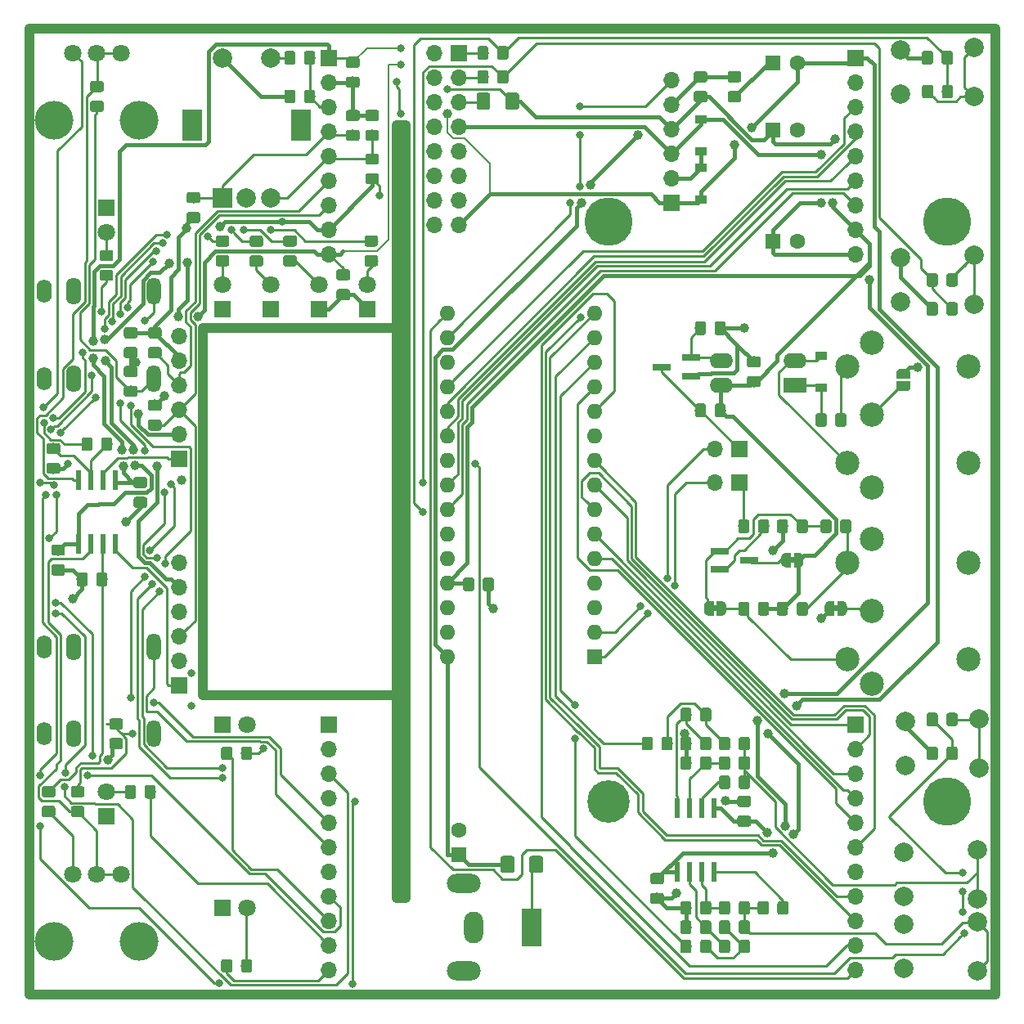
<source format=gbr>
%TF.GenerationSoftware,KiCad,Pcbnew,(5.0.2)-1*%
%TF.CreationDate,2019-02-28T22:18:37+01:00*%
%TF.ProjectId,Kicad-Midi2CV2,4b696361-642d-44d6-9964-69324356322e,Rev B*%
%TF.SameCoordinates,Original*%
%TF.FileFunction,Copper,L2,Bot*%
%TF.FilePolarity,Positive*%
%FSLAX46Y46*%
G04 Gerber Fmt 4.6, Leading zero omitted, Abs format (unit mm)*
G04 Created by KiCad (PCBNEW (5.0.2)-1) date 28/02/2019 22:18:37*
%MOMM*%
%LPD*%
G01*
G04 APERTURE LIST*
%ADD10C,1.000000*%
%ADD11R,1.600000X1.600000*%
%ADD12O,1.600000X1.600000*%
%ADD13R,1.900000X0.800000*%
%ADD14O,1.600000X2.800000*%
%ADD15O,1.600000X2.400000*%
%ADD16O,1.500000X2.800000*%
%ADD17R,0.550000X2.000000*%
%ADD18C,2.000000*%
%ADD19C,1.600000*%
%ADD20C,0.150000*%
%ADD21C,1.150000*%
%ADD22O,1.700000X1.700000*%
%ADD23R,1.700000X1.700000*%
%ADD24R,2.400000X1.600000*%
%ADD25O,2.400000X1.600000*%
%ADD26R,2.000000X4.000000*%
%ADD27O,2.000000X3.300000*%
%ADD28O,3.500000X2.000000*%
%ADD29C,2.500000*%
%ADD30R,1.200000X0.900000*%
%ADD31C,1.425000*%
%ADD32C,0.500000*%
%ADD33C,1.800000*%
%ADD34C,4.000000*%
%ADD35R,1.800000X1.800000*%
%ADD36R,2.000000X3.200000*%
%ADD37R,2.000000X2.000000*%
%ADD38C,0.800000*%
%ADD39C,5.000000*%
%ADD40C,4.400000*%
%ADD41C,0.700000*%
%ADD42C,1.000000*%
%ADD43C,0.250000*%
%ADD44C,0.400000*%
%ADD45C,0.200000*%
G04 APERTURE END LIST*
D10*
X138000000Y-119000000D02*
X138000000Y-81000000D01*
X118000000Y-119000000D02*
X138000000Y-119000000D01*
X118000000Y-81000000D02*
X118000000Y-119000000D01*
X138000000Y-81000000D02*
X118000000Y-81000000D01*
X138000000Y-140000000D02*
X139000000Y-140000000D01*
X138000000Y-60000000D02*
X139000000Y-60000000D01*
X139000000Y-140000000D02*
X139000000Y-60000000D01*
X138000000Y-60000000D02*
X138000000Y-140000000D01*
X200000000Y-50000000D02*
X100000000Y-50000000D01*
X200000000Y-150000000D02*
X200000000Y-50000000D01*
X100000000Y-150000000D02*
X200000000Y-150000000D01*
X100000000Y-50000000D02*
X100000000Y-150000000D01*
D11*
X158500000Y-115000000D03*
D12*
X143260000Y-81980000D03*
X158500000Y-112460000D03*
X143260000Y-84520000D03*
X158500000Y-109920000D03*
X143260000Y-87060000D03*
X158500000Y-107380000D03*
X143260000Y-89600000D03*
X158500000Y-104840000D03*
X143260000Y-92140000D03*
X158500000Y-102300000D03*
X143260000Y-94680000D03*
X158500000Y-99760000D03*
X143260000Y-97220000D03*
X158500000Y-97220000D03*
X143260000Y-99760000D03*
X158500000Y-94680000D03*
X143260000Y-102300000D03*
X158500000Y-92140000D03*
X143260000Y-104840000D03*
X158500000Y-89600000D03*
X143260000Y-107380000D03*
X158500000Y-87060000D03*
X143260000Y-109920000D03*
X158500000Y-84520000D03*
X143260000Y-112460000D03*
X158500000Y-81980000D03*
X143260000Y-115000000D03*
X158500000Y-79440000D03*
X143260000Y-79440000D03*
D13*
X171500000Y-105950000D03*
X171500000Y-104050000D03*
X174500000Y-105000000D03*
D14*
X104620000Y-86235000D03*
D15*
X101520000Y-86235000D03*
D16*
X112920000Y-86235000D03*
X112920000Y-77200000D03*
D15*
X101520000Y-77200000D03*
D14*
X104620000Y-77200000D03*
D17*
X170905000Y-130700000D03*
X169635000Y-130700000D03*
X168365000Y-130700000D03*
X167095000Y-130700000D03*
X167095000Y-137300000D03*
X168365000Y-137300000D03*
X169635000Y-137300000D03*
X170905000Y-137300000D03*
X105095000Y-103300000D03*
X106365000Y-103300000D03*
X107635000Y-103300000D03*
X108905000Y-103300000D03*
X108905000Y-96700000D03*
X107635000Y-96700000D03*
X106365000Y-96700000D03*
X105095000Y-96700000D03*
D18*
X190690000Y-121714000D03*
X190690000Y-126286000D03*
X198310000Y-121460000D03*
X198310000Y-126540000D03*
X190524476Y-142714000D03*
X190524476Y-147286000D03*
X198144476Y-142460000D03*
X198144476Y-147540000D03*
X190524476Y-135214000D03*
X190524476Y-139786000D03*
X198144476Y-134960000D03*
X198144476Y-140040000D03*
X190190000Y-52214000D03*
X190190000Y-56786000D03*
X197810000Y-51960000D03*
X197810000Y-57040000D03*
X190190000Y-73714000D03*
X190190000Y-78286000D03*
X197810000Y-73460000D03*
X197810000Y-78540000D03*
D11*
X144500000Y-135500000D03*
D19*
X144500000Y-133000000D03*
D20*
G36*
X173474505Y-56451204D02*
X173498773Y-56454804D01*
X173522572Y-56460765D01*
X173545671Y-56469030D01*
X173567850Y-56479520D01*
X173588893Y-56492132D01*
X173608599Y-56506747D01*
X173626777Y-56523223D01*
X173643253Y-56541401D01*
X173657868Y-56561107D01*
X173670480Y-56582150D01*
X173680970Y-56604329D01*
X173689235Y-56627428D01*
X173695196Y-56651227D01*
X173698796Y-56675495D01*
X173700000Y-56699999D01*
X173700000Y-57350001D01*
X173698796Y-57374505D01*
X173695196Y-57398773D01*
X173689235Y-57422572D01*
X173680970Y-57445671D01*
X173670480Y-57467850D01*
X173657868Y-57488893D01*
X173643253Y-57508599D01*
X173626777Y-57526777D01*
X173608599Y-57543253D01*
X173588893Y-57557868D01*
X173567850Y-57570480D01*
X173545671Y-57580970D01*
X173522572Y-57589235D01*
X173498773Y-57595196D01*
X173474505Y-57598796D01*
X173450001Y-57600000D01*
X172549999Y-57600000D01*
X172525495Y-57598796D01*
X172501227Y-57595196D01*
X172477428Y-57589235D01*
X172454329Y-57580970D01*
X172432150Y-57570480D01*
X172411107Y-57557868D01*
X172391401Y-57543253D01*
X172373223Y-57526777D01*
X172356747Y-57508599D01*
X172342132Y-57488893D01*
X172329520Y-57467850D01*
X172319030Y-57445671D01*
X172310765Y-57422572D01*
X172304804Y-57398773D01*
X172301204Y-57374505D01*
X172300000Y-57350001D01*
X172300000Y-56699999D01*
X172301204Y-56675495D01*
X172304804Y-56651227D01*
X172310765Y-56627428D01*
X172319030Y-56604329D01*
X172329520Y-56582150D01*
X172342132Y-56561107D01*
X172356747Y-56541401D01*
X172373223Y-56523223D01*
X172391401Y-56506747D01*
X172411107Y-56492132D01*
X172432150Y-56479520D01*
X172454329Y-56469030D01*
X172477428Y-56460765D01*
X172501227Y-56454804D01*
X172525495Y-56451204D01*
X172549999Y-56450000D01*
X173450001Y-56450000D01*
X173474505Y-56451204D01*
X173474505Y-56451204D01*
G37*
D21*
X173000000Y-57025000D03*
D20*
G36*
X173474505Y-54401204D02*
X173498773Y-54404804D01*
X173522572Y-54410765D01*
X173545671Y-54419030D01*
X173567850Y-54429520D01*
X173588893Y-54442132D01*
X173608599Y-54456747D01*
X173626777Y-54473223D01*
X173643253Y-54491401D01*
X173657868Y-54511107D01*
X173670480Y-54532150D01*
X173680970Y-54554329D01*
X173689235Y-54577428D01*
X173695196Y-54601227D01*
X173698796Y-54625495D01*
X173700000Y-54649999D01*
X173700000Y-55300001D01*
X173698796Y-55324505D01*
X173695196Y-55348773D01*
X173689235Y-55372572D01*
X173680970Y-55395671D01*
X173670480Y-55417850D01*
X173657868Y-55438893D01*
X173643253Y-55458599D01*
X173626777Y-55476777D01*
X173608599Y-55493253D01*
X173588893Y-55507868D01*
X173567850Y-55520480D01*
X173545671Y-55530970D01*
X173522572Y-55539235D01*
X173498773Y-55545196D01*
X173474505Y-55548796D01*
X173450001Y-55550000D01*
X172549999Y-55550000D01*
X172525495Y-55548796D01*
X172501227Y-55545196D01*
X172477428Y-55539235D01*
X172454329Y-55530970D01*
X172432150Y-55520480D01*
X172411107Y-55507868D01*
X172391401Y-55493253D01*
X172373223Y-55476777D01*
X172356747Y-55458599D01*
X172342132Y-55438893D01*
X172329520Y-55417850D01*
X172319030Y-55395671D01*
X172310765Y-55372572D01*
X172304804Y-55348773D01*
X172301204Y-55324505D01*
X172300000Y-55300001D01*
X172300000Y-54649999D01*
X172301204Y-54625495D01*
X172304804Y-54601227D01*
X172310765Y-54577428D01*
X172319030Y-54554329D01*
X172329520Y-54532150D01*
X172342132Y-54511107D01*
X172356747Y-54491401D01*
X172373223Y-54473223D01*
X172391401Y-54456747D01*
X172411107Y-54442132D01*
X172432150Y-54429520D01*
X172454329Y-54419030D01*
X172477428Y-54410765D01*
X172501227Y-54404804D01*
X172525495Y-54401204D01*
X172549999Y-54400000D01*
X173450001Y-54400000D01*
X173474505Y-54401204D01*
X173474505Y-54401204D01*
G37*
D21*
X173000000Y-54975000D03*
D20*
G36*
X110974505Y-82951204D02*
X110998773Y-82954804D01*
X111022572Y-82960765D01*
X111045671Y-82969030D01*
X111067850Y-82979520D01*
X111088893Y-82992132D01*
X111108599Y-83006747D01*
X111126777Y-83023223D01*
X111143253Y-83041401D01*
X111157868Y-83061107D01*
X111170480Y-83082150D01*
X111180970Y-83104329D01*
X111189235Y-83127428D01*
X111195196Y-83151227D01*
X111198796Y-83175495D01*
X111200000Y-83199999D01*
X111200000Y-83850001D01*
X111198796Y-83874505D01*
X111195196Y-83898773D01*
X111189235Y-83922572D01*
X111180970Y-83945671D01*
X111170480Y-83967850D01*
X111157868Y-83988893D01*
X111143253Y-84008599D01*
X111126777Y-84026777D01*
X111108599Y-84043253D01*
X111088893Y-84057868D01*
X111067850Y-84070480D01*
X111045671Y-84080970D01*
X111022572Y-84089235D01*
X110998773Y-84095196D01*
X110974505Y-84098796D01*
X110950001Y-84100000D01*
X110049999Y-84100000D01*
X110025495Y-84098796D01*
X110001227Y-84095196D01*
X109977428Y-84089235D01*
X109954329Y-84080970D01*
X109932150Y-84070480D01*
X109911107Y-84057868D01*
X109891401Y-84043253D01*
X109873223Y-84026777D01*
X109856747Y-84008599D01*
X109842132Y-83988893D01*
X109829520Y-83967850D01*
X109819030Y-83945671D01*
X109810765Y-83922572D01*
X109804804Y-83898773D01*
X109801204Y-83874505D01*
X109800000Y-83850001D01*
X109800000Y-83199999D01*
X109801204Y-83175495D01*
X109804804Y-83151227D01*
X109810765Y-83127428D01*
X109819030Y-83104329D01*
X109829520Y-83082150D01*
X109842132Y-83061107D01*
X109856747Y-83041401D01*
X109873223Y-83023223D01*
X109891401Y-83006747D01*
X109911107Y-82992132D01*
X109932150Y-82979520D01*
X109954329Y-82969030D01*
X109977428Y-82960765D01*
X110001227Y-82954804D01*
X110025495Y-82951204D01*
X110049999Y-82950000D01*
X110950001Y-82950000D01*
X110974505Y-82951204D01*
X110974505Y-82951204D01*
G37*
D21*
X110500000Y-83525000D03*
D20*
G36*
X110974505Y-80901204D02*
X110998773Y-80904804D01*
X111022572Y-80910765D01*
X111045671Y-80919030D01*
X111067850Y-80929520D01*
X111088893Y-80942132D01*
X111108599Y-80956747D01*
X111126777Y-80973223D01*
X111143253Y-80991401D01*
X111157868Y-81011107D01*
X111170480Y-81032150D01*
X111180970Y-81054329D01*
X111189235Y-81077428D01*
X111195196Y-81101227D01*
X111198796Y-81125495D01*
X111200000Y-81149999D01*
X111200000Y-81800001D01*
X111198796Y-81824505D01*
X111195196Y-81848773D01*
X111189235Y-81872572D01*
X111180970Y-81895671D01*
X111170480Y-81917850D01*
X111157868Y-81938893D01*
X111143253Y-81958599D01*
X111126777Y-81976777D01*
X111108599Y-81993253D01*
X111088893Y-82007868D01*
X111067850Y-82020480D01*
X111045671Y-82030970D01*
X111022572Y-82039235D01*
X110998773Y-82045196D01*
X110974505Y-82048796D01*
X110950001Y-82050000D01*
X110049999Y-82050000D01*
X110025495Y-82048796D01*
X110001227Y-82045196D01*
X109977428Y-82039235D01*
X109954329Y-82030970D01*
X109932150Y-82020480D01*
X109911107Y-82007868D01*
X109891401Y-81993253D01*
X109873223Y-81976777D01*
X109856747Y-81958599D01*
X109842132Y-81938893D01*
X109829520Y-81917850D01*
X109819030Y-81895671D01*
X109810765Y-81872572D01*
X109804804Y-81848773D01*
X109801204Y-81824505D01*
X109800000Y-81800001D01*
X109800000Y-81149999D01*
X109801204Y-81125495D01*
X109804804Y-81101227D01*
X109810765Y-81077428D01*
X109819030Y-81054329D01*
X109829520Y-81032150D01*
X109842132Y-81011107D01*
X109856747Y-80991401D01*
X109873223Y-80973223D01*
X109891401Y-80956747D01*
X109911107Y-80942132D01*
X109932150Y-80929520D01*
X109954329Y-80919030D01*
X109977428Y-80910765D01*
X110001227Y-80904804D01*
X110025495Y-80901204D01*
X110049999Y-80900000D01*
X110950001Y-80900000D01*
X110974505Y-80901204D01*
X110974505Y-80901204D01*
G37*
D21*
X110500000Y-81475000D03*
D20*
G36*
X103474505Y-103401204D02*
X103498773Y-103404804D01*
X103522572Y-103410765D01*
X103545671Y-103419030D01*
X103567850Y-103429520D01*
X103588893Y-103442132D01*
X103608599Y-103456747D01*
X103626777Y-103473223D01*
X103643253Y-103491401D01*
X103657868Y-103511107D01*
X103670480Y-103532150D01*
X103680970Y-103554329D01*
X103689235Y-103577428D01*
X103695196Y-103601227D01*
X103698796Y-103625495D01*
X103700000Y-103649999D01*
X103700000Y-104300001D01*
X103698796Y-104324505D01*
X103695196Y-104348773D01*
X103689235Y-104372572D01*
X103680970Y-104395671D01*
X103670480Y-104417850D01*
X103657868Y-104438893D01*
X103643253Y-104458599D01*
X103626777Y-104476777D01*
X103608599Y-104493253D01*
X103588893Y-104507868D01*
X103567850Y-104520480D01*
X103545671Y-104530970D01*
X103522572Y-104539235D01*
X103498773Y-104545196D01*
X103474505Y-104548796D01*
X103450001Y-104550000D01*
X102549999Y-104550000D01*
X102525495Y-104548796D01*
X102501227Y-104545196D01*
X102477428Y-104539235D01*
X102454329Y-104530970D01*
X102432150Y-104520480D01*
X102411107Y-104507868D01*
X102391401Y-104493253D01*
X102373223Y-104476777D01*
X102356747Y-104458599D01*
X102342132Y-104438893D01*
X102329520Y-104417850D01*
X102319030Y-104395671D01*
X102310765Y-104372572D01*
X102304804Y-104348773D01*
X102301204Y-104324505D01*
X102300000Y-104300001D01*
X102300000Y-103649999D01*
X102301204Y-103625495D01*
X102304804Y-103601227D01*
X102310765Y-103577428D01*
X102319030Y-103554329D01*
X102329520Y-103532150D01*
X102342132Y-103511107D01*
X102356747Y-103491401D01*
X102373223Y-103473223D01*
X102391401Y-103456747D01*
X102411107Y-103442132D01*
X102432150Y-103429520D01*
X102454329Y-103419030D01*
X102477428Y-103410765D01*
X102501227Y-103404804D01*
X102525495Y-103401204D01*
X102549999Y-103400000D01*
X103450001Y-103400000D01*
X103474505Y-103401204D01*
X103474505Y-103401204D01*
G37*
D21*
X103000000Y-103975000D03*
D20*
G36*
X103474505Y-105451204D02*
X103498773Y-105454804D01*
X103522572Y-105460765D01*
X103545671Y-105469030D01*
X103567850Y-105479520D01*
X103588893Y-105492132D01*
X103608599Y-105506747D01*
X103626777Y-105523223D01*
X103643253Y-105541401D01*
X103657868Y-105561107D01*
X103670480Y-105582150D01*
X103680970Y-105604329D01*
X103689235Y-105627428D01*
X103695196Y-105651227D01*
X103698796Y-105675495D01*
X103700000Y-105699999D01*
X103700000Y-106350001D01*
X103698796Y-106374505D01*
X103695196Y-106398773D01*
X103689235Y-106422572D01*
X103680970Y-106445671D01*
X103670480Y-106467850D01*
X103657868Y-106488893D01*
X103643253Y-106508599D01*
X103626777Y-106526777D01*
X103608599Y-106543253D01*
X103588893Y-106557868D01*
X103567850Y-106570480D01*
X103545671Y-106580970D01*
X103522572Y-106589235D01*
X103498773Y-106595196D01*
X103474505Y-106598796D01*
X103450001Y-106600000D01*
X102549999Y-106600000D01*
X102525495Y-106598796D01*
X102501227Y-106595196D01*
X102477428Y-106589235D01*
X102454329Y-106580970D01*
X102432150Y-106570480D01*
X102411107Y-106557868D01*
X102391401Y-106543253D01*
X102373223Y-106526777D01*
X102356747Y-106508599D01*
X102342132Y-106488893D01*
X102329520Y-106467850D01*
X102319030Y-106445671D01*
X102310765Y-106422572D01*
X102304804Y-106398773D01*
X102301204Y-106374505D01*
X102300000Y-106350001D01*
X102300000Y-105699999D01*
X102301204Y-105675495D01*
X102304804Y-105651227D01*
X102310765Y-105627428D01*
X102319030Y-105604329D01*
X102329520Y-105582150D01*
X102342132Y-105561107D01*
X102356747Y-105541401D01*
X102373223Y-105523223D01*
X102391401Y-105506747D01*
X102411107Y-105492132D01*
X102432150Y-105479520D01*
X102454329Y-105469030D01*
X102477428Y-105460765D01*
X102501227Y-105454804D01*
X102525495Y-105451204D01*
X102549999Y-105450000D01*
X103450001Y-105450000D01*
X103474505Y-105451204D01*
X103474505Y-105451204D01*
G37*
D21*
X103000000Y-106025000D03*
D20*
G36*
X165474505Y-139451204D02*
X165498773Y-139454804D01*
X165522572Y-139460765D01*
X165545671Y-139469030D01*
X165567850Y-139479520D01*
X165588893Y-139492132D01*
X165608599Y-139506747D01*
X165626777Y-139523223D01*
X165643253Y-139541401D01*
X165657868Y-139561107D01*
X165670480Y-139582150D01*
X165680970Y-139604329D01*
X165689235Y-139627428D01*
X165695196Y-139651227D01*
X165698796Y-139675495D01*
X165700000Y-139699999D01*
X165700000Y-140350001D01*
X165698796Y-140374505D01*
X165695196Y-140398773D01*
X165689235Y-140422572D01*
X165680970Y-140445671D01*
X165670480Y-140467850D01*
X165657868Y-140488893D01*
X165643253Y-140508599D01*
X165626777Y-140526777D01*
X165608599Y-140543253D01*
X165588893Y-140557868D01*
X165567850Y-140570480D01*
X165545671Y-140580970D01*
X165522572Y-140589235D01*
X165498773Y-140595196D01*
X165474505Y-140598796D01*
X165450001Y-140600000D01*
X164549999Y-140600000D01*
X164525495Y-140598796D01*
X164501227Y-140595196D01*
X164477428Y-140589235D01*
X164454329Y-140580970D01*
X164432150Y-140570480D01*
X164411107Y-140557868D01*
X164391401Y-140543253D01*
X164373223Y-140526777D01*
X164356747Y-140508599D01*
X164342132Y-140488893D01*
X164329520Y-140467850D01*
X164319030Y-140445671D01*
X164310765Y-140422572D01*
X164304804Y-140398773D01*
X164301204Y-140374505D01*
X164300000Y-140350001D01*
X164300000Y-139699999D01*
X164301204Y-139675495D01*
X164304804Y-139651227D01*
X164310765Y-139627428D01*
X164319030Y-139604329D01*
X164329520Y-139582150D01*
X164342132Y-139561107D01*
X164356747Y-139541401D01*
X164373223Y-139523223D01*
X164391401Y-139506747D01*
X164411107Y-139492132D01*
X164432150Y-139479520D01*
X164454329Y-139469030D01*
X164477428Y-139460765D01*
X164501227Y-139454804D01*
X164525495Y-139451204D01*
X164549999Y-139450000D01*
X165450001Y-139450000D01*
X165474505Y-139451204D01*
X165474505Y-139451204D01*
G37*
D21*
X165000000Y-140025000D03*
D20*
G36*
X165474505Y-137401204D02*
X165498773Y-137404804D01*
X165522572Y-137410765D01*
X165545671Y-137419030D01*
X165567850Y-137429520D01*
X165588893Y-137442132D01*
X165608599Y-137456747D01*
X165626777Y-137473223D01*
X165643253Y-137491401D01*
X165657868Y-137511107D01*
X165670480Y-137532150D01*
X165680970Y-137554329D01*
X165689235Y-137577428D01*
X165695196Y-137601227D01*
X165698796Y-137625495D01*
X165700000Y-137649999D01*
X165700000Y-138300001D01*
X165698796Y-138324505D01*
X165695196Y-138348773D01*
X165689235Y-138372572D01*
X165680970Y-138395671D01*
X165670480Y-138417850D01*
X165657868Y-138438893D01*
X165643253Y-138458599D01*
X165626777Y-138476777D01*
X165608599Y-138493253D01*
X165588893Y-138507868D01*
X165567850Y-138520480D01*
X165545671Y-138530970D01*
X165522572Y-138539235D01*
X165498773Y-138545196D01*
X165474505Y-138548796D01*
X165450001Y-138550000D01*
X164549999Y-138550000D01*
X164525495Y-138548796D01*
X164501227Y-138545196D01*
X164477428Y-138539235D01*
X164454329Y-138530970D01*
X164432150Y-138520480D01*
X164411107Y-138507868D01*
X164391401Y-138493253D01*
X164373223Y-138476777D01*
X164356747Y-138458599D01*
X164342132Y-138438893D01*
X164329520Y-138417850D01*
X164319030Y-138395671D01*
X164310765Y-138372572D01*
X164304804Y-138348773D01*
X164301204Y-138324505D01*
X164300000Y-138300001D01*
X164300000Y-137649999D01*
X164301204Y-137625495D01*
X164304804Y-137601227D01*
X164310765Y-137577428D01*
X164319030Y-137554329D01*
X164329520Y-137532150D01*
X164342132Y-137511107D01*
X164356747Y-137491401D01*
X164373223Y-137473223D01*
X164391401Y-137456747D01*
X164411107Y-137442132D01*
X164432150Y-137429520D01*
X164454329Y-137419030D01*
X164477428Y-137410765D01*
X164501227Y-137404804D01*
X164525495Y-137401204D01*
X164549999Y-137400000D01*
X165450001Y-137400000D01*
X165474505Y-137401204D01*
X165474505Y-137401204D01*
G37*
D21*
X165000000Y-137975000D03*
D22*
X115500000Y-105300000D03*
X115500000Y-107840000D03*
X115500000Y-110380000D03*
X115500000Y-112920000D03*
X115500000Y-115460000D03*
D23*
X115500000Y-118000000D03*
X115500000Y-94500000D03*
D22*
X115500000Y-91960000D03*
X115500000Y-89420000D03*
X115500000Y-86880000D03*
X115500000Y-84340000D03*
X115500000Y-81800000D03*
D13*
X165500000Y-85000000D03*
X168500000Y-85950000D03*
X168500000Y-84050000D03*
D20*
G36*
X102974505Y-92876204D02*
X102998773Y-92879804D01*
X103022572Y-92885765D01*
X103045671Y-92894030D01*
X103067850Y-92904520D01*
X103088893Y-92917132D01*
X103108599Y-92931747D01*
X103126777Y-92948223D01*
X103143253Y-92966401D01*
X103157868Y-92986107D01*
X103170480Y-93007150D01*
X103180970Y-93029329D01*
X103189235Y-93052428D01*
X103195196Y-93076227D01*
X103198796Y-93100495D01*
X103200000Y-93124999D01*
X103200000Y-93775001D01*
X103198796Y-93799505D01*
X103195196Y-93823773D01*
X103189235Y-93847572D01*
X103180970Y-93870671D01*
X103170480Y-93892850D01*
X103157868Y-93913893D01*
X103143253Y-93933599D01*
X103126777Y-93951777D01*
X103108599Y-93968253D01*
X103088893Y-93982868D01*
X103067850Y-93995480D01*
X103045671Y-94005970D01*
X103022572Y-94014235D01*
X102998773Y-94020196D01*
X102974505Y-94023796D01*
X102950001Y-94025000D01*
X102049999Y-94025000D01*
X102025495Y-94023796D01*
X102001227Y-94020196D01*
X101977428Y-94014235D01*
X101954329Y-94005970D01*
X101932150Y-93995480D01*
X101911107Y-93982868D01*
X101891401Y-93968253D01*
X101873223Y-93951777D01*
X101856747Y-93933599D01*
X101842132Y-93913893D01*
X101829520Y-93892850D01*
X101819030Y-93870671D01*
X101810765Y-93847572D01*
X101804804Y-93823773D01*
X101801204Y-93799505D01*
X101800000Y-93775001D01*
X101800000Y-93124999D01*
X101801204Y-93100495D01*
X101804804Y-93076227D01*
X101810765Y-93052428D01*
X101819030Y-93029329D01*
X101829520Y-93007150D01*
X101842132Y-92986107D01*
X101856747Y-92966401D01*
X101873223Y-92948223D01*
X101891401Y-92931747D01*
X101911107Y-92917132D01*
X101932150Y-92904520D01*
X101954329Y-92894030D01*
X101977428Y-92885765D01*
X102001227Y-92879804D01*
X102025495Y-92876204D01*
X102049999Y-92875000D01*
X102950001Y-92875000D01*
X102974505Y-92876204D01*
X102974505Y-92876204D01*
G37*
D21*
X102500000Y-93450000D03*
D20*
G36*
X102974505Y-94926204D02*
X102998773Y-94929804D01*
X103022572Y-94935765D01*
X103045671Y-94944030D01*
X103067850Y-94954520D01*
X103088893Y-94967132D01*
X103108599Y-94981747D01*
X103126777Y-94998223D01*
X103143253Y-95016401D01*
X103157868Y-95036107D01*
X103170480Y-95057150D01*
X103180970Y-95079329D01*
X103189235Y-95102428D01*
X103195196Y-95126227D01*
X103198796Y-95150495D01*
X103200000Y-95174999D01*
X103200000Y-95825001D01*
X103198796Y-95849505D01*
X103195196Y-95873773D01*
X103189235Y-95897572D01*
X103180970Y-95920671D01*
X103170480Y-95942850D01*
X103157868Y-95963893D01*
X103143253Y-95983599D01*
X103126777Y-96001777D01*
X103108599Y-96018253D01*
X103088893Y-96032868D01*
X103067850Y-96045480D01*
X103045671Y-96055970D01*
X103022572Y-96064235D01*
X102998773Y-96070196D01*
X102974505Y-96073796D01*
X102950001Y-96075000D01*
X102049999Y-96075000D01*
X102025495Y-96073796D01*
X102001227Y-96070196D01*
X101977428Y-96064235D01*
X101954329Y-96055970D01*
X101932150Y-96045480D01*
X101911107Y-96032868D01*
X101891401Y-96018253D01*
X101873223Y-96001777D01*
X101856747Y-95983599D01*
X101842132Y-95963893D01*
X101829520Y-95942850D01*
X101819030Y-95920671D01*
X101810765Y-95897572D01*
X101804804Y-95873773D01*
X101801204Y-95849505D01*
X101800000Y-95825001D01*
X101800000Y-95174999D01*
X101801204Y-95150495D01*
X101804804Y-95126227D01*
X101810765Y-95102428D01*
X101819030Y-95079329D01*
X101829520Y-95057150D01*
X101842132Y-95036107D01*
X101856747Y-95016401D01*
X101873223Y-94998223D01*
X101891401Y-94981747D01*
X101911107Y-94967132D01*
X101932150Y-94954520D01*
X101954329Y-94944030D01*
X101977428Y-94935765D01*
X102001227Y-94929804D01*
X102025495Y-94926204D01*
X102049999Y-94925000D01*
X102950001Y-94925000D01*
X102974505Y-94926204D01*
X102974505Y-94926204D01*
G37*
D21*
X102500000Y-95500000D03*
D20*
G36*
X102474505Y-128401204D02*
X102498773Y-128404804D01*
X102522572Y-128410765D01*
X102545671Y-128419030D01*
X102567850Y-128429520D01*
X102588893Y-128442132D01*
X102608599Y-128456747D01*
X102626777Y-128473223D01*
X102643253Y-128491401D01*
X102657868Y-128511107D01*
X102670480Y-128532150D01*
X102680970Y-128554329D01*
X102689235Y-128577428D01*
X102695196Y-128601227D01*
X102698796Y-128625495D01*
X102700000Y-128649999D01*
X102700000Y-129300001D01*
X102698796Y-129324505D01*
X102695196Y-129348773D01*
X102689235Y-129372572D01*
X102680970Y-129395671D01*
X102670480Y-129417850D01*
X102657868Y-129438893D01*
X102643253Y-129458599D01*
X102626777Y-129476777D01*
X102608599Y-129493253D01*
X102588893Y-129507868D01*
X102567850Y-129520480D01*
X102545671Y-129530970D01*
X102522572Y-129539235D01*
X102498773Y-129545196D01*
X102474505Y-129548796D01*
X102450001Y-129550000D01*
X101549999Y-129550000D01*
X101525495Y-129548796D01*
X101501227Y-129545196D01*
X101477428Y-129539235D01*
X101454329Y-129530970D01*
X101432150Y-129520480D01*
X101411107Y-129507868D01*
X101391401Y-129493253D01*
X101373223Y-129476777D01*
X101356747Y-129458599D01*
X101342132Y-129438893D01*
X101329520Y-129417850D01*
X101319030Y-129395671D01*
X101310765Y-129372572D01*
X101304804Y-129348773D01*
X101301204Y-129324505D01*
X101300000Y-129300001D01*
X101300000Y-128649999D01*
X101301204Y-128625495D01*
X101304804Y-128601227D01*
X101310765Y-128577428D01*
X101319030Y-128554329D01*
X101329520Y-128532150D01*
X101342132Y-128511107D01*
X101356747Y-128491401D01*
X101373223Y-128473223D01*
X101391401Y-128456747D01*
X101411107Y-128442132D01*
X101432150Y-128429520D01*
X101454329Y-128419030D01*
X101477428Y-128410765D01*
X101501227Y-128404804D01*
X101525495Y-128401204D01*
X101549999Y-128400000D01*
X102450001Y-128400000D01*
X102474505Y-128401204D01*
X102474505Y-128401204D01*
G37*
D21*
X102000000Y-128975000D03*
D20*
G36*
X102474505Y-130451204D02*
X102498773Y-130454804D01*
X102522572Y-130460765D01*
X102545671Y-130469030D01*
X102567850Y-130479520D01*
X102588893Y-130492132D01*
X102608599Y-130506747D01*
X102626777Y-130523223D01*
X102643253Y-130541401D01*
X102657868Y-130561107D01*
X102670480Y-130582150D01*
X102680970Y-130604329D01*
X102689235Y-130627428D01*
X102695196Y-130651227D01*
X102698796Y-130675495D01*
X102700000Y-130699999D01*
X102700000Y-131350001D01*
X102698796Y-131374505D01*
X102695196Y-131398773D01*
X102689235Y-131422572D01*
X102680970Y-131445671D01*
X102670480Y-131467850D01*
X102657868Y-131488893D01*
X102643253Y-131508599D01*
X102626777Y-131526777D01*
X102608599Y-131543253D01*
X102588893Y-131557868D01*
X102567850Y-131570480D01*
X102545671Y-131580970D01*
X102522572Y-131589235D01*
X102498773Y-131595196D01*
X102474505Y-131598796D01*
X102450001Y-131600000D01*
X101549999Y-131600000D01*
X101525495Y-131598796D01*
X101501227Y-131595196D01*
X101477428Y-131589235D01*
X101454329Y-131580970D01*
X101432150Y-131570480D01*
X101411107Y-131557868D01*
X101391401Y-131543253D01*
X101373223Y-131526777D01*
X101356747Y-131508599D01*
X101342132Y-131488893D01*
X101329520Y-131467850D01*
X101319030Y-131445671D01*
X101310765Y-131422572D01*
X101304804Y-131398773D01*
X101301204Y-131374505D01*
X101300000Y-131350001D01*
X101300000Y-130699999D01*
X101301204Y-130675495D01*
X101304804Y-130651227D01*
X101310765Y-130627428D01*
X101319030Y-130604329D01*
X101329520Y-130582150D01*
X101342132Y-130561107D01*
X101356747Y-130541401D01*
X101373223Y-130523223D01*
X101391401Y-130506747D01*
X101411107Y-130492132D01*
X101432150Y-130479520D01*
X101454329Y-130469030D01*
X101477428Y-130460765D01*
X101501227Y-130454804D01*
X101525495Y-130451204D01*
X101549999Y-130450000D01*
X102450001Y-130450000D01*
X102474505Y-130451204D01*
X102474505Y-130451204D01*
G37*
D21*
X102000000Y-131025000D03*
D20*
G36*
X169974505Y-54401204D02*
X169998773Y-54404804D01*
X170022572Y-54410765D01*
X170045671Y-54419030D01*
X170067850Y-54429520D01*
X170088893Y-54442132D01*
X170108599Y-54456747D01*
X170126777Y-54473223D01*
X170143253Y-54491401D01*
X170157868Y-54511107D01*
X170170480Y-54532150D01*
X170180970Y-54554329D01*
X170189235Y-54577428D01*
X170195196Y-54601227D01*
X170198796Y-54625495D01*
X170200000Y-54649999D01*
X170200000Y-55300001D01*
X170198796Y-55324505D01*
X170195196Y-55348773D01*
X170189235Y-55372572D01*
X170180970Y-55395671D01*
X170170480Y-55417850D01*
X170157868Y-55438893D01*
X170143253Y-55458599D01*
X170126777Y-55476777D01*
X170108599Y-55493253D01*
X170088893Y-55507868D01*
X170067850Y-55520480D01*
X170045671Y-55530970D01*
X170022572Y-55539235D01*
X169998773Y-55545196D01*
X169974505Y-55548796D01*
X169950001Y-55550000D01*
X169049999Y-55550000D01*
X169025495Y-55548796D01*
X169001227Y-55545196D01*
X168977428Y-55539235D01*
X168954329Y-55530970D01*
X168932150Y-55520480D01*
X168911107Y-55507868D01*
X168891401Y-55493253D01*
X168873223Y-55476777D01*
X168856747Y-55458599D01*
X168842132Y-55438893D01*
X168829520Y-55417850D01*
X168819030Y-55395671D01*
X168810765Y-55372572D01*
X168804804Y-55348773D01*
X168801204Y-55324505D01*
X168800000Y-55300001D01*
X168800000Y-54649999D01*
X168801204Y-54625495D01*
X168804804Y-54601227D01*
X168810765Y-54577428D01*
X168819030Y-54554329D01*
X168829520Y-54532150D01*
X168842132Y-54511107D01*
X168856747Y-54491401D01*
X168873223Y-54473223D01*
X168891401Y-54456747D01*
X168911107Y-54442132D01*
X168932150Y-54429520D01*
X168954329Y-54419030D01*
X168977428Y-54410765D01*
X169001227Y-54404804D01*
X169025495Y-54401204D01*
X169049999Y-54400000D01*
X169950001Y-54400000D01*
X169974505Y-54401204D01*
X169974505Y-54401204D01*
G37*
D21*
X169500000Y-54975000D03*
D20*
G36*
X169974505Y-56451204D02*
X169998773Y-56454804D01*
X170022572Y-56460765D01*
X170045671Y-56469030D01*
X170067850Y-56479520D01*
X170088893Y-56492132D01*
X170108599Y-56506747D01*
X170126777Y-56523223D01*
X170143253Y-56541401D01*
X170157868Y-56561107D01*
X170170480Y-56582150D01*
X170180970Y-56604329D01*
X170189235Y-56627428D01*
X170195196Y-56651227D01*
X170198796Y-56675495D01*
X170200000Y-56699999D01*
X170200000Y-57350001D01*
X170198796Y-57374505D01*
X170195196Y-57398773D01*
X170189235Y-57422572D01*
X170180970Y-57445671D01*
X170170480Y-57467850D01*
X170157868Y-57488893D01*
X170143253Y-57508599D01*
X170126777Y-57526777D01*
X170108599Y-57543253D01*
X170088893Y-57557868D01*
X170067850Y-57570480D01*
X170045671Y-57580970D01*
X170022572Y-57589235D01*
X169998773Y-57595196D01*
X169974505Y-57598796D01*
X169950001Y-57600000D01*
X169049999Y-57600000D01*
X169025495Y-57598796D01*
X169001227Y-57595196D01*
X168977428Y-57589235D01*
X168954329Y-57580970D01*
X168932150Y-57570480D01*
X168911107Y-57557868D01*
X168891401Y-57543253D01*
X168873223Y-57526777D01*
X168856747Y-57508599D01*
X168842132Y-57488893D01*
X168829520Y-57467850D01*
X168819030Y-57445671D01*
X168810765Y-57422572D01*
X168804804Y-57398773D01*
X168801204Y-57374505D01*
X168800000Y-57350001D01*
X168800000Y-56699999D01*
X168801204Y-56675495D01*
X168804804Y-56651227D01*
X168810765Y-56627428D01*
X168819030Y-56604329D01*
X168829520Y-56582150D01*
X168842132Y-56561107D01*
X168856747Y-56541401D01*
X168873223Y-56523223D01*
X168891401Y-56506747D01*
X168911107Y-56492132D01*
X168932150Y-56479520D01*
X168954329Y-56469030D01*
X168977428Y-56460765D01*
X169001227Y-56454804D01*
X169025495Y-56451204D01*
X169049999Y-56450000D01*
X169950001Y-56450000D01*
X169974505Y-56451204D01*
X169974505Y-56451204D01*
G37*
D21*
X169500000Y-57025000D03*
D20*
G36*
X184874505Y-100801204D02*
X184898773Y-100804804D01*
X184922572Y-100810765D01*
X184945671Y-100819030D01*
X184967850Y-100829520D01*
X184988893Y-100842132D01*
X185008599Y-100856747D01*
X185026777Y-100873223D01*
X185043253Y-100891401D01*
X185057868Y-100911107D01*
X185070480Y-100932150D01*
X185080970Y-100954329D01*
X185089235Y-100977428D01*
X185095196Y-101001227D01*
X185098796Y-101025495D01*
X185100000Y-101049999D01*
X185100000Y-101950001D01*
X185098796Y-101974505D01*
X185095196Y-101998773D01*
X185089235Y-102022572D01*
X185080970Y-102045671D01*
X185070480Y-102067850D01*
X185057868Y-102088893D01*
X185043253Y-102108599D01*
X185026777Y-102126777D01*
X185008599Y-102143253D01*
X184988893Y-102157868D01*
X184967850Y-102170480D01*
X184945671Y-102180970D01*
X184922572Y-102189235D01*
X184898773Y-102195196D01*
X184874505Y-102198796D01*
X184850001Y-102200000D01*
X184199999Y-102200000D01*
X184175495Y-102198796D01*
X184151227Y-102195196D01*
X184127428Y-102189235D01*
X184104329Y-102180970D01*
X184082150Y-102170480D01*
X184061107Y-102157868D01*
X184041401Y-102143253D01*
X184023223Y-102126777D01*
X184006747Y-102108599D01*
X183992132Y-102088893D01*
X183979520Y-102067850D01*
X183969030Y-102045671D01*
X183960765Y-102022572D01*
X183954804Y-101998773D01*
X183951204Y-101974505D01*
X183950000Y-101950001D01*
X183950000Y-101049999D01*
X183951204Y-101025495D01*
X183954804Y-101001227D01*
X183960765Y-100977428D01*
X183969030Y-100954329D01*
X183979520Y-100932150D01*
X183992132Y-100911107D01*
X184006747Y-100891401D01*
X184023223Y-100873223D01*
X184041401Y-100856747D01*
X184061107Y-100842132D01*
X184082150Y-100829520D01*
X184104329Y-100819030D01*
X184127428Y-100810765D01*
X184151227Y-100804804D01*
X184175495Y-100801204D01*
X184199999Y-100800000D01*
X184850001Y-100800000D01*
X184874505Y-100801204D01*
X184874505Y-100801204D01*
G37*
D21*
X184525000Y-101500000D03*
D20*
G36*
X182824505Y-100801204D02*
X182848773Y-100804804D01*
X182872572Y-100810765D01*
X182895671Y-100819030D01*
X182917850Y-100829520D01*
X182938893Y-100842132D01*
X182958599Y-100856747D01*
X182976777Y-100873223D01*
X182993253Y-100891401D01*
X183007868Y-100911107D01*
X183020480Y-100932150D01*
X183030970Y-100954329D01*
X183039235Y-100977428D01*
X183045196Y-101001227D01*
X183048796Y-101025495D01*
X183050000Y-101049999D01*
X183050000Y-101950001D01*
X183048796Y-101974505D01*
X183045196Y-101998773D01*
X183039235Y-102022572D01*
X183030970Y-102045671D01*
X183020480Y-102067850D01*
X183007868Y-102088893D01*
X182993253Y-102108599D01*
X182976777Y-102126777D01*
X182958599Y-102143253D01*
X182938893Y-102157868D01*
X182917850Y-102170480D01*
X182895671Y-102180970D01*
X182872572Y-102189235D01*
X182848773Y-102195196D01*
X182824505Y-102198796D01*
X182800001Y-102200000D01*
X182149999Y-102200000D01*
X182125495Y-102198796D01*
X182101227Y-102195196D01*
X182077428Y-102189235D01*
X182054329Y-102180970D01*
X182032150Y-102170480D01*
X182011107Y-102157868D01*
X181991401Y-102143253D01*
X181973223Y-102126777D01*
X181956747Y-102108599D01*
X181942132Y-102088893D01*
X181929520Y-102067850D01*
X181919030Y-102045671D01*
X181910765Y-102022572D01*
X181904804Y-101998773D01*
X181901204Y-101974505D01*
X181900000Y-101950001D01*
X181900000Y-101049999D01*
X181901204Y-101025495D01*
X181904804Y-101001227D01*
X181910765Y-100977428D01*
X181919030Y-100954329D01*
X181929520Y-100932150D01*
X181942132Y-100911107D01*
X181956747Y-100891401D01*
X181973223Y-100873223D01*
X181991401Y-100856747D01*
X182011107Y-100842132D01*
X182032150Y-100829520D01*
X182054329Y-100819030D01*
X182077428Y-100810765D01*
X182101227Y-100804804D01*
X182125495Y-100801204D01*
X182149999Y-100800000D01*
X182800001Y-100800000D01*
X182824505Y-100801204D01*
X182824505Y-100801204D01*
G37*
D21*
X182475000Y-101500000D03*
D20*
G36*
X107874505Y-106301204D02*
X107898773Y-106304804D01*
X107922572Y-106310765D01*
X107945671Y-106319030D01*
X107967850Y-106329520D01*
X107988893Y-106342132D01*
X108008599Y-106356747D01*
X108026777Y-106373223D01*
X108043253Y-106391401D01*
X108057868Y-106411107D01*
X108070480Y-106432150D01*
X108080970Y-106454329D01*
X108089235Y-106477428D01*
X108095196Y-106501227D01*
X108098796Y-106525495D01*
X108100000Y-106549999D01*
X108100000Y-107450001D01*
X108098796Y-107474505D01*
X108095196Y-107498773D01*
X108089235Y-107522572D01*
X108080970Y-107545671D01*
X108070480Y-107567850D01*
X108057868Y-107588893D01*
X108043253Y-107608599D01*
X108026777Y-107626777D01*
X108008599Y-107643253D01*
X107988893Y-107657868D01*
X107967850Y-107670480D01*
X107945671Y-107680970D01*
X107922572Y-107689235D01*
X107898773Y-107695196D01*
X107874505Y-107698796D01*
X107850001Y-107700000D01*
X107199999Y-107700000D01*
X107175495Y-107698796D01*
X107151227Y-107695196D01*
X107127428Y-107689235D01*
X107104329Y-107680970D01*
X107082150Y-107670480D01*
X107061107Y-107657868D01*
X107041401Y-107643253D01*
X107023223Y-107626777D01*
X107006747Y-107608599D01*
X106992132Y-107588893D01*
X106979520Y-107567850D01*
X106969030Y-107545671D01*
X106960765Y-107522572D01*
X106954804Y-107498773D01*
X106951204Y-107474505D01*
X106950000Y-107450001D01*
X106950000Y-106549999D01*
X106951204Y-106525495D01*
X106954804Y-106501227D01*
X106960765Y-106477428D01*
X106969030Y-106454329D01*
X106979520Y-106432150D01*
X106992132Y-106411107D01*
X107006747Y-106391401D01*
X107023223Y-106373223D01*
X107041401Y-106356747D01*
X107061107Y-106342132D01*
X107082150Y-106329520D01*
X107104329Y-106319030D01*
X107127428Y-106310765D01*
X107151227Y-106304804D01*
X107175495Y-106301204D01*
X107199999Y-106300000D01*
X107850001Y-106300000D01*
X107874505Y-106301204D01*
X107874505Y-106301204D01*
G37*
D21*
X107525000Y-107000000D03*
D20*
G36*
X105824505Y-106301204D02*
X105848773Y-106304804D01*
X105872572Y-106310765D01*
X105895671Y-106319030D01*
X105917850Y-106329520D01*
X105938893Y-106342132D01*
X105958599Y-106356747D01*
X105976777Y-106373223D01*
X105993253Y-106391401D01*
X106007868Y-106411107D01*
X106020480Y-106432150D01*
X106030970Y-106454329D01*
X106039235Y-106477428D01*
X106045196Y-106501227D01*
X106048796Y-106525495D01*
X106050000Y-106549999D01*
X106050000Y-107450001D01*
X106048796Y-107474505D01*
X106045196Y-107498773D01*
X106039235Y-107522572D01*
X106030970Y-107545671D01*
X106020480Y-107567850D01*
X106007868Y-107588893D01*
X105993253Y-107608599D01*
X105976777Y-107626777D01*
X105958599Y-107643253D01*
X105938893Y-107657868D01*
X105917850Y-107670480D01*
X105895671Y-107680970D01*
X105872572Y-107689235D01*
X105848773Y-107695196D01*
X105824505Y-107698796D01*
X105800001Y-107700000D01*
X105149999Y-107700000D01*
X105125495Y-107698796D01*
X105101227Y-107695196D01*
X105077428Y-107689235D01*
X105054329Y-107680970D01*
X105032150Y-107670480D01*
X105011107Y-107657868D01*
X104991401Y-107643253D01*
X104973223Y-107626777D01*
X104956747Y-107608599D01*
X104942132Y-107588893D01*
X104929520Y-107567850D01*
X104919030Y-107545671D01*
X104910765Y-107522572D01*
X104904804Y-107498773D01*
X104901204Y-107474505D01*
X104900000Y-107450001D01*
X104900000Y-106549999D01*
X104901204Y-106525495D01*
X104904804Y-106501227D01*
X104910765Y-106477428D01*
X104919030Y-106454329D01*
X104929520Y-106432150D01*
X104942132Y-106411107D01*
X104956747Y-106391401D01*
X104973223Y-106373223D01*
X104991401Y-106356747D01*
X105011107Y-106342132D01*
X105032150Y-106329520D01*
X105054329Y-106319030D01*
X105077428Y-106310765D01*
X105101227Y-106304804D01*
X105125495Y-106301204D01*
X105149999Y-106300000D01*
X105800001Y-106300000D01*
X105824505Y-106301204D01*
X105824505Y-106301204D01*
G37*
D21*
X105475000Y-107000000D03*
D20*
G36*
X176374505Y-109343594D02*
X176398773Y-109347194D01*
X176422572Y-109353155D01*
X176445671Y-109361420D01*
X176467850Y-109371910D01*
X176488893Y-109384522D01*
X176508599Y-109399137D01*
X176526777Y-109415613D01*
X176543253Y-109433791D01*
X176557868Y-109453497D01*
X176570480Y-109474540D01*
X176580970Y-109496719D01*
X176589235Y-109519818D01*
X176595196Y-109543617D01*
X176598796Y-109567885D01*
X176600000Y-109592389D01*
X176600000Y-110492391D01*
X176598796Y-110516895D01*
X176595196Y-110541163D01*
X176589235Y-110564962D01*
X176580970Y-110588061D01*
X176570480Y-110610240D01*
X176557868Y-110631283D01*
X176543253Y-110650989D01*
X176526777Y-110669167D01*
X176508599Y-110685643D01*
X176488893Y-110700258D01*
X176467850Y-110712870D01*
X176445671Y-110723360D01*
X176422572Y-110731625D01*
X176398773Y-110737586D01*
X176374505Y-110741186D01*
X176350001Y-110742390D01*
X175699999Y-110742390D01*
X175675495Y-110741186D01*
X175651227Y-110737586D01*
X175627428Y-110731625D01*
X175604329Y-110723360D01*
X175582150Y-110712870D01*
X175561107Y-110700258D01*
X175541401Y-110685643D01*
X175523223Y-110669167D01*
X175506747Y-110650989D01*
X175492132Y-110631283D01*
X175479520Y-110610240D01*
X175469030Y-110588061D01*
X175460765Y-110564962D01*
X175454804Y-110541163D01*
X175451204Y-110516895D01*
X175450000Y-110492391D01*
X175450000Y-109592389D01*
X175451204Y-109567885D01*
X175454804Y-109543617D01*
X175460765Y-109519818D01*
X175469030Y-109496719D01*
X175479520Y-109474540D01*
X175492132Y-109453497D01*
X175506747Y-109433791D01*
X175523223Y-109415613D01*
X175541401Y-109399137D01*
X175561107Y-109384522D01*
X175582150Y-109371910D01*
X175604329Y-109361420D01*
X175627428Y-109353155D01*
X175651227Y-109347194D01*
X175675495Y-109343594D01*
X175699999Y-109342390D01*
X176350001Y-109342390D01*
X176374505Y-109343594D01*
X176374505Y-109343594D01*
G37*
D21*
X176025000Y-110042390D03*
D20*
G36*
X174324505Y-109343594D02*
X174348773Y-109347194D01*
X174372572Y-109353155D01*
X174395671Y-109361420D01*
X174417850Y-109371910D01*
X174438893Y-109384522D01*
X174458599Y-109399137D01*
X174476777Y-109415613D01*
X174493253Y-109433791D01*
X174507868Y-109453497D01*
X174520480Y-109474540D01*
X174530970Y-109496719D01*
X174539235Y-109519818D01*
X174545196Y-109543617D01*
X174548796Y-109567885D01*
X174550000Y-109592389D01*
X174550000Y-110492391D01*
X174548796Y-110516895D01*
X174545196Y-110541163D01*
X174539235Y-110564962D01*
X174530970Y-110588061D01*
X174520480Y-110610240D01*
X174507868Y-110631283D01*
X174493253Y-110650989D01*
X174476777Y-110669167D01*
X174458599Y-110685643D01*
X174438893Y-110700258D01*
X174417850Y-110712870D01*
X174395671Y-110723360D01*
X174372572Y-110731625D01*
X174348773Y-110737586D01*
X174324505Y-110741186D01*
X174300001Y-110742390D01*
X173649999Y-110742390D01*
X173625495Y-110741186D01*
X173601227Y-110737586D01*
X173577428Y-110731625D01*
X173554329Y-110723360D01*
X173532150Y-110712870D01*
X173511107Y-110700258D01*
X173491401Y-110685643D01*
X173473223Y-110669167D01*
X173456747Y-110650989D01*
X173442132Y-110631283D01*
X173429520Y-110610240D01*
X173419030Y-110588061D01*
X173410765Y-110564962D01*
X173404804Y-110541163D01*
X173401204Y-110516895D01*
X173400000Y-110492391D01*
X173400000Y-109592389D01*
X173401204Y-109567885D01*
X173404804Y-109543617D01*
X173410765Y-109519818D01*
X173419030Y-109496719D01*
X173429520Y-109474540D01*
X173442132Y-109453497D01*
X173456747Y-109433791D01*
X173473223Y-109415613D01*
X173491401Y-109399137D01*
X173511107Y-109384522D01*
X173532150Y-109371910D01*
X173554329Y-109361420D01*
X173577428Y-109353155D01*
X173601227Y-109347194D01*
X173625495Y-109343594D01*
X173649999Y-109342390D01*
X174300001Y-109342390D01*
X174324505Y-109343594D01*
X174324505Y-109343594D01*
G37*
D21*
X173975000Y-110042390D03*
D20*
G36*
X168324505Y-140301204D02*
X168348773Y-140304804D01*
X168372572Y-140310765D01*
X168395671Y-140319030D01*
X168417850Y-140329520D01*
X168438893Y-140342132D01*
X168458599Y-140356747D01*
X168476777Y-140373223D01*
X168493253Y-140391401D01*
X168507868Y-140411107D01*
X168520480Y-140432150D01*
X168530970Y-140454329D01*
X168539235Y-140477428D01*
X168545196Y-140501227D01*
X168548796Y-140525495D01*
X168550000Y-140549999D01*
X168550000Y-141450001D01*
X168548796Y-141474505D01*
X168545196Y-141498773D01*
X168539235Y-141522572D01*
X168530970Y-141545671D01*
X168520480Y-141567850D01*
X168507868Y-141588893D01*
X168493253Y-141608599D01*
X168476777Y-141626777D01*
X168458599Y-141643253D01*
X168438893Y-141657868D01*
X168417850Y-141670480D01*
X168395671Y-141680970D01*
X168372572Y-141689235D01*
X168348773Y-141695196D01*
X168324505Y-141698796D01*
X168300001Y-141700000D01*
X167649999Y-141700000D01*
X167625495Y-141698796D01*
X167601227Y-141695196D01*
X167577428Y-141689235D01*
X167554329Y-141680970D01*
X167532150Y-141670480D01*
X167511107Y-141657868D01*
X167491401Y-141643253D01*
X167473223Y-141626777D01*
X167456747Y-141608599D01*
X167442132Y-141588893D01*
X167429520Y-141567850D01*
X167419030Y-141545671D01*
X167410765Y-141522572D01*
X167404804Y-141498773D01*
X167401204Y-141474505D01*
X167400000Y-141450001D01*
X167400000Y-140549999D01*
X167401204Y-140525495D01*
X167404804Y-140501227D01*
X167410765Y-140477428D01*
X167419030Y-140454329D01*
X167429520Y-140432150D01*
X167442132Y-140411107D01*
X167456747Y-140391401D01*
X167473223Y-140373223D01*
X167491401Y-140356747D01*
X167511107Y-140342132D01*
X167532150Y-140329520D01*
X167554329Y-140319030D01*
X167577428Y-140310765D01*
X167601227Y-140304804D01*
X167625495Y-140301204D01*
X167649999Y-140300000D01*
X168300001Y-140300000D01*
X168324505Y-140301204D01*
X168324505Y-140301204D01*
G37*
D21*
X167975000Y-141000000D03*
D20*
G36*
X170374505Y-140301204D02*
X170398773Y-140304804D01*
X170422572Y-140310765D01*
X170445671Y-140319030D01*
X170467850Y-140329520D01*
X170488893Y-140342132D01*
X170508599Y-140356747D01*
X170526777Y-140373223D01*
X170543253Y-140391401D01*
X170557868Y-140411107D01*
X170570480Y-140432150D01*
X170580970Y-140454329D01*
X170589235Y-140477428D01*
X170595196Y-140501227D01*
X170598796Y-140525495D01*
X170600000Y-140549999D01*
X170600000Y-141450001D01*
X170598796Y-141474505D01*
X170595196Y-141498773D01*
X170589235Y-141522572D01*
X170580970Y-141545671D01*
X170570480Y-141567850D01*
X170557868Y-141588893D01*
X170543253Y-141608599D01*
X170526777Y-141626777D01*
X170508599Y-141643253D01*
X170488893Y-141657868D01*
X170467850Y-141670480D01*
X170445671Y-141680970D01*
X170422572Y-141689235D01*
X170398773Y-141695196D01*
X170374505Y-141698796D01*
X170350001Y-141700000D01*
X169699999Y-141700000D01*
X169675495Y-141698796D01*
X169651227Y-141695196D01*
X169627428Y-141689235D01*
X169604329Y-141680970D01*
X169582150Y-141670480D01*
X169561107Y-141657868D01*
X169541401Y-141643253D01*
X169523223Y-141626777D01*
X169506747Y-141608599D01*
X169492132Y-141588893D01*
X169479520Y-141567850D01*
X169469030Y-141545671D01*
X169460765Y-141522572D01*
X169454804Y-141498773D01*
X169451204Y-141474505D01*
X169450000Y-141450001D01*
X169450000Y-140549999D01*
X169451204Y-140525495D01*
X169454804Y-140501227D01*
X169460765Y-140477428D01*
X169469030Y-140454329D01*
X169479520Y-140432150D01*
X169492132Y-140411107D01*
X169506747Y-140391401D01*
X169523223Y-140373223D01*
X169541401Y-140356747D01*
X169561107Y-140342132D01*
X169582150Y-140329520D01*
X169604329Y-140319030D01*
X169627428Y-140310765D01*
X169651227Y-140304804D01*
X169675495Y-140301204D01*
X169699999Y-140300000D01*
X170350001Y-140300000D01*
X170374505Y-140301204D01*
X170374505Y-140301204D01*
G37*
D21*
X170025000Y-141000000D03*
D20*
G36*
X193349505Y-55801204D02*
X193373773Y-55804804D01*
X193397572Y-55810765D01*
X193420671Y-55819030D01*
X193442850Y-55829520D01*
X193463893Y-55842132D01*
X193483599Y-55856747D01*
X193501777Y-55873223D01*
X193518253Y-55891401D01*
X193532868Y-55911107D01*
X193545480Y-55932150D01*
X193555970Y-55954329D01*
X193564235Y-55977428D01*
X193570196Y-56001227D01*
X193573796Y-56025495D01*
X193575000Y-56049999D01*
X193575000Y-56950001D01*
X193573796Y-56974505D01*
X193570196Y-56998773D01*
X193564235Y-57022572D01*
X193555970Y-57045671D01*
X193545480Y-57067850D01*
X193532868Y-57088893D01*
X193518253Y-57108599D01*
X193501777Y-57126777D01*
X193483599Y-57143253D01*
X193463893Y-57157868D01*
X193442850Y-57170480D01*
X193420671Y-57180970D01*
X193397572Y-57189235D01*
X193373773Y-57195196D01*
X193349505Y-57198796D01*
X193325001Y-57200000D01*
X192674999Y-57200000D01*
X192650495Y-57198796D01*
X192626227Y-57195196D01*
X192602428Y-57189235D01*
X192579329Y-57180970D01*
X192557150Y-57170480D01*
X192536107Y-57157868D01*
X192516401Y-57143253D01*
X192498223Y-57126777D01*
X192481747Y-57108599D01*
X192467132Y-57088893D01*
X192454520Y-57067850D01*
X192444030Y-57045671D01*
X192435765Y-57022572D01*
X192429804Y-56998773D01*
X192426204Y-56974505D01*
X192425000Y-56950001D01*
X192425000Y-56049999D01*
X192426204Y-56025495D01*
X192429804Y-56001227D01*
X192435765Y-55977428D01*
X192444030Y-55954329D01*
X192454520Y-55932150D01*
X192467132Y-55911107D01*
X192481747Y-55891401D01*
X192498223Y-55873223D01*
X192516401Y-55856747D01*
X192536107Y-55842132D01*
X192557150Y-55829520D01*
X192579329Y-55819030D01*
X192602428Y-55810765D01*
X192626227Y-55804804D01*
X192650495Y-55801204D01*
X192674999Y-55800000D01*
X193325001Y-55800000D01*
X193349505Y-55801204D01*
X193349505Y-55801204D01*
G37*
D21*
X193000000Y-56500000D03*
D20*
G36*
X195399505Y-55801204D02*
X195423773Y-55804804D01*
X195447572Y-55810765D01*
X195470671Y-55819030D01*
X195492850Y-55829520D01*
X195513893Y-55842132D01*
X195533599Y-55856747D01*
X195551777Y-55873223D01*
X195568253Y-55891401D01*
X195582868Y-55911107D01*
X195595480Y-55932150D01*
X195605970Y-55954329D01*
X195614235Y-55977428D01*
X195620196Y-56001227D01*
X195623796Y-56025495D01*
X195625000Y-56049999D01*
X195625000Y-56950001D01*
X195623796Y-56974505D01*
X195620196Y-56998773D01*
X195614235Y-57022572D01*
X195605970Y-57045671D01*
X195595480Y-57067850D01*
X195582868Y-57088893D01*
X195568253Y-57108599D01*
X195551777Y-57126777D01*
X195533599Y-57143253D01*
X195513893Y-57157868D01*
X195492850Y-57170480D01*
X195470671Y-57180970D01*
X195447572Y-57189235D01*
X195423773Y-57195196D01*
X195399505Y-57198796D01*
X195375001Y-57200000D01*
X194724999Y-57200000D01*
X194700495Y-57198796D01*
X194676227Y-57195196D01*
X194652428Y-57189235D01*
X194629329Y-57180970D01*
X194607150Y-57170480D01*
X194586107Y-57157868D01*
X194566401Y-57143253D01*
X194548223Y-57126777D01*
X194531747Y-57108599D01*
X194517132Y-57088893D01*
X194504520Y-57067850D01*
X194494030Y-57045671D01*
X194485765Y-57022572D01*
X194479804Y-56998773D01*
X194476204Y-56974505D01*
X194475000Y-56950001D01*
X194475000Y-56049999D01*
X194476204Y-56025495D01*
X194479804Y-56001227D01*
X194485765Y-55977428D01*
X194494030Y-55954329D01*
X194504520Y-55932150D01*
X194517132Y-55911107D01*
X194531747Y-55891401D01*
X194548223Y-55873223D01*
X194566401Y-55856747D01*
X194586107Y-55842132D01*
X194607150Y-55829520D01*
X194629329Y-55819030D01*
X194652428Y-55810765D01*
X194676227Y-55804804D01*
X194700495Y-55801204D01*
X194724999Y-55800000D01*
X195375001Y-55800000D01*
X195399505Y-55801204D01*
X195399505Y-55801204D01*
G37*
D21*
X195050000Y-56500000D03*
D20*
G36*
X113474505Y-80901204D02*
X113498773Y-80904804D01*
X113522572Y-80910765D01*
X113545671Y-80919030D01*
X113567850Y-80929520D01*
X113588893Y-80942132D01*
X113608599Y-80956747D01*
X113626777Y-80973223D01*
X113643253Y-80991401D01*
X113657868Y-81011107D01*
X113670480Y-81032150D01*
X113680970Y-81054329D01*
X113689235Y-81077428D01*
X113695196Y-81101227D01*
X113698796Y-81125495D01*
X113700000Y-81149999D01*
X113700000Y-81800001D01*
X113698796Y-81824505D01*
X113695196Y-81848773D01*
X113689235Y-81872572D01*
X113680970Y-81895671D01*
X113670480Y-81917850D01*
X113657868Y-81938893D01*
X113643253Y-81958599D01*
X113626777Y-81976777D01*
X113608599Y-81993253D01*
X113588893Y-82007868D01*
X113567850Y-82020480D01*
X113545671Y-82030970D01*
X113522572Y-82039235D01*
X113498773Y-82045196D01*
X113474505Y-82048796D01*
X113450001Y-82050000D01*
X112549999Y-82050000D01*
X112525495Y-82048796D01*
X112501227Y-82045196D01*
X112477428Y-82039235D01*
X112454329Y-82030970D01*
X112432150Y-82020480D01*
X112411107Y-82007868D01*
X112391401Y-81993253D01*
X112373223Y-81976777D01*
X112356747Y-81958599D01*
X112342132Y-81938893D01*
X112329520Y-81917850D01*
X112319030Y-81895671D01*
X112310765Y-81872572D01*
X112304804Y-81848773D01*
X112301204Y-81824505D01*
X112300000Y-81800001D01*
X112300000Y-81149999D01*
X112301204Y-81125495D01*
X112304804Y-81101227D01*
X112310765Y-81077428D01*
X112319030Y-81054329D01*
X112329520Y-81032150D01*
X112342132Y-81011107D01*
X112356747Y-80991401D01*
X112373223Y-80973223D01*
X112391401Y-80956747D01*
X112411107Y-80942132D01*
X112432150Y-80929520D01*
X112454329Y-80919030D01*
X112477428Y-80910765D01*
X112501227Y-80904804D01*
X112525495Y-80901204D01*
X112549999Y-80900000D01*
X113450001Y-80900000D01*
X113474505Y-80901204D01*
X113474505Y-80901204D01*
G37*
D21*
X113000000Y-81475000D03*
D20*
G36*
X113474505Y-82951204D02*
X113498773Y-82954804D01*
X113522572Y-82960765D01*
X113545671Y-82969030D01*
X113567850Y-82979520D01*
X113588893Y-82992132D01*
X113608599Y-83006747D01*
X113626777Y-83023223D01*
X113643253Y-83041401D01*
X113657868Y-83061107D01*
X113670480Y-83082150D01*
X113680970Y-83104329D01*
X113689235Y-83127428D01*
X113695196Y-83151227D01*
X113698796Y-83175495D01*
X113700000Y-83199999D01*
X113700000Y-83850001D01*
X113698796Y-83874505D01*
X113695196Y-83898773D01*
X113689235Y-83922572D01*
X113680970Y-83945671D01*
X113670480Y-83967850D01*
X113657868Y-83988893D01*
X113643253Y-84008599D01*
X113626777Y-84026777D01*
X113608599Y-84043253D01*
X113588893Y-84057868D01*
X113567850Y-84070480D01*
X113545671Y-84080970D01*
X113522572Y-84089235D01*
X113498773Y-84095196D01*
X113474505Y-84098796D01*
X113450001Y-84100000D01*
X112549999Y-84100000D01*
X112525495Y-84098796D01*
X112501227Y-84095196D01*
X112477428Y-84089235D01*
X112454329Y-84080970D01*
X112432150Y-84070480D01*
X112411107Y-84057868D01*
X112391401Y-84043253D01*
X112373223Y-84026777D01*
X112356747Y-84008599D01*
X112342132Y-83988893D01*
X112329520Y-83967850D01*
X112319030Y-83945671D01*
X112310765Y-83922572D01*
X112304804Y-83898773D01*
X112301204Y-83874505D01*
X112300000Y-83850001D01*
X112300000Y-83199999D01*
X112301204Y-83175495D01*
X112304804Y-83151227D01*
X112310765Y-83127428D01*
X112319030Y-83104329D01*
X112329520Y-83082150D01*
X112342132Y-83061107D01*
X112356747Y-83041401D01*
X112373223Y-83023223D01*
X112391401Y-83006747D01*
X112411107Y-82992132D01*
X112432150Y-82979520D01*
X112454329Y-82969030D01*
X112477428Y-82960765D01*
X112501227Y-82954804D01*
X112525495Y-82951204D01*
X112549999Y-82950000D01*
X113450001Y-82950000D01*
X113474505Y-82951204D01*
X113474505Y-82951204D01*
G37*
D21*
X113000000Y-83525000D03*
D20*
G36*
X113474505Y-90451204D02*
X113498773Y-90454804D01*
X113522572Y-90460765D01*
X113545671Y-90469030D01*
X113567850Y-90479520D01*
X113588893Y-90492132D01*
X113608599Y-90506747D01*
X113626777Y-90523223D01*
X113643253Y-90541401D01*
X113657868Y-90561107D01*
X113670480Y-90582150D01*
X113680970Y-90604329D01*
X113689235Y-90627428D01*
X113695196Y-90651227D01*
X113698796Y-90675495D01*
X113700000Y-90699999D01*
X113700000Y-91350001D01*
X113698796Y-91374505D01*
X113695196Y-91398773D01*
X113689235Y-91422572D01*
X113680970Y-91445671D01*
X113670480Y-91467850D01*
X113657868Y-91488893D01*
X113643253Y-91508599D01*
X113626777Y-91526777D01*
X113608599Y-91543253D01*
X113588893Y-91557868D01*
X113567850Y-91570480D01*
X113545671Y-91580970D01*
X113522572Y-91589235D01*
X113498773Y-91595196D01*
X113474505Y-91598796D01*
X113450001Y-91600000D01*
X112549999Y-91600000D01*
X112525495Y-91598796D01*
X112501227Y-91595196D01*
X112477428Y-91589235D01*
X112454329Y-91580970D01*
X112432150Y-91570480D01*
X112411107Y-91557868D01*
X112391401Y-91543253D01*
X112373223Y-91526777D01*
X112356747Y-91508599D01*
X112342132Y-91488893D01*
X112329520Y-91467850D01*
X112319030Y-91445671D01*
X112310765Y-91422572D01*
X112304804Y-91398773D01*
X112301204Y-91374505D01*
X112300000Y-91350001D01*
X112300000Y-90699999D01*
X112301204Y-90675495D01*
X112304804Y-90651227D01*
X112310765Y-90627428D01*
X112319030Y-90604329D01*
X112329520Y-90582150D01*
X112342132Y-90561107D01*
X112356747Y-90541401D01*
X112373223Y-90523223D01*
X112391401Y-90506747D01*
X112411107Y-90492132D01*
X112432150Y-90479520D01*
X112454329Y-90469030D01*
X112477428Y-90460765D01*
X112501227Y-90454804D01*
X112525495Y-90451204D01*
X112549999Y-90450000D01*
X113450001Y-90450000D01*
X113474505Y-90451204D01*
X113474505Y-90451204D01*
G37*
D21*
X113000000Y-91025000D03*
D20*
G36*
X113474505Y-88401204D02*
X113498773Y-88404804D01*
X113522572Y-88410765D01*
X113545671Y-88419030D01*
X113567850Y-88429520D01*
X113588893Y-88442132D01*
X113608599Y-88456747D01*
X113626777Y-88473223D01*
X113643253Y-88491401D01*
X113657868Y-88511107D01*
X113670480Y-88532150D01*
X113680970Y-88554329D01*
X113689235Y-88577428D01*
X113695196Y-88601227D01*
X113698796Y-88625495D01*
X113700000Y-88649999D01*
X113700000Y-89300001D01*
X113698796Y-89324505D01*
X113695196Y-89348773D01*
X113689235Y-89372572D01*
X113680970Y-89395671D01*
X113670480Y-89417850D01*
X113657868Y-89438893D01*
X113643253Y-89458599D01*
X113626777Y-89476777D01*
X113608599Y-89493253D01*
X113588893Y-89507868D01*
X113567850Y-89520480D01*
X113545671Y-89530970D01*
X113522572Y-89539235D01*
X113498773Y-89545196D01*
X113474505Y-89548796D01*
X113450001Y-89550000D01*
X112549999Y-89550000D01*
X112525495Y-89548796D01*
X112501227Y-89545196D01*
X112477428Y-89539235D01*
X112454329Y-89530970D01*
X112432150Y-89520480D01*
X112411107Y-89507868D01*
X112391401Y-89493253D01*
X112373223Y-89476777D01*
X112356747Y-89458599D01*
X112342132Y-89438893D01*
X112329520Y-89417850D01*
X112319030Y-89395671D01*
X112310765Y-89372572D01*
X112304804Y-89348773D01*
X112301204Y-89324505D01*
X112300000Y-89300001D01*
X112300000Y-88649999D01*
X112301204Y-88625495D01*
X112304804Y-88601227D01*
X112310765Y-88577428D01*
X112319030Y-88554329D01*
X112329520Y-88532150D01*
X112342132Y-88511107D01*
X112356747Y-88491401D01*
X112373223Y-88473223D01*
X112391401Y-88456747D01*
X112411107Y-88442132D01*
X112432150Y-88429520D01*
X112454329Y-88419030D01*
X112477428Y-88410765D01*
X112501227Y-88404804D01*
X112525495Y-88401204D01*
X112549999Y-88400000D01*
X113450001Y-88400000D01*
X113474505Y-88401204D01*
X113474505Y-88401204D01*
G37*
D21*
X113000000Y-88975000D03*
D20*
G36*
X180374505Y-100801204D02*
X180398773Y-100804804D01*
X180422572Y-100810765D01*
X180445671Y-100819030D01*
X180467850Y-100829520D01*
X180488893Y-100842132D01*
X180508599Y-100856747D01*
X180526777Y-100873223D01*
X180543253Y-100891401D01*
X180557868Y-100911107D01*
X180570480Y-100932150D01*
X180580970Y-100954329D01*
X180589235Y-100977428D01*
X180595196Y-101001227D01*
X180598796Y-101025495D01*
X180600000Y-101049999D01*
X180600000Y-101950001D01*
X180598796Y-101974505D01*
X180595196Y-101998773D01*
X180589235Y-102022572D01*
X180580970Y-102045671D01*
X180570480Y-102067850D01*
X180557868Y-102088893D01*
X180543253Y-102108599D01*
X180526777Y-102126777D01*
X180508599Y-102143253D01*
X180488893Y-102157868D01*
X180467850Y-102170480D01*
X180445671Y-102180970D01*
X180422572Y-102189235D01*
X180398773Y-102195196D01*
X180374505Y-102198796D01*
X180350001Y-102200000D01*
X179699999Y-102200000D01*
X179675495Y-102198796D01*
X179651227Y-102195196D01*
X179627428Y-102189235D01*
X179604329Y-102180970D01*
X179582150Y-102170480D01*
X179561107Y-102157868D01*
X179541401Y-102143253D01*
X179523223Y-102126777D01*
X179506747Y-102108599D01*
X179492132Y-102088893D01*
X179479520Y-102067850D01*
X179469030Y-102045671D01*
X179460765Y-102022572D01*
X179454804Y-101998773D01*
X179451204Y-101974505D01*
X179450000Y-101950001D01*
X179450000Y-101049999D01*
X179451204Y-101025495D01*
X179454804Y-101001227D01*
X179460765Y-100977428D01*
X179469030Y-100954329D01*
X179479520Y-100932150D01*
X179492132Y-100911107D01*
X179506747Y-100891401D01*
X179523223Y-100873223D01*
X179541401Y-100856747D01*
X179561107Y-100842132D01*
X179582150Y-100829520D01*
X179604329Y-100819030D01*
X179627428Y-100810765D01*
X179651227Y-100804804D01*
X179675495Y-100801204D01*
X179699999Y-100800000D01*
X180350001Y-100800000D01*
X180374505Y-100801204D01*
X180374505Y-100801204D01*
G37*
D21*
X180025000Y-101500000D03*
D20*
G36*
X178324505Y-100801204D02*
X178348773Y-100804804D01*
X178372572Y-100810765D01*
X178395671Y-100819030D01*
X178417850Y-100829520D01*
X178438893Y-100842132D01*
X178458599Y-100856747D01*
X178476777Y-100873223D01*
X178493253Y-100891401D01*
X178507868Y-100911107D01*
X178520480Y-100932150D01*
X178530970Y-100954329D01*
X178539235Y-100977428D01*
X178545196Y-101001227D01*
X178548796Y-101025495D01*
X178550000Y-101049999D01*
X178550000Y-101950001D01*
X178548796Y-101974505D01*
X178545196Y-101998773D01*
X178539235Y-102022572D01*
X178530970Y-102045671D01*
X178520480Y-102067850D01*
X178507868Y-102088893D01*
X178493253Y-102108599D01*
X178476777Y-102126777D01*
X178458599Y-102143253D01*
X178438893Y-102157868D01*
X178417850Y-102170480D01*
X178395671Y-102180970D01*
X178372572Y-102189235D01*
X178348773Y-102195196D01*
X178324505Y-102198796D01*
X178300001Y-102200000D01*
X177649999Y-102200000D01*
X177625495Y-102198796D01*
X177601227Y-102195196D01*
X177577428Y-102189235D01*
X177554329Y-102180970D01*
X177532150Y-102170480D01*
X177511107Y-102157868D01*
X177491401Y-102143253D01*
X177473223Y-102126777D01*
X177456747Y-102108599D01*
X177442132Y-102088893D01*
X177429520Y-102067850D01*
X177419030Y-102045671D01*
X177410765Y-102022572D01*
X177404804Y-101998773D01*
X177401204Y-101974505D01*
X177400000Y-101950001D01*
X177400000Y-101049999D01*
X177401204Y-101025495D01*
X177404804Y-101001227D01*
X177410765Y-100977428D01*
X177419030Y-100954329D01*
X177429520Y-100932150D01*
X177442132Y-100911107D01*
X177456747Y-100891401D01*
X177473223Y-100873223D01*
X177491401Y-100856747D01*
X177511107Y-100842132D01*
X177532150Y-100829520D01*
X177554329Y-100819030D01*
X177577428Y-100810765D01*
X177601227Y-100804804D01*
X177625495Y-100801204D01*
X177649999Y-100800000D01*
X178300001Y-100800000D01*
X178324505Y-100801204D01*
X178324505Y-100801204D01*
G37*
D21*
X177975000Y-101500000D03*
D20*
G36*
X182324505Y-89801204D02*
X182348773Y-89804804D01*
X182372572Y-89810765D01*
X182395671Y-89819030D01*
X182417850Y-89829520D01*
X182438893Y-89842132D01*
X182458599Y-89856747D01*
X182476777Y-89873223D01*
X182493253Y-89891401D01*
X182507868Y-89911107D01*
X182520480Y-89932150D01*
X182530970Y-89954329D01*
X182539235Y-89977428D01*
X182545196Y-90001227D01*
X182548796Y-90025495D01*
X182550000Y-90049999D01*
X182550000Y-90950001D01*
X182548796Y-90974505D01*
X182545196Y-90998773D01*
X182539235Y-91022572D01*
X182530970Y-91045671D01*
X182520480Y-91067850D01*
X182507868Y-91088893D01*
X182493253Y-91108599D01*
X182476777Y-91126777D01*
X182458599Y-91143253D01*
X182438893Y-91157868D01*
X182417850Y-91170480D01*
X182395671Y-91180970D01*
X182372572Y-91189235D01*
X182348773Y-91195196D01*
X182324505Y-91198796D01*
X182300001Y-91200000D01*
X181649999Y-91200000D01*
X181625495Y-91198796D01*
X181601227Y-91195196D01*
X181577428Y-91189235D01*
X181554329Y-91180970D01*
X181532150Y-91170480D01*
X181511107Y-91157868D01*
X181491401Y-91143253D01*
X181473223Y-91126777D01*
X181456747Y-91108599D01*
X181442132Y-91088893D01*
X181429520Y-91067850D01*
X181419030Y-91045671D01*
X181410765Y-91022572D01*
X181404804Y-90998773D01*
X181401204Y-90974505D01*
X181400000Y-90950001D01*
X181400000Y-90049999D01*
X181401204Y-90025495D01*
X181404804Y-90001227D01*
X181410765Y-89977428D01*
X181419030Y-89954329D01*
X181429520Y-89932150D01*
X181442132Y-89911107D01*
X181456747Y-89891401D01*
X181473223Y-89873223D01*
X181491401Y-89856747D01*
X181511107Y-89842132D01*
X181532150Y-89829520D01*
X181554329Y-89819030D01*
X181577428Y-89810765D01*
X181601227Y-89804804D01*
X181625495Y-89801204D01*
X181649999Y-89800000D01*
X182300001Y-89800000D01*
X182324505Y-89801204D01*
X182324505Y-89801204D01*
G37*
D21*
X181975000Y-90500000D03*
D20*
G36*
X184374505Y-89801204D02*
X184398773Y-89804804D01*
X184422572Y-89810765D01*
X184445671Y-89819030D01*
X184467850Y-89829520D01*
X184488893Y-89842132D01*
X184508599Y-89856747D01*
X184526777Y-89873223D01*
X184543253Y-89891401D01*
X184557868Y-89911107D01*
X184570480Y-89932150D01*
X184580970Y-89954329D01*
X184589235Y-89977428D01*
X184595196Y-90001227D01*
X184598796Y-90025495D01*
X184600000Y-90049999D01*
X184600000Y-90950001D01*
X184598796Y-90974505D01*
X184595196Y-90998773D01*
X184589235Y-91022572D01*
X184580970Y-91045671D01*
X184570480Y-91067850D01*
X184557868Y-91088893D01*
X184543253Y-91108599D01*
X184526777Y-91126777D01*
X184508599Y-91143253D01*
X184488893Y-91157868D01*
X184467850Y-91170480D01*
X184445671Y-91180970D01*
X184422572Y-91189235D01*
X184398773Y-91195196D01*
X184374505Y-91198796D01*
X184350001Y-91200000D01*
X183699999Y-91200000D01*
X183675495Y-91198796D01*
X183651227Y-91195196D01*
X183627428Y-91189235D01*
X183604329Y-91180970D01*
X183582150Y-91170480D01*
X183561107Y-91157868D01*
X183541401Y-91143253D01*
X183523223Y-91126777D01*
X183506747Y-91108599D01*
X183492132Y-91088893D01*
X183479520Y-91067850D01*
X183469030Y-91045671D01*
X183460765Y-91022572D01*
X183454804Y-90998773D01*
X183451204Y-90974505D01*
X183450000Y-90950001D01*
X183450000Y-90049999D01*
X183451204Y-90025495D01*
X183454804Y-90001227D01*
X183460765Y-89977428D01*
X183469030Y-89954329D01*
X183479520Y-89932150D01*
X183492132Y-89911107D01*
X183506747Y-89891401D01*
X183523223Y-89873223D01*
X183541401Y-89856747D01*
X183561107Y-89842132D01*
X183582150Y-89829520D01*
X183604329Y-89819030D01*
X183627428Y-89810765D01*
X183651227Y-89804804D01*
X183675495Y-89801204D01*
X183699999Y-89800000D01*
X184350001Y-89800000D01*
X184374505Y-89801204D01*
X184374505Y-89801204D01*
G37*
D21*
X184025000Y-90500000D03*
D20*
G36*
X172324505Y-140301204D02*
X172348773Y-140304804D01*
X172372572Y-140310765D01*
X172395671Y-140319030D01*
X172417850Y-140329520D01*
X172438893Y-140342132D01*
X172458599Y-140356747D01*
X172476777Y-140373223D01*
X172493253Y-140391401D01*
X172507868Y-140411107D01*
X172520480Y-140432150D01*
X172530970Y-140454329D01*
X172539235Y-140477428D01*
X172545196Y-140501227D01*
X172548796Y-140525495D01*
X172550000Y-140549999D01*
X172550000Y-141450001D01*
X172548796Y-141474505D01*
X172545196Y-141498773D01*
X172539235Y-141522572D01*
X172530970Y-141545671D01*
X172520480Y-141567850D01*
X172507868Y-141588893D01*
X172493253Y-141608599D01*
X172476777Y-141626777D01*
X172458599Y-141643253D01*
X172438893Y-141657868D01*
X172417850Y-141670480D01*
X172395671Y-141680970D01*
X172372572Y-141689235D01*
X172348773Y-141695196D01*
X172324505Y-141698796D01*
X172300001Y-141700000D01*
X171649999Y-141700000D01*
X171625495Y-141698796D01*
X171601227Y-141695196D01*
X171577428Y-141689235D01*
X171554329Y-141680970D01*
X171532150Y-141670480D01*
X171511107Y-141657868D01*
X171491401Y-141643253D01*
X171473223Y-141626777D01*
X171456747Y-141608599D01*
X171442132Y-141588893D01*
X171429520Y-141567850D01*
X171419030Y-141545671D01*
X171410765Y-141522572D01*
X171404804Y-141498773D01*
X171401204Y-141474505D01*
X171400000Y-141450001D01*
X171400000Y-140549999D01*
X171401204Y-140525495D01*
X171404804Y-140501227D01*
X171410765Y-140477428D01*
X171419030Y-140454329D01*
X171429520Y-140432150D01*
X171442132Y-140411107D01*
X171456747Y-140391401D01*
X171473223Y-140373223D01*
X171491401Y-140356747D01*
X171511107Y-140342132D01*
X171532150Y-140329520D01*
X171554329Y-140319030D01*
X171577428Y-140310765D01*
X171601227Y-140304804D01*
X171625495Y-140301204D01*
X171649999Y-140300000D01*
X172300001Y-140300000D01*
X172324505Y-140301204D01*
X172324505Y-140301204D01*
G37*
D21*
X171975000Y-141000000D03*
D20*
G36*
X174374505Y-140301204D02*
X174398773Y-140304804D01*
X174422572Y-140310765D01*
X174445671Y-140319030D01*
X174467850Y-140329520D01*
X174488893Y-140342132D01*
X174508599Y-140356747D01*
X174526777Y-140373223D01*
X174543253Y-140391401D01*
X174557868Y-140411107D01*
X174570480Y-140432150D01*
X174580970Y-140454329D01*
X174589235Y-140477428D01*
X174595196Y-140501227D01*
X174598796Y-140525495D01*
X174600000Y-140549999D01*
X174600000Y-141450001D01*
X174598796Y-141474505D01*
X174595196Y-141498773D01*
X174589235Y-141522572D01*
X174580970Y-141545671D01*
X174570480Y-141567850D01*
X174557868Y-141588893D01*
X174543253Y-141608599D01*
X174526777Y-141626777D01*
X174508599Y-141643253D01*
X174488893Y-141657868D01*
X174467850Y-141670480D01*
X174445671Y-141680970D01*
X174422572Y-141689235D01*
X174398773Y-141695196D01*
X174374505Y-141698796D01*
X174350001Y-141700000D01*
X173699999Y-141700000D01*
X173675495Y-141698796D01*
X173651227Y-141695196D01*
X173627428Y-141689235D01*
X173604329Y-141680970D01*
X173582150Y-141670480D01*
X173561107Y-141657868D01*
X173541401Y-141643253D01*
X173523223Y-141626777D01*
X173506747Y-141608599D01*
X173492132Y-141588893D01*
X173479520Y-141567850D01*
X173469030Y-141545671D01*
X173460765Y-141522572D01*
X173454804Y-141498773D01*
X173451204Y-141474505D01*
X173450000Y-141450001D01*
X173450000Y-140549999D01*
X173451204Y-140525495D01*
X173454804Y-140501227D01*
X173460765Y-140477428D01*
X173469030Y-140454329D01*
X173479520Y-140432150D01*
X173492132Y-140411107D01*
X173506747Y-140391401D01*
X173523223Y-140373223D01*
X173541401Y-140356747D01*
X173561107Y-140342132D01*
X173582150Y-140329520D01*
X173604329Y-140319030D01*
X173627428Y-140310765D01*
X173651227Y-140304804D01*
X173675495Y-140301204D01*
X173699999Y-140300000D01*
X174350001Y-140300000D01*
X174374505Y-140301204D01*
X174374505Y-140301204D01*
G37*
D21*
X174025000Y-141000000D03*
D20*
G36*
X195874505Y-120801204D02*
X195898773Y-120804804D01*
X195922572Y-120810765D01*
X195945671Y-120819030D01*
X195967850Y-120829520D01*
X195988893Y-120842132D01*
X196008599Y-120856747D01*
X196026777Y-120873223D01*
X196043253Y-120891401D01*
X196057868Y-120911107D01*
X196070480Y-120932150D01*
X196080970Y-120954329D01*
X196089235Y-120977428D01*
X196095196Y-121001227D01*
X196098796Y-121025495D01*
X196100000Y-121049999D01*
X196100000Y-121950001D01*
X196098796Y-121974505D01*
X196095196Y-121998773D01*
X196089235Y-122022572D01*
X196080970Y-122045671D01*
X196070480Y-122067850D01*
X196057868Y-122088893D01*
X196043253Y-122108599D01*
X196026777Y-122126777D01*
X196008599Y-122143253D01*
X195988893Y-122157868D01*
X195967850Y-122170480D01*
X195945671Y-122180970D01*
X195922572Y-122189235D01*
X195898773Y-122195196D01*
X195874505Y-122198796D01*
X195850001Y-122200000D01*
X195199999Y-122200000D01*
X195175495Y-122198796D01*
X195151227Y-122195196D01*
X195127428Y-122189235D01*
X195104329Y-122180970D01*
X195082150Y-122170480D01*
X195061107Y-122157868D01*
X195041401Y-122143253D01*
X195023223Y-122126777D01*
X195006747Y-122108599D01*
X194992132Y-122088893D01*
X194979520Y-122067850D01*
X194969030Y-122045671D01*
X194960765Y-122022572D01*
X194954804Y-121998773D01*
X194951204Y-121974505D01*
X194950000Y-121950001D01*
X194950000Y-121049999D01*
X194951204Y-121025495D01*
X194954804Y-121001227D01*
X194960765Y-120977428D01*
X194969030Y-120954329D01*
X194979520Y-120932150D01*
X194992132Y-120911107D01*
X195006747Y-120891401D01*
X195023223Y-120873223D01*
X195041401Y-120856747D01*
X195061107Y-120842132D01*
X195082150Y-120829520D01*
X195104329Y-120819030D01*
X195127428Y-120810765D01*
X195151227Y-120804804D01*
X195175495Y-120801204D01*
X195199999Y-120800000D01*
X195850001Y-120800000D01*
X195874505Y-120801204D01*
X195874505Y-120801204D01*
G37*
D21*
X195525000Y-121500000D03*
D20*
G36*
X193824505Y-120801204D02*
X193848773Y-120804804D01*
X193872572Y-120810765D01*
X193895671Y-120819030D01*
X193917850Y-120829520D01*
X193938893Y-120842132D01*
X193958599Y-120856747D01*
X193976777Y-120873223D01*
X193993253Y-120891401D01*
X194007868Y-120911107D01*
X194020480Y-120932150D01*
X194030970Y-120954329D01*
X194039235Y-120977428D01*
X194045196Y-121001227D01*
X194048796Y-121025495D01*
X194050000Y-121049999D01*
X194050000Y-121950001D01*
X194048796Y-121974505D01*
X194045196Y-121998773D01*
X194039235Y-122022572D01*
X194030970Y-122045671D01*
X194020480Y-122067850D01*
X194007868Y-122088893D01*
X193993253Y-122108599D01*
X193976777Y-122126777D01*
X193958599Y-122143253D01*
X193938893Y-122157868D01*
X193917850Y-122170480D01*
X193895671Y-122180970D01*
X193872572Y-122189235D01*
X193848773Y-122195196D01*
X193824505Y-122198796D01*
X193800001Y-122200000D01*
X193149999Y-122200000D01*
X193125495Y-122198796D01*
X193101227Y-122195196D01*
X193077428Y-122189235D01*
X193054329Y-122180970D01*
X193032150Y-122170480D01*
X193011107Y-122157868D01*
X192991401Y-122143253D01*
X192973223Y-122126777D01*
X192956747Y-122108599D01*
X192942132Y-122088893D01*
X192929520Y-122067850D01*
X192919030Y-122045671D01*
X192910765Y-122022572D01*
X192904804Y-121998773D01*
X192901204Y-121974505D01*
X192900000Y-121950001D01*
X192900000Y-121049999D01*
X192901204Y-121025495D01*
X192904804Y-121001227D01*
X192910765Y-120977428D01*
X192919030Y-120954329D01*
X192929520Y-120932150D01*
X192942132Y-120911107D01*
X192956747Y-120891401D01*
X192973223Y-120873223D01*
X192991401Y-120856747D01*
X193011107Y-120842132D01*
X193032150Y-120829520D01*
X193054329Y-120819030D01*
X193077428Y-120810765D01*
X193101227Y-120804804D01*
X193125495Y-120801204D01*
X193149999Y-120800000D01*
X193800001Y-120800000D01*
X193824505Y-120801204D01*
X193824505Y-120801204D01*
G37*
D21*
X193475000Y-121500000D03*
D20*
G36*
X193824505Y-124301204D02*
X193848773Y-124304804D01*
X193872572Y-124310765D01*
X193895671Y-124319030D01*
X193917850Y-124329520D01*
X193938893Y-124342132D01*
X193958599Y-124356747D01*
X193976777Y-124373223D01*
X193993253Y-124391401D01*
X194007868Y-124411107D01*
X194020480Y-124432150D01*
X194030970Y-124454329D01*
X194039235Y-124477428D01*
X194045196Y-124501227D01*
X194048796Y-124525495D01*
X194050000Y-124549999D01*
X194050000Y-125450001D01*
X194048796Y-125474505D01*
X194045196Y-125498773D01*
X194039235Y-125522572D01*
X194030970Y-125545671D01*
X194020480Y-125567850D01*
X194007868Y-125588893D01*
X193993253Y-125608599D01*
X193976777Y-125626777D01*
X193958599Y-125643253D01*
X193938893Y-125657868D01*
X193917850Y-125670480D01*
X193895671Y-125680970D01*
X193872572Y-125689235D01*
X193848773Y-125695196D01*
X193824505Y-125698796D01*
X193800001Y-125700000D01*
X193149999Y-125700000D01*
X193125495Y-125698796D01*
X193101227Y-125695196D01*
X193077428Y-125689235D01*
X193054329Y-125680970D01*
X193032150Y-125670480D01*
X193011107Y-125657868D01*
X192991401Y-125643253D01*
X192973223Y-125626777D01*
X192956747Y-125608599D01*
X192942132Y-125588893D01*
X192929520Y-125567850D01*
X192919030Y-125545671D01*
X192910765Y-125522572D01*
X192904804Y-125498773D01*
X192901204Y-125474505D01*
X192900000Y-125450001D01*
X192900000Y-124549999D01*
X192901204Y-124525495D01*
X192904804Y-124501227D01*
X192910765Y-124477428D01*
X192919030Y-124454329D01*
X192929520Y-124432150D01*
X192942132Y-124411107D01*
X192956747Y-124391401D01*
X192973223Y-124373223D01*
X192991401Y-124356747D01*
X193011107Y-124342132D01*
X193032150Y-124329520D01*
X193054329Y-124319030D01*
X193077428Y-124310765D01*
X193101227Y-124304804D01*
X193125495Y-124301204D01*
X193149999Y-124300000D01*
X193800001Y-124300000D01*
X193824505Y-124301204D01*
X193824505Y-124301204D01*
G37*
D21*
X193475000Y-125000000D03*
D20*
G36*
X195874505Y-124301204D02*
X195898773Y-124304804D01*
X195922572Y-124310765D01*
X195945671Y-124319030D01*
X195967850Y-124329520D01*
X195988893Y-124342132D01*
X196008599Y-124356747D01*
X196026777Y-124373223D01*
X196043253Y-124391401D01*
X196057868Y-124411107D01*
X196070480Y-124432150D01*
X196080970Y-124454329D01*
X196089235Y-124477428D01*
X196095196Y-124501227D01*
X196098796Y-124525495D01*
X196100000Y-124549999D01*
X196100000Y-125450001D01*
X196098796Y-125474505D01*
X196095196Y-125498773D01*
X196089235Y-125522572D01*
X196080970Y-125545671D01*
X196070480Y-125567850D01*
X196057868Y-125588893D01*
X196043253Y-125608599D01*
X196026777Y-125626777D01*
X196008599Y-125643253D01*
X195988893Y-125657868D01*
X195967850Y-125670480D01*
X195945671Y-125680970D01*
X195922572Y-125689235D01*
X195898773Y-125695196D01*
X195874505Y-125698796D01*
X195850001Y-125700000D01*
X195199999Y-125700000D01*
X195175495Y-125698796D01*
X195151227Y-125695196D01*
X195127428Y-125689235D01*
X195104329Y-125680970D01*
X195082150Y-125670480D01*
X195061107Y-125657868D01*
X195041401Y-125643253D01*
X195023223Y-125626777D01*
X195006747Y-125608599D01*
X194992132Y-125588893D01*
X194979520Y-125567850D01*
X194969030Y-125545671D01*
X194960765Y-125522572D01*
X194954804Y-125498773D01*
X194951204Y-125474505D01*
X194950000Y-125450001D01*
X194950000Y-124549999D01*
X194951204Y-124525495D01*
X194954804Y-124501227D01*
X194960765Y-124477428D01*
X194969030Y-124454329D01*
X194979520Y-124432150D01*
X194992132Y-124411107D01*
X195006747Y-124391401D01*
X195023223Y-124373223D01*
X195041401Y-124356747D01*
X195061107Y-124342132D01*
X195082150Y-124329520D01*
X195104329Y-124319030D01*
X195127428Y-124310765D01*
X195151227Y-124304804D01*
X195175495Y-124301204D01*
X195199999Y-124300000D01*
X195850001Y-124300000D01*
X195874505Y-124301204D01*
X195874505Y-124301204D01*
G37*
D21*
X195525000Y-125000000D03*
D20*
G36*
X120474505Y-73451204D02*
X120498773Y-73454804D01*
X120522572Y-73460765D01*
X120545671Y-73469030D01*
X120567850Y-73479520D01*
X120588893Y-73492132D01*
X120608599Y-73506747D01*
X120626777Y-73523223D01*
X120643253Y-73541401D01*
X120657868Y-73561107D01*
X120670480Y-73582150D01*
X120680970Y-73604329D01*
X120689235Y-73627428D01*
X120695196Y-73651227D01*
X120698796Y-73675495D01*
X120700000Y-73699999D01*
X120700000Y-74350001D01*
X120698796Y-74374505D01*
X120695196Y-74398773D01*
X120689235Y-74422572D01*
X120680970Y-74445671D01*
X120670480Y-74467850D01*
X120657868Y-74488893D01*
X120643253Y-74508599D01*
X120626777Y-74526777D01*
X120608599Y-74543253D01*
X120588893Y-74557868D01*
X120567850Y-74570480D01*
X120545671Y-74580970D01*
X120522572Y-74589235D01*
X120498773Y-74595196D01*
X120474505Y-74598796D01*
X120450001Y-74600000D01*
X119549999Y-74600000D01*
X119525495Y-74598796D01*
X119501227Y-74595196D01*
X119477428Y-74589235D01*
X119454329Y-74580970D01*
X119432150Y-74570480D01*
X119411107Y-74557868D01*
X119391401Y-74543253D01*
X119373223Y-74526777D01*
X119356747Y-74508599D01*
X119342132Y-74488893D01*
X119329520Y-74467850D01*
X119319030Y-74445671D01*
X119310765Y-74422572D01*
X119304804Y-74398773D01*
X119301204Y-74374505D01*
X119300000Y-74350001D01*
X119300000Y-73699999D01*
X119301204Y-73675495D01*
X119304804Y-73651227D01*
X119310765Y-73627428D01*
X119319030Y-73604329D01*
X119329520Y-73582150D01*
X119342132Y-73561107D01*
X119356747Y-73541401D01*
X119373223Y-73523223D01*
X119391401Y-73506747D01*
X119411107Y-73492132D01*
X119432150Y-73479520D01*
X119454329Y-73469030D01*
X119477428Y-73460765D01*
X119501227Y-73454804D01*
X119525495Y-73451204D01*
X119549999Y-73450000D01*
X120450001Y-73450000D01*
X120474505Y-73451204D01*
X120474505Y-73451204D01*
G37*
D21*
X120000000Y-74025000D03*
D20*
G36*
X120474505Y-71401204D02*
X120498773Y-71404804D01*
X120522572Y-71410765D01*
X120545671Y-71419030D01*
X120567850Y-71429520D01*
X120588893Y-71442132D01*
X120608599Y-71456747D01*
X120626777Y-71473223D01*
X120643253Y-71491401D01*
X120657868Y-71511107D01*
X120670480Y-71532150D01*
X120680970Y-71554329D01*
X120689235Y-71577428D01*
X120695196Y-71601227D01*
X120698796Y-71625495D01*
X120700000Y-71649999D01*
X120700000Y-72300001D01*
X120698796Y-72324505D01*
X120695196Y-72348773D01*
X120689235Y-72372572D01*
X120680970Y-72395671D01*
X120670480Y-72417850D01*
X120657868Y-72438893D01*
X120643253Y-72458599D01*
X120626777Y-72476777D01*
X120608599Y-72493253D01*
X120588893Y-72507868D01*
X120567850Y-72520480D01*
X120545671Y-72530970D01*
X120522572Y-72539235D01*
X120498773Y-72545196D01*
X120474505Y-72548796D01*
X120450001Y-72550000D01*
X119549999Y-72550000D01*
X119525495Y-72548796D01*
X119501227Y-72545196D01*
X119477428Y-72539235D01*
X119454329Y-72530970D01*
X119432150Y-72520480D01*
X119411107Y-72507868D01*
X119391401Y-72493253D01*
X119373223Y-72476777D01*
X119356747Y-72458599D01*
X119342132Y-72438893D01*
X119329520Y-72417850D01*
X119319030Y-72395671D01*
X119310765Y-72372572D01*
X119304804Y-72348773D01*
X119301204Y-72324505D01*
X119300000Y-72300001D01*
X119300000Y-71649999D01*
X119301204Y-71625495D01*
X119304804Y-71601227D01*
X119310765Y-71577428D01*
X119319030Y-71554329D01*
X119329520Y-71532150D01*
X119342132Y-71511107D01*
X119356747Y-71491401D01*
X119373223Y-71473223D01*
X119391401Y-71456747D01*
X119411107Y-71442132D01*
X119432150Y-71429520D01*
X119454329Y-71419030D01*
X119477428Y-71410765D01*
X119501227Y-71404804D01*
X119525495Y-71401204D01*
X119549999Y-71400000D01*
X120450001Y-71400000D01*
X120474505Y-71401204D01*
X120474505Y-71401204D01*
G37*
D21*
X120000000Y-71975000D03*
D20*
G36*
X123974505Y-71426204D02*
X123998773Y-71429804D01*
X124022572Y-71435765D01*
X124045671Y-71444030D01*
X124067850Y-71454520D01*
X124088893Y-71467132D01*
X124108599Y-71481747D01*
X124126777Y-71498223D01*
X124143253Y-71516401D01*
X124157868Y-71536107D01*
X124170480Y-71557150D01*
X124180970Y-71579329D01*
X124189235Y-71602428D01*
X124195196Y-71626227D01*
X124198796Y-71650495D01*
X124200000Y-71674999D01*
X124200000Y-72325001D01*
X124198796Y-72349505D01*
X124195196Y-72373773D01*
X124189235Y-72397572D01*
X124180970Y-72420671D01*
X124170480Y-72442850D01*
X124157868Y-72463893D01*
X124143253Y-72483599D01*
X124126777Y-72501777D01*
X124108599Y-72518253D01*
X124088893Y-72532868D01*
X124067850Y-72545480D01*
X124045671Y-72555970D01*
X124022572Y-72564235D01*
X123998773Y-72570196D01*
X123974505Y-72573796D01*
X123950001Y-72575000D01*
X123049999Y-72575000D01*
X123025495Y-72573796D01*
X123001227Y-72570196D01*
X122977428Y-72564235D01*
X122954329Y-72555970D01*
X122932150Y-72545480D01*
X122911107Y-72532868D01*
X122891401Y-72518253D01*
X122873223Y-72501777D01*
X122856747Y-72483599D01*
X122842132Y-72463893D01*
X122829520Y-72442850D01*
X122819030Y-72420671D01*
X122810765Y-72397572D01*
X122804804Y-72373773D01*
X122801204Y-72349505D01*
X122800000Y-72325001D01*
X122800000Y-71674999D01*
X122801204Y-71650495D01*
X122804804Y-71626227D01*
X122810765Y-71602428D01*
X122819030Y-71579329D01*
X122829520Y-71557150D01*
X122842132Y-71536107D01*
X122856747Y-71516401D01*
X122873223Y-71498223D01*
X122891401Y-71481747D01*
X122911107Y-71467132D01*
X122932150Y-71454520D01*
X122954329Y-71444030D01*
X122977428Y-71435765D01*
X123001227Y-71429804D01*
X123025495Y-71426204D01*
X123049999Y-71425000D01*
X123950001Y-71425000D01*
X123974505Y-71426204D01*
X123974505Y-71426204D01*
G37*
D21*
X123500000Y-72000000D03*
D20*
G36*
X123974505Y-73476204D02*
X123998773Y-73479804D01*
X124022572Y-73485765D01*
X124045671Y-73494030D01*
X124067850Y-73504520D01*
X124088893Y-73517132D01*
X124108599Y-73531747D01*
X124126777Y-73548223D01*
X124143253Y-73566401D01*
X124157868Y-73586107D01*
X124170480Y-73607150D01*
X124180970Y-73629329D01*
X124189235Y-73652428D01*
X124195196Y-73676227D01*
X124198796Y-73700495D01*
X124200000Y-73724999D01*
X124200000Y-74375001D01*
X124198796Y-74399505D01*
X124195196Y-74423773D01*
X124189235Y-74447572D01*
X124180970Y-74470671D01*
X124170480Y-74492850D01*
X124157868Y-74513893D01*
X124143253Y-74533599D01*
X124126777Y-74551777D01*
X124108599Y-74568253D01*
X124088893Y-74582868D01*
X124067850Y-74595480D01*
X124045671Y-74605970D01*
X124022572Y-74614235D01*
X123998773Y-74620196D01*
X123974505Y-74623796D01*
X123950001Y-74625000D01*
X123049999Y-74625000D01*
X123025495Y-74623796D01*
X123001227Y-74620196D01*
X122977428Y-74614235D01*
X122954329Y-74605970D01*
X122932150Y-74595480D01*
X122911107Y-74582868D01*
X122891401Y-74568253D01*
X122873223Y-74551777D01*
X122856747Y-74533599D01*
X122842132Y-74513893D01*
X122829520Y-74492850D01*
X122819030Y-74470671D01*
X122810765Y-74447572D01*
X122804804Y-74423773D01*
X122801204Y-74399505D01*
X122800000Y-74375001D01*
X122800000Y-73724999D01*
X122801204Y-73700495D01*
X122804804Y-73676227D01*
X122810765Y-73652428D01*
X122819030Y-73629329D01*
X122829520Y-73607150D01*
X122842132Y-73586107D01*
X122856747Y-73566401D01*
X122873223Y-73548223D01*
X122891401Y-73531747D01*
X122911107Y-73517132D01*
X122932150Y-73504520D01*
X122954329Y-73494030D01*
X122977428Y-73485765D01*
X123001227Y-73479804D01*
X123025495Y-73476204D01*
X123049999Y-73475000D01*
X123950001Y-73475000D01*
X123974505Y-73476204D01*
X123974505Y-73476204D01*
G37*
D21*
X123500000Y-74050000D03*
D20*
G36*
X127474505Y-71401204D02*
X127498773Y-71404804D01*
X127522572Y-71410765D01*
X127545671Y-71419030D01*
X127567850Y-71429520D01*
X127588893Y-71442132D01*
X127608599Y-71456747D01*
X127626777Y-71473223D01*
X127643253Y-71491401D01*
X127657868Y-71511107D01*
X127670480Y-71532150D01*
X127680970Y-71554329D01*
X127689235Y-71577428D01*
X127695196Y-71601227D01*
X127698796Y-71625495D01*
X127700000Y-71649999D01*
X127700000Y-72300001D01*
X127698796Y-72324505D01*
X127695196Y-72348773D01*
X127689235Y-72372572D01*
X127680970Y-72395671D01*
X127670480Y-72417850D01*
X127657868Y-72438893D01*
X127643253Y-72458599D01*
X127626777Y-72476777D01*
X127608599Y-72493253D01*
X127588893Y-72507868D01*
X127567850Y-72520480D01*
X127545671Y-72530970D01*
X127522572Y-72539235D01*
X127498773Y-72545196D01*
X127474505Y-72548796D01*
X127450001Y-72550000D01*
X126549999Y-72550000D01*
X126525495Y-72548796D01*
X126501227Y-72545196D01*
X126477428Y-72539235D01*
X126454329Y-72530970D01*
X126432150Y-72520480D01*
X126411107Y-72507868D01*
X126391401Y-72493253D01*
X126373223Y-72476777D01*
X126356747Y-72458599D01*
X126342132Y-72438893D01*
X126329520Y-72417850D01*
X126319030Y-72395671D01*
X126310765Y-72372572D01*
X126304804Y-72348773D01*
X126301204Y-72324505D01*
X126300000Y-72300001D01*
X126300000Y-71649999D01*
X126301204Y-71625495D01*
X126304804Y-71601227D01*
X126310765Y-71577428D01*
X126319030Y-71554329D01*
X126329520Y-71532150D01*
X126342132Y-71511107D01*
X126356747Y-71491401D01*
X126373223Y-71473223D01*
X126391401Y-71456747D01*
X126411107Y-71442132D01*
X126432150Y-71429520D01*
X126454329Y-71419030D01*
X126477428Y-71410765D01*
X126501227Y-71404804D01*
X126525495Y-71401204D01*
X126549999Y-71400000D01*
X127450001Y-71400000D01*
X127474505Y-71401204D01*
X127474505Y-71401204D01*
G37*
D21*
X127000000Y-71975000D03*
D20*
G36*
X127474505Y-73451204D02*
X127498773Y-73454804D01*
X127522572Y-73460765D01*
X127545671Y-73469030D01*
X127567850Y-73479520D01*
X127588893Y-73492132D01*
X127608599Y-73506747D01*
X127626777Y-73523223D01*
X127643253Y-73541401D01*
X127657868Y-73561107D01*
X127670480Y-73582150D01*
X127680970Y-73604329D01*
X127689235Y-73627428D01*
X127695196Y-73651227D01*
X127698796Y-73675495D01*
X127700000Y-73699999D01*
X127700000Y-74350001D01*
X127698796Y-74374505D01*
X127695196Y-74398773D01*
X127689235Y-74422572D01*
X127680970Y-74445671D01*
X127670480Y-74467850D01*
X127657868Y-74488893D01*
X127643253Y-74508599D01*
X127626777Y-74526777D01*
X127608599Y-74543253D01*
X127588893Y-74557868D01*
X127567850Y-74570480D01*
X127545671Y-74580970D01*
X127522572Y-74589235D01*
X127498773Y-74595196D01*
X127474505Y-74598796D01*
X127450001Y-74600000D01*
X126549999Y-74600000D01*
X126525495Y-74598796D01*
X126501227Y-74595196D01*
X126477428Y-74589235D01*
X126454329Y-74580970D01*
X126432150Y-74570480D01*
X126411107Y-74557868D01*
X126391401Y-74543253D01*
X126373223Y-74526777D01*
X126356747Y-74508599D01*
X126342132Y-74488893D01*
X126329520Y-74467850D01*
X126319030Y-74445671D01*
X126310765Y-74422572D01*
X126304804Y-74398773D01*
X126301204Y-74374505D01*
X126300000Y-74350001D01*
X126300000Y-73699999D01*
X126301204Y-73675495D01*
X126304804Y-73651227D01*
X126310765Y-73627428D01*
X126319030Y-73604329D01*
X126329520Y-73582150D01*
X126342132Y-73561107D01*
X126356747Y-73541401D01*
X126373223Y-73523223D01*
X126391401Y-73506747D01*
X126411107Y-73492132D01*
X126432150Y-73479520D01*
X126454329Y-73469030D01*
X126477428Y-73460765D01*
X126501227Y-73454804D01*
X126525495Y-73451204D01*
X126549999Y-73450000D01*
X127450001Y-73450000D01*
X127474505Y-73451204D01*
X127474505Y-73451204D01*
G37*
D21*
X127000000Y-74025000D03*
D20*
G36*
X174374505Y-125301204D02*
X174398773Y-125304804D01*
X174422572Y-125310765D01*
X174445671Y-125319030D01*
X174467850Y-125329520D01*
X174488893Y-125342132D01*
X174508599Y-125356747D01*
X174526777Y-125373223D01*
X174543253Y-125391401D01*
X174557868Y-125411107D01*
X174570480Y-125432150D01*
X174580970Y-125454329D01*
X174589235Y-125477428D01*
X174595196Y-125501227D01*
X174598796Y-125525495D01*
X174600000Y-125549999D01*
X174600000Y-126450001D01*
X174598796Y-126474505D01*
X174595196Y-126498773D01*
X174589235Y-126522572D01*
X174580970Y-126545671D01*
X174570480Y-126567850D01*
X174557868Y-126588893D01*
X174543253Y-126608599D01*
X174526777Y-126626777D01*
X174508599Y-126643253D01*
X174488893Y-126657868D01*
X174467850Y-126670480D01*
X174445671Y-126680970D01*
X174422572Y-126689235D01*
X174398773Y-126695196D01*
X174374505Y-126698796D01*
X174350001Y-126700000D01*
X173699999Y-126700000D01*
X173675495Y-126698796D01*
X173651227Y-126695196D01*
X173627428Y-126689235D01*
X173604329Y-126680970D01*
X173582150Y-126670480D01*
X173561107Y-126657868D01*
X173541401Y-126643253D01*
X173523223Y-126626777D01*
X173506747Y-126608599D01*
X173492132Y-126588893D01*
X173479520Y-126567850D01*
X173469030Y-126545671D01*
X173460765Y-126522572D01*
X173454804Y-126498773D01*
X173451204Y-126474505D01*
X173450000Y-126450001D01*
X173450000Y-125549999D01*
X173451204Y-125525495D01*
X173454804Y-125501227D01*
X173460765Y-125477428D01*
X173469030Y-125454329D01*
X173479520Y-125432150D01*
X173492132Y-125411107D01*
X173506747Y-125391401D01*
X173523223Y-125373223D01*
X173541401Y-125356747D01*
X173561107Y-125342132D01*
X173582150Y-125329520D01*
X173604329Y-125319030D01*
X173627428Y-125310765D01*
X173651227Y-125304804D01*
X173675495Y-125301204D01*
X173699999Y-125300000D01*
X174350001Y-125300000D01*
X174374505Y-125301204D01*
X174374505Y-125301204D01*
G37*
D21*
X174025000Y-126000000D03*
D20*
G36*
X172324505Y-125301204D02*
X172348773Y-125304804D01*
X172372572Y-125310765D01*
X172395671Y-125319030D01*
X172417850Y-125329520D01*
X172438893Y-125342132D01*
X172458599Y-125356747D01*
X172476777Y-125373223D01*
X172493253Y-125391401D01*
X172507868Y-125411107D01*
X172520480Y-125432150D01*
X172530970Y-125454329D01*
X172539235Y-125477428D01*
X172545196Y-125501227D01*
X172548796Y-125525495D01*
X172550000Y-125549999D01*
X172550000Y-126450001D01*
X172548796Y-126474505D01*
X172545196Y-126498773D01*
X172539235Y-126522572D01*
X172530970Y-126545671D01*
X172520480Y-126567850D01*
X172507868Y-126588893D01*
X172493253Y-126608599D01*
X172476777Y-126626777D01*
X172458599Y-126643253D01*
X172438893Y-126657868D01*
X172417850Y-126670480D01*
X172395671Y-126680970D01*
X172372572Y-126689235D01*
X172348773Y-126695196D01*
X172324505Y-126698796D01*
X172300001Y-126700000D01*
X171649999Y-126700000D01*
X171625495Y-126698796D01*
X171601227Y-126695196D01*
X171577428Y-126689235D01*
X171554329Y-126680970D01*
X171532150Y-126670480D01*
X171511107Y-126657868D01*
X171491401Y-126643253D01*
X171473223Y-126626777D01*
X171456747Y-126608599D01*
X171442132Y-126588893D01*
X171429520Y-126567850D01*
X171419030Y-126545671D01*
X171410765Y-126522572D01*
X171404804Y-126498773D01*
X171401204Y-126474505D01*
X171400000Y-126450001D01*
X171400000Y-125549999D01*
X171401204Y-125525495D01*
X171404804Y-125501227D01*
X171410765Y-125477428D01*
X171419030Y-125454329D01*
X171429520Y-125432150D01*
X171442132Y-125411107D01*
X171456747Y-125391401D01*
X171473223Y-125373223D01*
X171491401Y-125356747D01*
X171511107Y-125342132D01*
X171532150Y-125329520D01*
X171554329Y-125319030D01*
X171577428Y-125310765D01*
X171601227Y-125304804D01*
X171625495Y-125301204D01*
X171649999Y-125300000D01*
X172300001Y-125300000D01*
X172324505Y-125301204D01*
X172324505Y-125301204D01*
G37*
D21*
X171975000Y-126000000D03*
D20*
G36*
X164324505Y-123301204D02*
X164348773Y-123304804D01*
X164372572Y-123310765D01*
X164395671Y-123319030D01*
X164417850Y-123329520D01*
X164438893Y-123342132D01*
X164458599Y-123356747D01*
X164476777Y-123373223D01*
X164493253Y-123391401D01*
X164507868Y-123411107D01*
X164520480Y-123432150D01*
X164530970Y-123454329D01*
X164539235Y-123477428D01*
X164545196Y-123501227D01*
X164548796Y-123525495D01*
X164550000Y-123549999D01*
X164550000Y-124450001D01*
X164548796Y-124474505D01*
X164545196Y-124498773D01*
X164539235Y-124522572D01*
X164530970Y-124545671D01*
X164520480Y-124567850D01*
X164507868Y-124588893D01*
X164493253Y-124608599D01*
X164476777Y-124626777D01*
X164458599Y-124643253D01*
X164438893Y-124657868D01*
X164417850Y-124670480D01*
X164395671Y-124680970D01*
X164372572Y-124689235D01*
X164348773Y-124695196D01*
X164324505Y-124698796D01*
X164300001Y-124700000D01*
X163649999Y-124700000D01*
X163625495Y-124698796D01*
X163601227Y-124695196D01*
X163577428Y-124689235D01*
X163554329Y-124680970D01*
X163532150Y-124670480D01*
X163511107Y-124657868D01*
X163491401Y-124643253D01*
X163473223Y-124626777D01*
X163456747Y-124608599D01*
X163442132Y-124588893D01*
X163429520Y-124567850D01*
X163419030Y-124545671D01*
X163410765Y-124522572D01*
X163404804Y-124498773D01*
X163401204Y-124474505D01*
X163400000Y-124450001D01*
X163400000Y-123549999D01*
X163401204Y-123525495D01*
X163404804Y-123501227D01*
X163410765Y-123477428D01*
X163419030Y-123454329D01*
X163429520Y-123432150D01*
X163442132Y-123411107D01*
X163456747Y-123391401D01*
X163473223Y-123373223D01*
X163491401Y-123356747D01*
X163511107Y-123342132D01*
X163532150Y-123329520D01*
X163554329Y-123319030D01*
X163577428Y-123310765D01*
X163601227Y-123304804D01*
X163625495Y-123301204D01*
X163649999Y-123300000D01*
X164300001Y-123300000D01*
X164324505Y-123301204D01*
X164324505Y-123301204D01*
G37*
D21*
X163975000Y-124000000D03*
D20*
G36*
X166374505Y-123301204D02*
X166398773Y-123304804D01*
X166422572Y-123310765D01*
X166445671Y-123319030D01*
X166467850Y-123329520D01*
X166488893Y-123342132D01*
X166508599Y-123356747D01*
X166526777Y-123373223D01*
X166543253Y-123391401D01*
X166557868Y-123411107D01*
X166570480Y-123432150D01*
X166580970Y-123454329D01*
X166589235Y-123477428D01*
X166595196Y-123501227D01*
X166598796Y-123525495D01*
X166600000Y-123549999D01*
X166600000Y-124450001D01*
X166598796Y-124474505D01*
X166595196Y-124498773D01*
X166589235Y-124522572D01*
X166580970Y-124545671D01*
X166570480Y-124567850D01*
X166557868Y-124588893D01*
X166543253Y-124608599D01*
X166526777Y-124626777D01*
X166508599Y-124643253D01*
X166488893Y-124657868D01*
X166467850Y-124670480D01*
X166445671Y-124680970D01*
X166422572Y-124689235D01*
X166398773Y-124695196D01*
X166374505Y-124698796D01*
X166350001Y-124700000D01*
X165699999Y-124700000D01*
X165675495Y-124698796D01*
X165651227Y-124695196D01*
X165627428Y-124689235D01*
X165604329Y-124680970D01*
X165582150Y-124670480D01*
X165561107Y-124657868D01*
X165541401Y-124643253D01*
X165523223Y-124626777D01*
X165506747Y-124608599D01*
X165492132Y-124588893D01*
X165479520Y-124567850D01*
X165469030Y-124545671D01*
X165460765Y-124522572D01*
X165454804Y-124498773D01*
X165451204Y-124474505D01*
X165450000Y-124450001D01*
X165450000Y-123549999D01*
X165451204Y-123525495D01*
X165454804Y-123501227D01*
X165460765Y-123477428D01*
X165469030Y-123454329D01*
X165479520Y-123432150D01*
X165492132Y-123411107D01*
X165506747Y-123391401D01*
X165523223Y-123373223D01*
X165541401Y-123356747D01*
X165561107Y-123342132D01*
X165582150Y-123329520D01*
X165604329Y-123319030D01*
X165627428Y-123310765D01*
X165651227Y-123304804D01*
X165675495Y-123301204D01*
X165699999Y-123300000D01*
X166350001Y-123300000D01*
X166374505Y-123301204D01*
X166374505Y-123301204D01*
G37*
D21*
X166025000Y-124000000D03*
D24*
X179235000Y-86885000D03*
D25*
X171615000Y-84345000D03*
X179235000Y-84345000D03*
X171615000Y-86885000D03*
D20*
G36*
X109474505Y-123426204D02*
X109498773Y-123429804D01*
X109522572Y-123435765D01*
X109545671Y-123444030D01*
X109567850Y-123454520D01*
X109588893Y-123467132D01*
X109608599Y-123481747D01*
X109626777Y-123498223D01*
X109643253Y-123516401D01*
X109657868Y-123536107D01*
X109670480Y-123557150D01*
X109680970Y-123579329D01*
X109689235Y-123602428D01*
X109695196Y-123626227D01*
X109698796Y-123650495D01*
X109700000Y-123674999D01*
X109700000Y-124325001D01*
X109698796Y-124349505D01*
X109695196Y-124373773D01*
X109689235Y-124397572D01*
X109680970Y-124420671D01*
X109670480Y-124442850D01*
X109657868Y-124463893D01*
X109643253Y-124483599D01*
X109626777Y-124501777D01*
X109608599Y-124518253D01*
X109588893Y-124532868D01*
X109567850Y-124545480D01*
X109545671Y-124555970D01*
X109522572Y-124564235D01*
X109498773Y-124570196D01*
X109474505Y-124573796D01*
X109450001Y-124575000D01*
X108549999Y-124575000D01*
X108525495Y-124573796D01*
X108501227Y-124570196D01*
X108477428Y-124564235D01*
X108454329Y-124555970D01*
X108432150Y-124545480D01*
X108411107Y-124532868D01*
X108391401Y-124518253D01*
X108373223Y-124501777D01*
X108356747Y-124483599D01*
X108342132Y-124463893D01*
X108329520Y-124442850D01*
X108319030Y-124420671D01*
X108310765Y-124397572D01*
X108304804Y-124373773D01*
X108301204Y-124349505D01*
X108300000Y-124325001D01*
X108300000Y-123674999D01*
X108301204Y-123650495D01*
X108304804Y-123626227D01*
X108310765Y-123602428D01*
X108319030Y-123579329D01*
X108329520Y-123557150D01*
X108342132Y-123536107D01*
X108356747Y-123516401D01*
X108373223Y-123498223D01*
X108391401Y-123481747D01*
X108411107Y-123467132D01*
X108432150Y-123454520D01*
X108454329Y-123444030D01*
X108477428Y-123435765D01*
X108501227Y-123429804D01*
X108525495Y-123426204D01*
X108549999Y-123425000D01*
X109450001Y-123425000D01*
X109474505Y-123426204D01*
X109474505Y-123426204D01*
G37*
D21*
X109000000Y-124000000D03*
D20*
G36*
X109474505Y-121376204D02*
X109498773Y-121379804D01*
X109522572Y-121385765D01*
X109545671Y-121394030D01*
X109567850Y-121404520D01*
X109588893Y-121417132D01*
X109608599Y-121431747D01*
X109626777Y-121448223D01*
X109643253Y-121466401D01*
X109657868Y-121486107D01*
X109670480Y-121507150D01*
X109680970Y-121529329D01*
X109689235Y-121552428D01*
X109695196Y-121576227D01*
X109698796Y-121600495D01*
X109700000Y-121624999D01*
X109700000Y-122275001D01*
X109698796Y-122299505D01*
X109695196Y-122323773D01*
X109689235Y-122347572D01*
X109680970Y-122370671D01*
X109670480Y-122392850D01*
X109657868Y-122413893D01*
X109643253Y-122433599D01*
X109626777Y-122451777D01*
X109608599Y-122468253D01*
X109588893Y-122482868D01*
X109567850Y-122495480D01*
X109545671Y-122505970D01*
X109522572Y-122514235D01*
X109498773Y-122520196D01*
X109474505Y-122523796D01*
X109450001Y-122525000D01*
X108549999Y-122525000D01*
X108525495Y-122523796D01*
X108501227Y-122520196D01*
X108477428Y-122514235D01*
X108454329Y-122505970D01*
X108432150Y-122495480D01*
X108411107Y-122482868D01*
X108391401Y-122468253D01*
X108373223Y-122451777D01*
X108356747Y-122433599D01*
X108342132Y-122413893D01*
X108329520Y-122392850D01*
X108319030Y-122370671D01*
X108310765Y-122347572D01*
X108304804Y-122323773D01*
X108301204Y-122299505D01*
X108300000Y-122275001D01*
X108300000Y-121624999D01*
X108301204Y-121600495D01*
X108304804Y-121576227D01*
X108310765Y-121552428D01*
X108319030Y-121529329D01*
X108329520Y-121507150D01*
X108342132Y-121486107D01*
X108356747Y-121466401D01*
X108373223Y-121448223D01*
X108391401Y-121431747D01*
X108411107Y-121417132D01*
X108432150Y-121404520D01*
X108454329Y-121394030D01*
X108477428Y-121385765D01*
X108501227Y-121379804D01*
X108525495Y-121376204D01*
X108549999Y-121375000D01*
X109450001Y-121375000D01*
X109474505Y-121376204D01*
X109474505Y-121376204D01*
G37*
D21*
X109000000Y-121950000D03*
D20*
G36*
X110974505Y-86951204D02*
X110998773Y-86954804D01*
X111022572Y-86960765D01*
X111045671Y-86969030D01*
X111067850Y-86979520D01*
X111088893Y-86992132D01*
X111108599Y-87006747D01*
X111126777Y-87023223D01*
X111143253Y-87041401D01*
X111157868Y-87061107D01*
X111170480Y-87082150D01*
X111180970Y-87104329D01*
X111189235Y-87127428D01*
X111195196Y-87151227D01*
X111198796Y-87175495D01*
X111200000Y-87199999D01*
X111200000Y-87850001D01*
X111198796Y-87874505D01*
X111195196Y-87898773D01*
X111189235Y-87922572D01*
X111180970Y-87945671D01*
X111170480Y-87967850D01*
X111157868Y-87988893D01*
X111143253Y-88008599D01*
X111126777Y-88026777D01*
X111108599Y-88043253D01*
X111088893Y-88057868D01*
X111067850Y-88070480D01*
X111045671Y-88080970D01*
X111022572Y-88089235D01*
X110998773Y-88095196D01*
X110974505Y-88098796D01*
X110950001Y-88100000D01*
X110049999Y-88100000D01*
X110025495Y-88098796D01*
X110001227Y-88095196D01*
X109977428Y-88089235D01*
X109954329Y-88080970D01*
X109932150Y-88070480D01*
X109911107Y-88057868D01*
X109891401Y-88043253D01*
X109873223Y-88026777D01*
X109856747Y-88008599D01*
X109842132Y-87988893D01*
X109829520Y-87967850D01*
X109819030Y-87945671D01*
X109810765Y-87922572D01*
X109804804Y-87898773D01*
X109801204Y-87874505D01*
X109800000Y-87850001D01*
X109800000Y-87199999D01*
X109801204Y-87175495D01*
X109804804Y-87151227D01*
X109810765Y-87127428D01*
X109819030Y-87104329D01*
X109829520Y-87082150D01*
X109842132Y-87061107D01*
X109856747Y-87041401D01*
X109873223Y-87023223D01*
X109891401Y-87006747D01*
X109911107Y-86992132D01*
X109932150Y-86979520D01*
X109954329Y-86969030D01*
X109977428Y-86960765D01*
X110001227Y-86954804D01*
X110025495Y-86951204D01*
X110049999Y-86950000D01*
X110950001Y-86950000D01*
X110974505Y-86951204D01*
X110974505Y-86951204D01*
G37*
D21*
X110500000Y-87525000D03*
D20*
G36*
X110974505Y-84901204D02*
X110998773Y-84904804D01*
X111022572Y-84910765D01*
X111045671Y-84919030D01*
X111067850Y-84929520D01*
X111088893Y-84942132D01*
X111108599Y-84956747D01*
X111126777Y-84973223D01*
X111143253Y-84991401D01*
X111157868Y-85011107D01*
X111170480Y-85032150D01*
X111180970Y-85054329D01*
X111189235Y-85077428D01*
X111195196Y-85101227D01*
X111198796Y-85125495D01*
X111200000Y-85149999D01*
X111200000Y-85800001D01*
X111198796Y-85824505D01*
X111195196Y-85848773D01*
X111189235Y-85872572D01*
X111180970Y-85895671D01*
X111170480Y-85917850D01*
X111157868Y-85938893D01*
X111143253Y-85958599D01*
X111126777Y-85976777D01*
X111108599Y-85993253D01*
X111088893Y-86007868D01*
X111067850Y-86020480D01*
X111045671Y-86030970D01*
X111022572Y-86039235D01*
X110998773Y-86045196D01*
X110974505Y-86048796D01*
X110950001Y-86050000D01*
X110049999Y-86050000D01*
X110025495Y-86048796D01*
X110001227Y-86045196D01*
X109977428Y-86039235D01*
X109954329Y-86030970D01*
X109932150Y-86020480D01*
X109911107Y-86007868D01*
X109891401Y-85993253D01*
X109873223Y-85976777D01*
X109856747Y-85958599D01*
X109842132Y-85938893D01*
X109829520Y-85917850D01*
X109819030Y-85895671D01*
X109810765Y-85872572D01*
X109804804Y-85848773D01*
X109801204Y-85824505D01*
X109800000Y-85800001D01*
X109800000Y-85149999D01*
X109801204Y-85125495D01*
X109804804Y-85101227D01*
X109810765Y-85077428D01*
X109819030Y-85054329D01*
X109829520Y-85032150D01*
X109842132Y-85011107D01*
X109856747Y-84991401D01*
X109873223Y-84973223D01*
X109891401Y-84956747D01*
X109911107Y-84942132D01*
X109932150Y-84929520D01*
X109954329Y-84919030D01*
X109977428Y-84910765D01*
X110001227Y-84904804D01*
X110025495Y-84901204D01*
X110049999Y-84900000D01*
X110950001Y-84900000D01*
X110974505Y-84901204D01*
X110974505Y-84901204D01*
G37*
D21*
X110500000Y-85475000D03*
D20*
G36*
X175474505Y-85951204D02*
X175498773Y-85954804D01*
X175522572Y-85960765D01*
X175545671Y-85969030D01*
X175567850Y-85979520D01*
X175588893Y-85992132D01*
X175608599Y-86006747D01*
X175626777Y-86023223D01*
X175643253Y-86041401D01*
X175657868Y-86061107D01*
X175670480Y-86082150D01*
X175680970Y-86104329D01*
X175689235Y-86127428D01*
X175695196Y-86151227D01*
X175698796Y-86175495D01*
X175700000Y-86199999D01*
X175700000Y-86850001D01*
X175698796Y-86874505D01*
X175695196Y-86898773D01*
X175689235Y-86922572D01*
X175680970Y-86945671D01*
X175670480Y-86967850D01*
X175657868Y-86988893D01*
X175643253Y-87008599D01*
X175626777Y-87026777D01*
X175608599Y-87043253D01*
X175588893Y-87057868D01*
X175567850Y-87070480D01*
X175545671Y-87080970D01*
X175522572Y-87089235D01*
X175498773Y-87095196D01*
X175474505Y-87098796D01*
X175450001Y-87100000D01*
X174549999Y-87100000D01*
X174525495Y-87098796D01*
X174501227Y-87095196D01*
X174477428Y-87089235D01*
X174454329Y-87080970D01*
X174432150Y-87070480D01*
X174411107Y-87057868D01*
X174391401Y-87043253D01*
X174373223Y-87026777D01*
X174356747Y-87008599D01*
X174342132Y-86988893D01*
X174329520Y-86967850D01*
X174319030Y-86945671D01*
X174310765Y-86922572D01*
X174304804Y-86898773D01*
X174301204Y-86874505D01*
X174300000Y-86850001D01*
X174300000Y-86199999D01*
X174301204Y-86175495D01*
X174304804Y-86151227D01*
X174310765Y-86127428D01*
X174319030Y-86104329D01*
X174329520Y-86082150D01*
X174342132Y-86061107D01*
X174356747Y-86041401D01*
X174373223Y-86023223D01*
X174391401Y-86006747D01*
X174411107Y-85992132D01*
X174432150Y-85979520D01*
X174454329Y-85969030D01*
X174477428Y-85960765D01*
X174501227Y-85954804D01*
X174525495Y-85951204D01*
X174549999Y-85950000D01*
X175450001Y-85950000D01*
X175474505Y-85951204D01*
X175474505Y-85951204D01*
G37*
D21*
X175000000Y-86525000D03*
D20*
G36*
X175474505Y-83901204D02*
X175498773Y-83904804D01*
X175522572Y-83910765D01*
X175545671Y-83919030D01*
X175567850Y-83929520D01*
X175588893Y-83942132D01*
X175608599Y-83956747D01*
X175626777Y-83973223D01*
X175643253Y-83991401D01*
X175657868Y-84011107D01*
X175670480Y-84032150D01*
X175680970Y-84054329D01*
X175689235Y-84077428D01*
X175695196Y-84101227D01*
X175698796Y-84125495D01*
X175700000Y-84149999D01*
X175700000Y-84800001D01*
X175698796Y-84824505D01*
X175695196Y-84848773D01*
X175689235Y-84872572D01*
X175680970Y-84895671D01*
X175670480Y-84917850D01*
X175657868Y-84938893D01*
X175643253Y-84958599D01*
X175626777Y-84976777D01*
X175608599Y-84993253D01*
X175588893Y-85007868D01*
X175567850Y-85020480D01*
X175545671Y-85030970D01*
X175522572Y-85039235D01*
X175498773Y-85045196D01*
X175474505Y-85048796D01*
X175450001Y-85050000D01*
X174549999Y-85050000D01*
X174525495Y-85048796D01*
X174501227Y-85045196D01*
X174477428Y-85039235D01*
X174454329Y-85030970D01*
X174432150Y-85020480D01*
X174411107Y-85007868D01*
X174391401Y-84993253D01*
X174373223Y-84976777D01*
X174356747Y-84958599D01*
X174342132Y-84938893D01*
X174329520Y-84917850D01*
X174319030Y-84895671D01*
X174310765Y-84872572D01*
X174304804Y-84848773D01*
X174301204Y-84824505D01*
X174300000Y-84800001D01*
X174300000Y-84149999D01*
X174301204Y-84125495D01*
X174304804Y-84101227D01*
X174310765Y-84077428D01*
X174319030Y-84054329D01*
X174329520Y-84032150D01*
X174342132Y-84011107D01*
X174356747Y-83991401D01*
X174373223Y-83973223D01*
X174391401Y-83956747D01*
X174411107Y-83942132D01*
X174432150Y-83929520D01*
X174454329Y-83919030D01*
X174477428Y-83910765D01*
X174501227Y-83904804D01*
X174525495Y-83901204D01*
X174549999Y-83900000D01*
X175450001Y-83900000D01*
X175474505Y-83901204D01*
X175474505Y-83901204D01*
G37*
D21*
X175000000Y-84475000D03*
D20*
G36*
X174374505Y-142301204D02*
X174398773Y-142304804D01*
X174422572Y-142310765D01*
X174445671Y-142319030D01*
X174467850Y-142329520D01*
X174488893Y-142342132D01*
X174508599Y-142356747D01*
X174526777Y-142373223D01*
X174543253Y-142391401D01*
X174557868Y-142411107D01*
X174570480Y-142432150D01*
X174580970Y-142454329D01*
X174589235Y-142477428D01*
X174595196Y-142501227D01*
X174598796Y-142525495D01*
X174600000Y-142549999D01*
X174600000Y-143450001D01*
X174598796Y-143474505D01*
X174595196Y-143498773D01*
X174589235Y-143522572D01*
X174580970Y-143545671D01*
X174570480Y-143567850D01*
X174557868Y-143588893D01*
X174543253Y-143608599D01*
X174526777Y-143626777D01*
X174508599Y-143643253D01*
X174488893Y-143657868D01*
X174467850Y-143670480D01*
X174445671Y-143680970D01*
X174422572Y-143689235D01*
X174398773Y-143695196D01*
X174374505Y-143698796D01*
X174350001Y-143700000D01*
X173699999Y-143700000D01*
X173675495Y-143698796D01*
X173651227Y-143695196D01*
X173627428Y-143689235D01*
X173604329Y-143680970D01*
X173582150Y-143670480D01*
X173561107Y-143657868D01*
X173541401Y-143643253D01*
X173523223Y-143626777D01*
X173506747Y-143608599D01*
X173492132Y-143588893D01*
X173479520Y-143567850D01*
X173469030Y-143545671D01*
X173460765Y-143522572D01*
X173454804Y-143498773D01*
X173451204Y-143474505D01*
X173450000Y-143450001D01*
X173450000Y-142549999D01*
X173451204Y-142525495D01*
X173454804Y-142501227D01*
X173460765Y-142477428D01*
X173469030Y-142454329D01*
X173479520Y-142432150D01*
X173492132Y-142411107D01*
X173506747Y-142391401D01*
X173523223Y-142373223D01*
X173541401Y-142356747D01*
X173561107Y-142342132D01*
X173582150Y-142329520D01*
X173604329Y-142319030D01*
X173627428Y-142310765D01*
X173651227Y-142304804D01*
X173675495Y-142301204D01*
X173699999Y-142300000D01*
X174350001Y-142300000D01*
X174374505Y-142301204D01*
X174374505Y-142301204D01*
G37*
D21*
X174025000Y-143000000D03*
D20*
G36*
X172324505Y-142301204D02*
X172348773Y-142304804D01*
X172372572Y-142310765D01*
X172395671Y-142319030D01*
X172417850Y-142329520D01*
X172438893Y-142342132D01*
X172458599Y-142356747D01*
X172476777Y-142373223D01*
X172493253Y-142391401D01*
X172507868Y-142411107D01*
X172520480Y-142432150D01*
X172530970Y-142454329D01*
X172539235Y-142477428D01*
X172545196Y-142501227D01*
X172548796Y-142525495D01*
X172550000Y-142549999D01*
X172550000Y-143450001D01*
X172548796Y-143474505D01*
X172545196Y-143498773D01*
X172539235Y-143522572D01*
X172530970Y-143545671D01*
X172520480Y-143567850D01*
X172507868Y-143588893D01*
X172493253Y-143608599D01*
X172476777Y-143626777D01*
X172458599Y-143643253D01*
X172438893Y-143657868D01*
X172417850Y-143670480D01*
X172395671Y-143680970D01*
X172372572Y-143689235D01*
X172348773Y-143695196D01*
X172324505Y-143698796D01*
X172300001Y-143700000D01*
X171649999Y-143700000D01*
X171625495Y-143698796D01*
X171601227Y-143695196D01*
X171577428Y-143689235D01*
X171554329Y-143680970D01*
X171532150Y-143670480D01*
X171511107Y-143657868D01*
X171491401Y-143643253D01*
X171473223Y-143626777D01*
X171456747Y-143608599D01*
X171442132Y-143588893D01*
X171429520Y-143567850D01*
X171419030Y-143545671D01*
X171410765Y-143522572D01*
X171404804Y-143498773D01*
X171401204Y-143474505D01*
X171400000Y-143450001D01*
X171400000Y-142549999D01*
X171401204Y-142525495D01*
X171404804Y-142501227D01*
X171410765Y-142477428D01*
X171419030Y-142454329D01*
X171429520Y-142432150D01*
X171442132Y-142411107D01*
X171456747Y-142391401D01*
X171473223Y-142373223D01*
X171491401Y-142356747D01*
X171511107Y-142342132D01*
X171532150Y-142329520D01*
X171554329Y-142319030D01*
X171577428Y-142310765D01*
X171601227Y-142304804D01*
X171625495Y-142301204D01*
X171649999Y-142300000D01*
X172300001Y-142300000D01*
X172324505Y-142301204D01*
X172324505Y-142301204D01*
G37*
D21*
X171975000Y-143000000D03*
D11*
X177000000Y-72000000D03*
D19*
X179500000Y-72000000D03*
X179500000Y-53500000D03*
D11*
X177000000Y-53500000D03*
D23*
X144500000Y-52500000D03*
D22*
X141960000Y-52500000D03*
X144500000Y-55040000D03*
X141960000Y-55040000D03*
X144500000Y-57580000D03*
X141960000Y-57580000D03*
X144500000Y-60120000D03*
X141960000Y-60120000D03*
X144500000Y-62660000D03*
X141960000Y-62660000D03*
X144500000Y-65200000D03*
X141960000Y-65200000D03*
X144500000Y-67740000D03*
X141960000Y-67740000D03*
X144500000Y-70280000D03*
X141960000Y-70280000D03*
D26*
X152000000Y-143000000D03*
D27*
X146000000Y-143000000D03*
D28*
X145000000Y-138500000D03*
X145000000Y-147500000D03*
D29*
X197205000Y-115300000D03*
X197205000Y-105300000D03*
X184705000Y-115300000D03*
X187205000Y-102800000D03*
X187205000Y-110300000D03*
X184705000Y-105300000D03*
X187205000Y-117800000D03*
X187205000Y-97480000D03*
X184705000Y-84980000D03*
X187205000Y-89980000D03*
X187205000Y-82480000D03*
X184705000Y-94980000D03*
X197205000Y-84980000D03*
X197205000Y-94980000D03*
D20*
G36*
X193824505Y-75301204D02*
X193848773Y-75304804D01*
X193872572Y-75310765D01*
X193895671Y-75319030D01*
X193917850Y-75329520D01*
X193938893Y-75342132D01*
X193958599Y-75356747D01*
X193976777Y-75373223D01*
X193993253Y-75391401D01*
X194007868Y-75411107D01*
X194020480Y-75432150D01*
X194030970Y-75454329D01*
X194039235Y-75477428D01*
X194045196Y-75501227D01*
X194048796Y-75525495D01*
X194050000Y-75549999D01*
X194050000Y-76450001D01*
X194048796Y-76474505D01*
X194045196Y-76498773D01*
X194039235Y-76522572D01*
X194030970Y-76545671D01*
X194020480Y-76567850D01*
X194007868Y-76588893D01*
X193993253Y-76608599D01*
X193976777Y-76626777D01*
X193958599Y-76643253D01*
X193938893Y-76657868D01*
X193917850Y-76670480D01*
X193895671Y-76680970D01*
X193872572Y-76689235D01*
X193848773Y-76695196D01*
X193824505Y-76698796D01*
X193800001Y-76700000D01*
X193149999Y-76700000D01*
X193125495Y-76698796D01*
X193101227Y-76695196D01*
X193077428Y-76689235D01*
X193054329Y-76680970D01*
X193032150Y-76670480D01*
X193011107Y-76657868D01*
X192991401Y-76643253D01*
X192973223Y-76626777D01*
X192956747Y-76608599D01*
X192942132Y-76588893D01*
X192929520Y-76567850D01*
X192919030Y-76545671D01*
X192910765Y-76522572D01*
X192904804Y-76498773D01*
X192901204Y-76474505D01*
X192900000Y-76450001D01*
X192900000Y-75549999D01*
X192901204Y-75525495D01*
X192904804Y-75501227D01*
X192910765Y-75477428D01*
X192919030Y-75454329D01*
X192929520Y-75432150D01*
X192942132Y-75411107D01*
X192956747Y-75391401D01*
X192973223Y-75373223D01*
X192991401Y-75356747D01*
X193011107Y-75342132D01*
X193032150Y-75329520D01*
X193054329Y-75319030D01*
X193077428Y-75310765D01*
X193101227Y-75304804D01*
X193125495Y-75301204D01*
X193149999Y-75300000D01*
X193800001Y-75300000D01*
X193824505Y-75301204D01*
X193824505Y-75301204D01*
G37*
D21*
X193475000Y-76000000D03*
D20*
G36*
X195874505Y-75301204D02*
X195898773Y-75304804D01*
X195922572Y-75310765D01*
X195945671Y-75319030D01*
X195967850Y-75329520D01*
X195988893Y-75342132D01*
X196008599Y-75356747D01*
X196026777Y-75373223D01*
X196043253Y-75391401D01*
X196057868Y-75411107D01*
X196070480Y-75432150D01*
X196080970Y-75454329D01*
X196089235Y-75477428D01*
X196095196Y-75501227D01*
X196098796Y-75525495D01*
X196100000Y-75549999D01*
X196100000Y-76450001D01*
X196098796Y-76474505D01*
X196095196Y-76498773D01*
X196089235Y-76522572D01*
X196080970Y-76545671D01*
X196070480Y-76567850D01*
X196057868Y-76588893D01*
X196043253Y-76608599D01*
X196026777Y-76626777D01*
X196008599Y-76643253D01*
X195988893Y-76657868D01*
X195967850Y-76670480D01*
X195945671Y-76680970D01*
X195922572Y-76689235D01*
X195898773Y-76695196D01*
X195874505Y-76698796D01*
X195850001Y-76700000D01*
X195199999Y-76700000D01*
X195175495Y-76698796D01*
X195151227Y-76695196D01*
X195127428Y-76689235D01*
X195104329Y-76680970D01*
X195082150Y-76670480D01*
X195061107Y-76657868D01*
X195041401Y-76643253D01*
X195023223Y-76626777D01*
X195006747Y-76608599D01*
X194992132Y-76588893D01*
X194979520Y-76567850D01*
X194969030Y-76545671D01*
X194960765Y-76522572D01*
X194954804Y-76498773D01*
X194951204Y-76474505D01*
X194950000Y-76450001D01*
X194950000Y-75549999D01*
X194951204Y-75525495D01*
X194954804Y-75501227D01*
X194960765Y-75477428D01*
X194969030Y-75454329D01*
X194979520Y-75432150D01*
X194992132Y-75411107D01*
X195006747Y-75391401D01*
X195023223Y-75373223D01*
X195041401Y-75356747D01*
X195061107Y-75342132D01*
X195082150Y-75329520D01*
X195104329Y-75319030D01*
X195127428Y-75310765D01*
X195151227Y-75304804D01*
X195175495Y-75301204D01*
X195199999Y-75300000D01*
X195850001Y-75300000D01*
X195874505Y-75301204D01*
X195874505Y-75301204D01*
G37*
D21*
X195525000Y-76000000D03*
D20*
G36*
X195874505Y-78301204D02*
X195898773Y-78304804D01*
X195922572Y-78310765D01*
X195945671Y-78319030D01*
X195967850Y-78329520D01*
X195988893Y-78342132D01*
X196008599Y-78356747D01*
X196026777Y-78373223D01*
X196043253Y-78391401D01*
X196057868Y-78411107D01*
X196070480Y-78432150D01*
X196080970Y-78454329D01*
X196089235Y-78477428D01*
X196095196Y-78501227D01*
X196098796Y-78525495D01*
X196100000Y-78549999D01*
X196100000Y-79450001D01*
X196098796Y-79474505D01*
X196095196Y-79498773D01*
X196089235Y-79522572D01*
X196080970Y-79545671D01*
X196070480Y-79567850D01*
X196057868Y-79588893D01*
X196043253Y-79608599D01*
X196026777Y-79626777D01*
X196008599Y-79643253D01*
X195988893Y-79657868D01*
X195967850Y-79670480D01*
X195945671Y-79680970D01*
X195922572Y-79689235D01*
X195898773Y-79695196D01*
X195874505Y-79698796D01*
X195850001Y-79700000D01*
X195199999Y-79700000D01*
X195175495Y-79698796D01*
X195151227Y-79695196D01*
X195127428Y-79689235D01*
X195104329Y-79680970D01*
X195082150Y-79670480D01*
X195061107Y-79657868D01*
X195041401Y-79643253D01*
X195023223Y-79626777D01*
X195006747Y-79608599D01*
X194992132Y-79588893D01*
X194979520Y-79567850D01*
X194969030Y-79545671D01*
X194960765Y-79522572D01*
X194954804Y-79498773D01*
X194951204Y-79474505D01*
X194950000Y-79450001D01*
X194950000Y-78549999D01*
X194951204Y-78525495D01*
X194954804Y-78501227D01*
X194960765Y-78477428D01*
X194969030Y-78454329D01*
X194979520Y-78432150D01*
X194992132Y-78411107D01*
X195006747Y-78391401D01*
X195023223Y-78373223D01*
X195041401Y-78356747D01*
X195061107Y-78342132D01*
X195082150Y-78329520D01*
X195104329Y-78319030D01*
X195127428Y-78310765D01*
X195151227Y-78304804D01*
X195175495Y-78301204D01*
X195199999Y-78300000D01*
X195850001Y-78300000D01*
X195874505Y-78301204D01*
X195874505Y-78301204D01*
G37*
D21*
X195525000Y-79000000D03*
D20*
G36*
X193824505Y-78301204D02*
X193848773Y-78304804D01*
X193872572Y-78310765D01*
X193895671Y-78319030D01*
X193917850Y-78329520D01*
X193938893Y-78342132D01*
X193958599Y-78356747D01*
X193976777Y-78373223D01*
X193993253Y-78391401D01*
X194007868Y-78411107D01*
X194020480Y-78432150D01*
X194030970Y-78454329D01*
X194039235Y-78477428D01*
X194045196Y-78501227D01*
X194048796Y-78525495D01*
X194050000Y-78549999D01*
X194050000Y-79450001D01*
X194048796Y-79474505D01*
X194045196Y-79498773D01*
X194039235Y-79522572D01*
X194030970Y-79545671D01*
X194020480Y-79567850D01*
X194007868Y-79588893D01*
X193993253Y-79608599D01*
X193976777Y-79626777D01*
X193958599Y-79643253D01*
X193938893Y-79657868D01*
X193917850Y-79670480D01*
X193895671Y-79680970D01*
X193872572Y-79689235D01*
X193848773Y-79695196D01*
X193824505Y-79698796D01*
X193800001Y-79700000D01*
X193149999Y-79700000D01*
X193125495Y-79698796D01*
X193101227Y-79695196D01*
X193077428Y-79689235D01*
X193054329Y-79680970D01*
X193032150Y-79670480D01*
X193011107Y-79657868D01*
X192991401Y-79643253D01*
X192973223Y-79626777D01*
X192956747Y-79608599D01*
X192942132Y-79588893D01*
X192929520Y-79567850D01*
X192919030Y-79545671D01*
X192910765Y-79522572D01*
X192904804Y-79498773D01*
X192901204Y-79474505D01*
X192900000Y-79450001D01*
X192900000Y-78549999D01*
X192901204Y-78525495D01*
X192904804Y-78501227D01*
X192910765Y-78477428D01*
X192919030Y-78454329D01*
X192929520Y-78432150D01*
X192942132Y-78411107D01*
X192956747Y-78391401D01*
X192973223Y-78373223D01*
X192991401Y-78356747D01*
X193011107Y-78342132D01*
X193032150Y-78329520D01*
X193054329Y-78319030D01*
X193077428Y-78310765D01*
X193101227Y-78304804D01*
X193125495Y-78301204D01*
X193149999Y-78300000D01*
X193800001Y-78300000D01*
X193824505Y-78301204D01*
X193824505Y-78301204D01*
G37*
D21*
X193475000Y-79000000D03*
D20*
G36*
X169824505Y-80301204D02*
X169848773Y-80304804D01*
X169872572Y-80310765D01*
X169895671Y-80319030D01*
X169917850Y-80329520D01*
X169938893Y-80342132D01*
X169958599Y-80356747D01*
X169976777Y-80373223D01*
X169993253Y-80391401D01*
X170007868Y-80411107D01*
X170020480Y-80432150D01*
X170030970Y-80454329D01*
X170039235Y-80477428D01*
X170045196Y-80501227D01*
X170048796Y-80525495D01*
X170050000Y-80549999D01*
X170050000Y-81450001D01*
X170048796Y-81474505D01*
X170045196Y-81498773D01*
X170039235Y-81522572D01*
X170030970Y-81545671D01*
X170020480Y-81567850D01*
X170007868Y-81588893D01*
X169993253Y-81608599D01*
X169976777Y-81626777D01*
X169958599Y-81643253D01*
X169938893Y-81657868D01*
X169917850Y-81670480D01*
X169895671Y-81680970D01*
X169872572Y-81689235D01*
X169848773Y-81695196D01*
X169824505Y-81698796D01*
X169800001Y-81700000D01*
X169149999Y-81700000D01*
X169125495Y-81698796D01*
X169101227Y-81695196D01*
X169077428Y-81689235D01*
X169054329Y-81680970D01*
X169032150Y-81670480D01*
X169011107Y-81657868D01*
X168991401Y-81643253D01*
X168973223Y-81626777D01*
X168956747Y-81608599D01*
X168942132Y-81588893D01*
X168929520Y-81567850D01*
X168919030Y-81545671D01*
X168910765Y-81522572D01*
X168904804Y-81498773D01*
X168901204Y-81474505D01*
X168900000Y-81450001D01*
X168900000Y-80549999D01*
X168901204Y-80525495D01*
X168904804Y-80501227D01*
X168910765Y-80477428D01*
X168919030Y-80454329D01*
X168929520Y-80432150D01*
X168942132Y-80411107D01*
X168956747Y-80391401D01*
X168973223Y-80373223D01*
X168991401Y-80356747D01*
X169011107Y-80342132D01*
X169032150Y-80329520D01*
X169054329Y-80319030D01*
X169077428Y-80310765D01*
X169101227Y-80304804D01*
X169125495Y-80301204D01*
X169149999Y-80300000D01*
X169800001Y-80300000D01*
X169824505Y-80301204D01*
X169824505Y-80301204D01*
G37*
D21*
X169475000Y-81000000D03*
D20*
G36*
X171874505Y-80301204D02*
X171898773Y-80304804D01*
X171922572Y-80310765D01*
X171945671Y-80319030D01*
X171967850Y-80329520D01*
X171988893Y-80342132D01*
X172008599Y-80356747D01*
X172026777Y-80373223D01*
X172043253Y-80391401D01*
X172057868Y-80411107D01*
X172070480Y-80432150D01*
X172080970Y-80454329D01*
X172089235Y-80477428D01*
X172095196Y-80501227D01*
X172098796Y-80525495D01*
X172100000Y-80549999D01*
X172100000Y-81450001D01*
X172098796Y-81474505D01*
X172095196Y-81498773D01*
X172089235Y-81522572D01*
X172080970Y-81545671D01*
X172070480Y-81567850D01*
X172057868Y-81588893D01*
X172043253Y-81608599D01*
X172026777Y-81626777D01*
X172008599Y-81643253D01*
X171988893Y-81657868D01*
X171967850Y-81670480D01*
X171945671Y-81680970D01*
X171922572Y-81689235D01*
X171898773Y-81695196D01*
X171874505Y-81698796D01*
X171850001Y-81700000D01*
X171199999Y-81700000D01*
X171175495Y-81698796D01*
X171151227Y-81695196D01*
X171127428Y-81689235D01*
X171104329Y-81680970D01*
X171082150Y-81670480D01*
X171061107Y-81657868D01*
X171041401Y-81643253D01*
X171023223Y-81626777D01*
X171006747Y-81608599D01*
X170992132Y-81588893D01*
X170979520Y-81567850D01*
X170969030Y-81545671D01*
X170960765Y-81522572D01*
X170954804Y-81498773D01*
X170951204Y-81474505D01*
X170950000Y-81450001D01*
X170950000Y-80549999D01*
X170951204Y-80525495D01*
X170954804Y-80501227D01*
X170960765Y-80477428D01*
X170969030Y-80454329D01*
X170979520Y-80432150D01*
X170992132Y-80411107D01*
X171006747Y-80391401D01*
X171023223Y-80373223D01*
X171041401Y-80356747D01*
X171061107Y-80342132D01*
X171082150Y-80329520D01*
X171104329Y-80319030D01*
X171127428Y-80310765D01*
X171151227Y-80304804D01*
X171175495Y-80301204D01*
X171199999Y-80300000D01*
X171850001Y-80300000D01*
X171874505Y-80301204D01*
X171874505Y-80301204D01*
G37*
D21*
X171525000Y-81000000D03*
D20*
G36*
X195374505Y-52301204D02*
X195398773Y-52304804D01*
X195422572Y-52310765D01*
X195445671Y-52319030D01*
X195467850Y-52329520D01*
X195488893Y-52342132D01*
X195508599Y-52356747D01*
X195526777Y-52373223D01*
X195543253Y-52391401D01*
X195557868Y-52411107D01*
X195570480Y-52432150D01*
X195580970Y-52454329D01*
X195589235Y-52477428D01*
X195595196Y-52501227D01*
X195598796Y-52525495D01*
X195600000Y-52549999D01*
X195600000Y-53450001D01*
X195598796Y-53474505D01*
X195595196Y-53498773D01*
X195589235Y-53522572D01*
X195580970Y-53545671D01*
X195570480Y-53567850D01*
X195557868Y-53588893D01*
X195543253Y-53608599D01*
X195526777Y-53626777D01*
X195508599Y-53643253D01*
X195488893Y-53657868D01*
X195467850Y-53670480D01*
X195445671Y-53680970D01*
X195422572Y-53689235D01*
X195398773Y-53695196D01*
X195374505Y-53698796D01*
X195350001Y-53700000D01*
X194699999Y-53700000D01*
X194675495Y-53698796D01*
X194651227Y-53695196D01*
X194627428Y-53689235D01*
X194604329Y-53680970D01*
X194582150Y-53670480D01*
X194561107Y-53657868D01*
X194541401Y-53643253D01*
X194523223Y-53626777D01*
X194506747Y-53608599D01*
X194492132Y-53588893D01*
X194479520Y-53567850D01*
X194469030Y-53545671D01*
X194460765Y-53522572D01*
X194454804Y-53498773D01*
X194451204Y-53474505D01*
X194450000Y-53450001D01*
X194450000Y-52549999D01*
X194451204Y-52525495D01*
X194454804Y-52501227D01*
X194460765Y-52477428D01*
X194469030Y-52454329D01*
X194479520Y-52432150D01*
X194492132Y-52411107D01*
X194506747Y-52391401D01*
X194523223Y-52373223D01*
X194541401Y-52356747D01*
X194561107Y-52342132D01*
X194582150Y-52329520D01*
X194604329Y-52319030D01*
X194627428Y-52310765D01*
X194651227Y-52304804D01*
X194675495Y-52301204D01*
X194699999Y-52300000D01*
X195350001Y-52300000D01*
X195374505Y-52301204D01*
X195374505Y-52301204D01*
G37*
D21*
X195025000Y-53000000D03*
D20*
G36*
X193324505Y-52301204D02*
X193348773Y-52304804D01*
X193372572Y-52310765D01*
X193395671Y-52319030D01*
X193417850Y-52329520D01*
X193438893Y-52342132D01*
X193458599Y-52356747D01*
X193476777Y-52373223D01*
X193493253Y-52391401D01*
X193507868Y-52411107D01*
X193520480Y-52432150D01*
X193530970Y-52454329D01*
X193539235Y-52477428D01*
X193545196Y-52501227D01*
X193548796Y-52525495D01*
X193550000Y-52549999D01*
X193550000Y-53450001D01*
X193548796Y-53474505D01*
X193545196Y-53498773D01*
X193539235Y-53522572D01*
X193530970Y-53545671D01*
X193520480Y-53567850D01*
X193507868Y-53588893D01*
X193493253Y-53608599D01*
X193476777Y-53626777D01*
X193458599Y-53643253D01*
X193438893Y-53657868D01*
X193417850Y-53670480D01*
X193395671Y-53680970D01*
X193372572Y-53689235D01*
X193348773Y-53695196D01*
X193324505Y-53698796D01*
X193300001Y-53700000D01*
X192649999Y-53700000D01*
X192625495Y-53698796D01*
X192601227Y-53695196D01*
X192577428Y-53689235D01*
X192554329Y-53680970D01*
X192532150Y-53670480D01*
X192511107Y-53657868D01*
X192491401Y-53643253D01*
X192473223Y-53626777D01*
X192456747Y-53608599D01*
X192442132Y-53588893D01*
X192429520Y-53567850D01*
X192419030Y-53545671D01*
X192410765Y-53522572D01*
X192404804Y-53498773D01*
X192401204Y-53474505D01*
X192400000Y-53450001D01*
X192400000Y-52549999D01*
X192401204Y-52525495D01*
X192404804Y-52501227D01*
X192410765Y-52477428D01*
X192419030Y-52454329D01*
X192429520Y-52432150D01*
X192442132Y-52411107D01*
X192456747Y-52391401D01*
X192473223Y-52373223D01*
X192491401Y-52356747D01*
X192511107Y-52342132D01*
X192532150Y-52329520D01*
X192554329Y-52319030D01*
X192577428Y-52310765D01*
X192601227Y-52304804D01*
X192625495Y-52301204D01*
X192649999Y-52300000D01*
X193300001Y-52300000D01*
X193324505Y-52301204D01*
X193324505Y-52301204D01*
G37*
D21*
X192975000Y-53000000D03*
D20*
G36*
X149374505Y-54301204D02*
X149398773Y-54304804D01*
X149422572Y-54310765D01*
X149445671Y-54319030D01*
X149467850Y-54329520D01*
X149488893Y-54342132D01*
X149508599Y-54356747D01*
X149526777Y-54373223D01*
X149543253Y-54391401D01*
X149557868Y-54411107D01*
X149570480Y-54432150D01*
X149580970Y-54454329D01*
X149589235Y-54477428D01*
X149595196Y-54501227D01*
X149598796Y-54525495D01*
X149600000Y-54549999D01*
X149600000Y-55450001D01*
X149598796Y-55474505D01*
X149595196Y-55498773D01*
X149589235Y-55522572D01*
X149580970Y-55545671D01*
X149570480Y-55567850D01*
X149557868Y-55588893D01*
X149543253Y-55608599D01*
X149526777Y-55626777D01*
X149508599Y-55643253D01*
X149488893Y-55657868D01*
X149467850Y-55670480D01*
X149445671Y-55680970D01*
X149422572Y-55689235D01*
X149398773Y-55695196D01*
X149374505Y-55698796D01*
X149350001Y-55700000D01*
X148699999Y-55700000D01*
X148675495Y-55698796D01*
X148651227Y-55695196D01*
X148627428Y-55689235D01*
X148604329Y-55680970D01*
X148582150Y-55670480D01*
X148561107Y-55657868D01*
X148541401Y-55643253D01*
X148523223Y-55626777D01*
X148506747Y-55608599D01*
X148492132Y-55588893D01*
X148479520Y-55567850D01*
X148469030Y-55545671D01*
X148460765Y-55522572D01*
X148454804Y-55498773D01*
X148451204Y-55474505D01*
X148450000Y-55450001D01*
X148450000Y-54549999D01*
X148451204Y-54525495D01*
X148454804Y-54501227D01*
X148460765Y-54477428D01*
X148469030Y-54454329D01*
X148479520Y-54432150D01*
X148492132Y-54411107D01*
X148506747Y-54391401D01*
X148523223Y-54373223D01*
X148541401Y-54356747D01*
X148561107Y-54342132D01*
X148582150Y-54329520D01*
X148604329Y-54319030D01*
X148627428Y-54310765D01*
X148651227Y-54304804D01*
X148675495Y-54301204D01*
X148699999Y-54300000D01*
X149350001Y-54300000D01*
X149374505Y-54301204D01*
X149374505Y-54301204D01*
G37*
D21*
X149025000Y-55000000D03*
D20*
G36*
X147324505Y-54301204D02*
X147348773Y-54304804D01*
X147372572Y-54310765D01*
X147395671Y-54319030D01*
X147417850Y-54329520D01*
X147438893Y-54342132D01*
X147458599Y-54356747D01*
X147476777Y-54373223D01*
X147493253Y-54391401D01*
X147507868Y-54411107D01*
X147520480Y-54432150D01*
X147530970Y-54454329D01*
X147539235Y-54477428D01*
X147545196Y-54501227D01*
X147548796Y-54525495D01*
X147550000Y-54549999D01*
X147550000Y-55450001D01*
X147548796Y-55474505D01*
X147545196Y-55498773D01*
X147539235Y-55522572D01*
X147530970Y-55545671D01*
X147520480Y-55567850D01*
X147507868Y-55588893D01*
X147493253Y-55608599D01*
X147476777Y-55626777D01*
X147458599Y-55643253D01*
X147438893Y-55657868D01*
X147417850Y-55670480D01*
X147395671Y-55680970D01*
X147372572Y-55689235D01*
X147348773Y-55695196D01*
X147324505Y-55698796D01*
X147300001Y-55700000D01*
X146649999Y-55700000D01*
X146625495Y-55698796D01*
X146601227Y-55695196D01*
X146577428Y-55689235D01*
X146554329Y-55680970D01*
X146532150Y-55670480D01*
X146511107Y-55657868D01*
X146491401Y-55643253D01*
X146473223Y-55626777D01*
X146456747Y-55608599D01*
X146442132Y-55588893D01*
X146429520Y-55567850D01*
X146419030Y-55545671D01*
X146410765Y-55522572D01*
X146404804Y-55498773D01*
X146401204Y-55474505D01*
X146400000Y-55450001D01*
X146400000Y-54549999D01*
X146401204Y-54525495D01*
X146404804Y-54501227D01*
X146410765Y-54477428D01*
X146419030Y-54454329D01*
X146429520Y-54432150D01*
X146442132Y-54411107D01*
X146456747Y-54391401D01*
X146473223Y-54373223D01*
X146491401Y-54356747D01*
X146511107Y-54342132D01*
X146532150Y-54329520D01*
X146554329Y-54319030D01*
X146577428Y-54310765D01*
X146601227Y-54304804D01*
X146625495Y-54301204D01*
X146649999Y-54300000D01*
X147300001Y-54300000D01*
X147324505Y-54301204D01*
X147324505Y-54301204D01*
G37*
D21*
X146975000Y-55000000D03*
D22*
X170960000Y-97000000D03*
D23*
X173500000Y-97000000D03*
X173540000Y-93500000D03*
D22*
X171000000Y-93500000D03*
D20*
G36*
X147874505Y-106801204D02*
X147898773Y-106804804D01*
X147922572Y-106810765D01*
X147945671Y-106819030D01*
X147967850Y-106829520D01*
X147988893Y-106842132D01*
X148008599Y-106856747D01*
X148026777Y-106873223D01*
X148043253Y-106891401D01*
X148057868Y-106911107D01*
X148070480Y-106932150D01*
X148080970Y-106954329D01*
X148089235Y-106977428D01*
X148095196Y-107001227D01*
X148098796Y-107025495D01*
X148100000Y-107049999D01*
X148100000Y-107950001D01*
X148098796Y-107974505D01*
X148095196Y-107998773D01*
X148089235Y-108022572D01*
X148080970Y-108045671D01*
X148070480Y-108067850D01*
X148057868Y-108088893D01*
X148043253Y-108108599D01*
X148026777Y-108126777D01*
X148008599Y-108143253D01*
X147988893Y-108157868D01*
X147967850Y-108170480D01*
X147945671Y-108180970D01*
X147922572Y-108189235D01*
X147898773Y-108195196D01*
X147874505Y-108198796D01*
X147850001Y-108200000D01*
X147199999Y-108200000D01*
X147175495Y-108198796D01*
X147151227Y-108195196D01*
X147127428Y-108189235D01*
X147104329Y-108180970D01*
X147082150Y-108170480D01*
X147061107Y-108157868D01*
X147041401Y-108143253D01*
X147023223Y-108126777D01*
X147006747Y-108108599D01*
X146992132Y-108088893D01*
X146979520Y-108067850D01*
X146969030Y-108045671D01*
X146960765Y-108022572D01*
X146954804Y-107998773D01*
X146951204Y-107974505D01*
X146950000Y-107950001D01*
X146950000Y-107049999D01*
X146951204Y-107025495D01*
X146954804Y-107001227D01*
X146960765Y-106977428D01*
X146969030Y-106954329D01*
X146979520Y-106932150D01*
X146992132Y-106911107D01*
X147006747Y-106891401D01*
X147023223Y-106873223D01*
X147041401Y-106856747D01*
X147061107Y-106842132D01*
X147082150Y-106829520D01*
X147104329Y-106819030D01*
X147127428Y-106810765D01*
X147151227Y-106804804D01*
X147175495Y-106801204D01*
X147199999Y-106800000D01*
X147850001Y-106800000D01*
X147874505Y-106801204D01*
X147874505Y-106801204D01*
G37*
D21*
X147525000Y-107500000D03*
D20*
G36*
X145824505Y-106801204D02*
X145848773Y-106804804D01*
X145872572Y-106810765D01*
X145895671Y-106819030D01*
X145917850Y-106829520D01*
X145938893Y-106842132D01*
X145958599Y-106856747D01*
X145976777Y-106873223D01*
X145993253Y-106891401D01*
X146007868Y-106911107D01*
X146020480Y-106932150D01*
X146030970Y-106954329D01*
X146039235Y-106977428D01*
X146045196Y-107001227D01*
X146048796Y-107025495D01*
X146050000Y-107049999D01*
X146050000Y-107950001D01*
X146048796Y-107974505D01*
X146045196Y-107998773D01*
X146039235Y-108022572D01*
X146030970Y-108045671D01*
X146020480Y-108067850D01*
X146007868Y-108088893D01*
X145993253Y-108108599D01*
X145976777Y-108126777D01*
X145958599Y-108143253D01*
X145938893Y-108157868D01*
X145917850Y-108170480D01*
X145895671Y-108180970D01*
X145872572Y-108189235D01*
X145848773Y-108195196D01*
X145824505Y-108198796D01*
X145800001Y-108200000D01*
X145149999Y-108200000D01*
X145125495Y-108198796D01*
X145101227Y-108195196D01*
X145077428Y-108189235D01*
X145054329Y-108180970D01*
X145032150Y-108170480D01*
X145011107Y-108157868D01*
X144991401Y-108143253D01*
X144973223Y-108126777D01*
X144956747Y-108108599D01*
X144942132Y-108088893D01*
X144929520Y-108067850D01*
X144919030Y-108045671D01*
X144910765Y-108022572D01*
X144904804Y-107998773D01*
X144901204Y-107974505D01*
X144900000Y-107950001D01*
X144900000Y-107049999D01*
X144901204Y-107025495D01*
X144904804Y-107001227D01*
X144910765Y-106977428D01*
X144919030Y-106954329D01*
X144929520Y-106932150D01*
X144942132Y-106911107D01*
X144956747Y-106891401D01*
X144973223Y-106873223D01*
X144991401Y-106856747D01*
X145011107Y-106842132D01*
X145032150Y-106829520D01*
X145054329Y-106819030D01*
X145077428Y-106810765D01*
X145101227Y-106804804D01*
X145125495Y-106801204D01*
X145149999Y-106800000D01*
X145800001Y-106800000D01*
X145824505Y-106801204D01*
X145824505Y-106801204D01*
G37*
D21*
X145475000Y-107500000D03*
D11*
X177000000Y-60500000D03*
D19*
X179500000Y-60500000D03*
D20*
G36*
X174474505Y-131451204D02*
X174498773Y-131454804D01*
X174522572Y-131460765D01*
X174545671Y-131469030D01*
X174567850Y-131479520D01*
X174588893Y-131492132D01*
X174608599Y-131506747D01*
X174626777Y-131523223D01*
X174643253Y-131541401D01*
X174657868Y-131561107D01*
X174670480Y-131582150D01*
X174680970Y-131604329D01*
X174689235Y-131627428D01*
X174695196Y-131651227D01*
X174698796Y-131675495D01*
X174700000Y-131699999D01*
X174700000Y-132350001D01*
X174698796Y-132374505D01*
X174695196Y-132398773D01*
X174689235Y-132422572D01*
X174680970Y-132445671D01*
X174670480Y-132467850D01*
X174657868Y-132488893D01*
X174643253Y-132508599D01*
X174626777Y-132526777D01*
X174608599Y-132543253D01*
X174588893Y-132557868D01*
X174567850Y-132570480D01*
X174545671Y-132580970D01*
X174522572Y-132589235D01*
X174498773Y-132595196D01*
X174474505Y-132598796D01*
X174450001Y-132600000D01*
X173549999Y-132600000D01*
X173525495Y-132598796D01*
X173501227Y-132595196D01*
X173477428Y-132589235D01*
X173454329Y-132580970D01*
X173432150Y-132570480D01*
X173411107Y-132557868D01*
X173391401Y-132543253D01*
X173373223Y-132526777D01*
X173356747Y-132508599D01*
X173342132Y-132488893D01*
X173329520Y-132467850D01*
X173319030Y-132445671D01*
X173310765Y-132422572D01*
X173304804Y-132398773D01*
X173301204Y-132374505D01*
X173300000Y-132350001D01*
X173300000Y-131699999D01*
X173301204Y-131675495D01*
X173304804Y-131651227D01*
X173310765Y-131627428D01*
X173319030Y-131604329D01*
X173329520Y-131582150D01*
X173342132Y-131561107D01*
X173356747Y-131541401D01*
X173373223Y-131523223D01*
X173391401Y-131506747D01*
X173411107Y-131492132D01*
X173432150Y-131479520D01*
X173454329Y-131469030D01*
X173477428Y-131460765D01*
X173501227Y-131454804D01*
X173525495Y-131451204D01*
X173549999Y-131450000D01*
X174450001Y-131450000D01*
X174474505Y-131451204D01*
X174474505Y-131451204D01*
G37*
D21*
X174000000Y-132025000D03*
D20*
G36*
X174474505Y-129401204D02*
X174498773Y-129404804D01*
X174522572Y-129410765D01*
X174545671Y-129419030D01*
X174567850Y-129429520D01*
X174588893Y-129442132D01*
X174608599Y-129456747D01*
X174626777Y-129473223D01*
X174643253Y-129491401D01*
X174657868Y-129511107D01*
X174670480Y-129532150D01*
X174680970Y-129554329D01*
X174689235Y-129577428D01*
X174695196Y-129601227D01*
X174698796Y-129625495D01*
X174700000Y-129649999D01*
X174700000Y-130300001D01*
X174698796Y-130324505D01*
X174695196Y-130348773D01*
X174689235Y-130372572D01*
X174680970Y-130395671D01*
X174670480Y-130417850D01*
X174657868Y-130438893D01*
X174643253Y-130458599D01*
X174626777Y-130476777D01*
X174608599Y-130493253D01*
X174588893Y-130507868D01*
X174567850Y-130520480D01*
X174545671Y-130530970D01*
X174522572Y-130539235D01*
X174498773Y-130545196D01*
X174474505Y-130548796D01*
X174450001Y-130550000D01*
X173549999Y-130550000D01*
X173525495Y-130548796D01*
X173501227Y-130545196D01*
X173477428Y-130539235D01*
X173454329Y-130530970D01*
X173432150Y-130520480D01*
X173411107Y-130507868D01*
X173391401Y-130493253D01*
X173373223Y-130476777D01*
X173356747Y-130458599D01*
X173342132Y-130438893D01*
X173329520Y-130417850D01*
X173319030Y-130395671D01*
X173310765Y-130372572D01*
X173304804Y-130348773D01*
X173301204Y-130324505D01*
X173300000Y-130300001D01*
X173300000Y-129649999D01*
X173301204Y-129625495D01*
X173304804Y-129601227D01*
X173310765Y-129577428D01*
X173319030Y-129554329D01*
X173329520Y-129532150D01*
X173342132Y-129511107D01*
X173356747Y-129491401D01*
X173373223Y-129473223D01*
X173391401Y-129456747D01*
X173411107Y-129442132D01*
X173432150Y-129429520D01*
X173454329Y-129419030D01*
X173477428Y-129410765D01*
X173501227Y-129404804D01*
X173525495Y-129401204D01*
X173549999Y-129400000D01*
X174450001Y-129400000D01*
X174474505Y-129401204D01*
X174474505Y-129401204D01*
G37*
D21*
X174000000Y-129975000D03*
D20*
G36*
X132974505Y-76951204D02*
X132998773Y-76954804D01*
X133022572Y-76960765D01*
X133045671Y-76969030D01*
X133067850Y-76979520D01*
X133088893Y-76992132D01*
X133108599Y-77006747D01*
X133126777Y-77023223D01*
X133143253Y-77041401D01*
X133157868Y-77061107D01*
X133170480Y-77082150D01*
X133180970Y-77104329D01*
X133189235Y-77127428D01*
X133195196Y-77151227D01*
X133198796Y-77175495D01*
X133200000Y-77199999D01*
X133200000Y-77850001D01*
X133198796Y-77874505D01*
X133195196Y-77898773D01*
X133189235Y-77922572D01*
X133180970Y-77945671D01*
X133170480Y-77967850D01*
X133157868Y-77988893D01*
X133143253Y-78008599D01*
X133126777Y-78026777D01*
X133108599Y-78043253D01*
X133088893Y-78057868D01*
X133067850Y-78070480D01*
X133045671Y-78080970D01*
X133022572Y-78089235D01*
X132998773Y-78095196D01*
X132974505Y-78098796D01*
X132950001Y-78100000D01*
X132049999Y-78100000D01*
X132025495Y-78098796D01*
X132001227Y-78095196D01*
X131977428Y-78089235D01*
X131954329Y-78080970D01*
X131932150Y-78070480D01*
X131911107Y-78057868D01*
X131891401Y-78043253D01*
X131873223Y-78026777D01*
X131856747Y-78008599D01*
X131842132Y-77988893D01*
X131829520Y-77967850D01*
X131819030Y-77945671D01*
X131810765Y-77922572D01*
X131804804Y-77898773D01*
X131801204Y-77874505D01*
X131800000Y-77850001D01*
X131800000Y-77199999D01*
X131801204Y-77175495D01*
X131804804Y-77151227D01*
X131810765Y-77127428D01*
X131819030Y-77104329D01*
X131829520Y-77082150D01*
X131842132Y-77061107D01*
X131856747Y-77041401D01*
X131873223Y-77023223D01*
X131891401Y-77006747D01*
X131911107Y-76992132D01*
X131932150Y-76979520D01*
X131954329Y-76969030D01*
X131977428Y-76960765D01*
X132001227Y-76954804D01*
X132025495Y-76951204D01*
X132049999Y-76950000D01*
X132950001Y-76950000D01*
X132974505Y-76951204D01*
X132974505Y-76951204D01*
G37*
D21*
X132500000Y-77525000D03*
D20*
G36*
X132974505Y-74901204D02*
X132998773Y-74904804D01*
X133022572Y-74910765D01*
X133045671Y-74919030D01*
X133067850Y-74929520D01*
X133088893Y-74942132D01*
X133108599Y-74956747D01*
X133126777Y-74973223D01*
X133143253Y-74991401D01*
X133157868Y-75011107D01*
X133170480Y-75032150D01*
X133180970Y-75054329D01*
X133189235Y-75077428D01*
X133195196Y-75101227D01*
X133198796Y-75125495D01*
X133200000Y-75149999D01*
X133200000Y-75800001D01*
X133198796Y-75824505D01*
X133195196Y-75848773D01*
X133189235Y-75872572D01*
X133180970Y-75895671D01*
X133170480Y-75917850D01*
X133157868Y-75938893D01*
X133143253Y-75958599D01*
X133126777Y-75976777D01*
X133108599Y-75993253D01*
X133088893Y-76007868D01*
X133067850Y-76020480D01*
X133045671Y-76030970D01*
X133022572Y-76039235D01*
X132998773Y-76045196D01*
X132974505Y-76048796D01*
X132950001Y-76050000D01*
X132049999Y-76050000D01*
X132025495Y-76048796D01*
X132001227Y-76045196D01*
X131977428Y-76039235D01*
X131954329Y-76030970D01*
X131932150Y-76020480D01*
X131911107Y-76007868D01*
X131891401Y-75993253D01*
X131873223Y-75976777D01*
X131856747Y-75958599D01*
X131842132Y-75938893D01*
X131829520Y-75917850D01*
X131819030Y-75895671D01*
X131810765Y-75872572D01*
X131804804Y-75848773D01*
X131801204Y-75824505D01*
X131800000Y-75800001D01*
X131800000Y-75149999D01*
X131801204Y-75125495D01*
X131804804Y-75101227D01*
X131810765Y-75077428D01*
X131819030Y-75054329D01*
X131829520Y-75032150D01*
X131842132Y-75011107D01*
X131856747Y-74991401D01*
X131873223Y-74973223D01*
X131891401Y-74956747D01*
X131911107Y-74942132D01*
X131932150Y-74929520D01*
X131954329Y-74919030D01*
X131977428Y-74910765D01*
X132001227Y-74904804D01*
X132025495Y-74901204D01*
X132049999Y-74900000D01*
X132950001Y-74900000D01*
X132974505Y-74901204D01*
X132974505Y-74901204D01*
G37*
D21*
X132500000Y-75475000D03*
D20*
G36*
X111974505Y-96401204D02*
X111998773Y-96404804D01*
X112022572Y-96410765D01*
X112045671Y-96419030D01*
X112067850Y-96429520D01*
X112088893Y-96442132D01*
X112108599Y-96456747D01*
X112126777Y-96473223D01*
X112143253Y-96491401D01*
X112157868Y-96511107D01*
X112170480Y-96532150D01*
X112180970Y-96554329D01*
X112189235Y-96577428D01*
X112195196Y-96601227D01*
X112198796Y-96625495D01*
X112200000Y-96649999D01*
X112200000Y-97300001D01*
X112198796Y-97324505D01*
X112195196Y-97348773D01*
X112189235Y-97372572D01*
X112180970Y-97395671D01*
X112170480Y-97417850D01*
X112157868Y-97438893D01*
X112143253Y-97458599D01*
X112126777Y-97476777D01*
X112108599Y-97493253D01*
X112088893Y-97507868D01*
X112067850Y-97520480D01*
X112045671Y-97530970D01*
X112022572Y-97539235D01*
X111998773Y-97545196D01*
X111974505Y-97548796D01*
X111950001Y-97550000D01*
X111049999Y-97550000D01*
X111025495Y-97548796D01*
X111001227Y-97545196D01*
X110977428Y-97539235D01*
X110954329Y-97530970D01*
X110932150Y-97520480D01*
X110911107Y-97507868D01*
X110891401Y-97493253D01*
X110873223Y-97476777D01*
X110856747Y-97458599D01*
X110842132Y-97438893D01*
X110829520Y-97417850D01*
X110819030Y-97395671D01*
X110810765Y-97372572D01*
X110804804Y-97348773D01*
X110801204Y-97324505D01*
X110800000Y-97300001D01*
X110800000Y-96649999D01*
X110801204Y-96625495D01*
X110804804Y-96601227D01*
X110810765Y-96577428D01*
X110819030Y-96554329D01*
X110829520Y-96532150D01*
X110842132Y-96511107D01*
X110856747Y-96491401D01*
X110873223Y-96473223D01*
X110891401Y-96456747D01*
X110911107Y-96442132D01*
X110932150Y-96429520D01*
X110954329Y-96419030D01*
X110977428Y-96410765D01*
X111001227Y-96404804D01*
X111025495Y-96401204D01*
X111049999Y-96400000D01*
X111950001Y-96400000D01*
X111974505Y-96401204D01*
X111974505Y-96401204D01*
G37*
D21*
X111500000Y-96975000D03*
D20*
G36*
X111974505Y-98451204D02*
X111998773Y-98454804D01*
X112022572Y-98460765D01*
X112045671Y-98469030D01*
X112067850Y-98479520D01*
X112088893Y-98492132D01*
X112108599Y-98506747D01*
X112126777Y-98523223D01*
X112143253Y-98541401D01*
X112157868Y-98561107D01*
X112170480Y-98582150D01*
X112180970Y-98604329D01*
X112189235Y-98627428D01*
X112195196Y-98651227D01*
X112198796Y-98675495D01*
X112200000Y-98699999D01*
X112200000Y-99350001D01*
X112198796Y-99374505D01*
X112195196Y-99398773D01*
X112189235Y-99422572D01*
X112180970Y-99445671D01*
X112170480Y-99467850D01*
X112157868Y-99488893D01*
X112143253Y-99508599D01*
X112126777Y-99526777D01*
X112108599Y-99543253D01*
X112088893Y-99557868D01*
X112067850Y-99570480D01*
X112045671Y-99580970D01*
X112022572Y-99589235D01*
X111998773Y-99595196D01*
X111974505Y-99598796D01*
X111950001Y-99600000D01*
X111049999Y-99600000D01*
X111025495Y-99598796D01*
X111001227Y-99595196D01*
X110977428Y-99589235D01*
X110954329Y-99580970D01*
X110932150Y-99570480D01*
X110911107Y-99557868D01*
X110891401Y-99543253D01*
X110873223Y-99526777D01*
X110856747Y-99508599D01*
X110842132Y-99488893D01*
X110829520Y-99467850D01*
X110819030Y-99445671D01*
X110810765Y-99422572D01*
X110804804Y-99398773D01*
X110801204Y-99374505D01*
X110800000Y-99350001D01*
X110800000Y-98699999D01*
X110801204Y-98675495D01*
X110804804Y-98651227D01*
X110810765Y-98627428D01*
X110819030Y-98604329D01*
X110829520Y-98582150D01*
X110842132Y-98561107D01*
X110856747Y-98541401D01*
X110873223Y-98523223D01*
X110891401Y-98506747D01*
X110911107Y-98492132D01*
X110932150Y-98479520D01*
X110954329Y-98469030D01*
X110977428Y-98460765D01*
X111001227Y-98454804D01*
X111025495Y-98451204D01*
X111049999Y-98450000D01*
X111950001Y-98450000D01*
X111974505Y-98451204D01*
X111974505Y-98451204D01*
G37*
D21*
X111500000Y-99025000D03*
D20*
G36*
X133974505Y-54951204D02*
X133998773Y-54954804D01*
X134022572Y-54960765D01*
X134045671Y-54969030D01*
X134067850Y-54979520D01*
X134088893Y-54992132D01*
X134108599Y-55006747D01*
X134126777Y-55023223D01*
X134143253Y-55041401D01*
X134157868Y-55061107D01*
X134170480Y-55082150D01*
X134180970Y-55104329D01*
X134189235Y-55127428D01*
X134195196Y-55151227D01*
X134198796Y-55175495D01*
X134200000Y-55199999D01*
X134200000Y-55850001D01*
X134198796Y-55874505D01*
X134195196Y-55898773D01*
X134189235Y-55922572D01*
X134180970Y-55945671D01*
X134170480Y-55967850D01*
X134157868Y-55988893D01*
X134143253Y-56008599D01*
X134126777Y-56026777D01*
X134108599Y-56043253D01*
X134088893Y-56057868D01*
X134067850Y-56070480D01*
X134045671Y-56080970D01*
X134022572Y-56089235D01*
X133998773Y-56095196D01*
X133974505Y-56098796D01*
X133950001Y-56100000D01*
X133049999Y-56100000D01*
X133025495Y-56098796D01*
X133001227Y-56095196D01*
X132977428Y-56089235D01*
X132954329Y-56080970D01*
X132932150Y-56070480D01*
X132911107Y-56057868D01*
X132891401Y-56043253D01*
X132873223Y-56026777D01*
X132856747Y-56008599D01*
X132842132Y-55988893D01*
X132829520Y-55967850D01*
X132819030Y-55945671D01*
X132810765Y-55922572D01*
X132804804Y-55898773D01*
X132801204Y-55874505D01*
X132800000Y-55850001D01*
X132800000Y-55199999D01*
X132801204Y-55175495D01*
X132804804Y-55151227D01*
X132810765Y-55127428D01*
X132819030Y-55104329D01*
X132829520Y-55082150D01*
X132842132Y-55061107D01*
X132856747Y-55041401D01*
X132873223Y-55023223D01*
X132891401Y-55006747D01*
X132911107Y-54992132D01*
X132932150Y-54979520D01*
X132954329Y-54969030D01*
X132977428Y-54960765D01*
X133001227Y-54954804D01*
X133025495Y-54951204D01*
X133049999Y-54950000D01*
X133950001Y-54950000D01*
X133974505Y-54951204D01*
X133974505Y-54951204D01*
G37*
D21*
X133500000Y-55525000D03*
D20*
G36*
X133974505Y-52901204D02*
X133998773Y-52904804D01*
X134022572Y-52910765D01*
X134045671Y-52919030D01*
X134067850Y-52929520D01*
X134088893Y-52942132D01*
X134108599Y-52956747D01*
X134126777Y-52973223D01*
X134143253Y-52991401D01*
X134157868Y-53011107D01*
X134170480Y-53032150D01*
X134180970Y-53054329D01*
X134189235Y-53077428D01*
X134195196Y-53101227D01*
X134198796Y-53125495D01*
X134200000Y-53149999D01*
X134200000Y-53800001D01*
X134198796Y-53824505D01*
X134195196Y-53848773D01*
X134189235Y-53872572D01*
X134180970Y-53895671D01*
X134170480Y-53917850D01*
X134157868Y-53938893D01*
X134143253Y-53958599D01*
X134126777Y-53976777D01*
X134108599Y-53993253D01*
X134088893Y-54007868D01*
X134067850Y-54020480D01*
X134045671Y-54030970D01*
X134022572Y-54039235D01*
X133998773Y-54045196D01*
X133974505Y-54048796D01*
X133950001Y-54050000D01*
X133049999Y-54050000D01*
X133025495Y-54048796D01*
X133001227Y-54045196D01*
X132977428Y-54039235D01*
X132954329Y-54030970D01*
X132932150Y-54020480D01*
X132911107Y-54007868D01*
X132891401Y-53993253D01*
X132873223Y-53976777D01*
X132856747Y-53958599D01*
X132842132Y-53938893D01*
X132829520Y-53917850D01*
X132819030Y-53895671D01*
X132810765Y-53872572D01*
X132804804Y-53848773D01*
X132801204Y-53824505D01*
X132800000Y-53800001D01*
X132800000Y-53149999D01*
X132801204Y-53125495D01*
X132804804Y-53101227D01*
X132810765Y-53077428D01*
X132819030Y-53054329D01*
X132829520Y-53032150D01*
X132842132Y-53011107D01*
X132856747Y-52991401D01*
X132873223Y-52973223D01*
X132891401Y-52956747D01*
X132911107Y-52942132D01*
X132932150Y-52929520D01*
X132954329Y-52919030D01*
X132977428Y-52910765D01*
X133001227Y-52904804D01*
X133025495Y-52901204D01*
X133049999Y-52900000D01*
X133950001Y-52900000D01*
X133974505Y-52901204D01*
X133974505Y-52901204D01*
G37*
D21*
X133500000Y-53475000D03*
D30*
X169500000Y-62650000D03*
X169500000Y-59350000D03*
X169503941Y-64415520D03*
X169503941Y-67715520D03*
X182000000Y-87150000D03*
X182000000Y-83850000D03*
D20*
G36*
X149999504Y-135626204D02*
X150023773Y-135629804D01*
X150047571Y-135635765D01*
X150070671Y-135644030D01*
X150092849Y-135654520D01*
X150113893Y-135667133D01*
X150133598Y-135681747D01*
X150151777Y-135698223D01*
X150168253Y-135716402D01*
X150182867Y-135736107D01*
X150195480Y-135757151D01*
X150205970Y-135779329D01*
X150214235Y-135802429D01*
X150220196Y-135826227D01*
X150223796Y-135850496D01*
X150225000Y-135875000D01*
X150225000Y-137125000D01*
X150223796Y-137149504D01*
X150220196Y-137173773D01*
X150214235Y-137197571D01*
X150205970Y-137220671D01*
X150195480Y-137242849D01*
X150182867Y-137263893D01*
X150168253Y-137283598D01*
X150151777Y-137301777D01*
X150133598Y-137318253D01*
X150113893Y-137332867D01*
X150092849Y-137345480D01*
X150070671Y-137355970D01*
X150047571Y-137364235D01*
X150023773Y-137370196D01*
X149999504Y-137373796D01*
X149975000Y-137375000D01*
X149050000Y-137375000D01*
X149025496Y-137373796D01*
X149001227Y-137370196D01*
X148977429Y-137364235D01*
X148954329Y-137355970D01*
X148932151Y-137345480D01*
X148911107Y-137332867D01*
X148891402Y-137318253D01*
X148873223Y-137301777D01*
X148856747Y-137283598D01*
X148842133Y-137263893D01*
X148829520Y-137242849D01*
X148819030Y-137220671D01*
X148810765Y-137197571D01*
X148804804Y-137173773D01*
X148801204Y-137149504D01*
X148800000Y-137125000D01*
X148800000Y-135875000D01*
X148801204Y-135850496D01*
X148804804Y-135826227D01*
X148810765Y-135802429D01*
X148819030Y-135779329D01*
X148829520Y-135757151D01*
X148842133Y-135736107D01*
X148856747Y-135716402D01*
X148873223Y-135698223D01*
X148891402Y-135681747D01*
X148911107Y-135667133D01*
X148932151Y-135654520D01*
X148954329Y-135644030D01*
X148977429Y-135635765D01*
X149001227Y-135629804D01*
X149025496Y-135626204D01*
X149050000Y-135625000D01*
X149975000Y-135625000D01*
X149999504Y-135626204D01*
X149999504Y-135626204D01*
G37*
D31*
X149512500Y-136500000D03*
D20*
G36*
X152974504Y-135626204D02*
X152998773Y-135629804D01*
X153022571Y-135635765D01*
X153045671Y-135644030D01*
X153067849Y-135654520D01*
X153088893Y-135667133D01*
X153108598Y-135681747D01*
X153126777Y-135698223D01*
X153143253Y-135716402D01*
X153157867Y-135736107D01*
X153170480Y-135757151D01*
X153180970Y-135779329D01*
X153189235Y-135802429D01*
X153195196Y-135826227D01*
X153198796Y-135850496D01*
X153200000Y-135875000D01*
X153200000Y-137125000D01*
X153198796Y-137149504D01*
X153195196Y-137173773D01*
X153189235Y-137197571D01*
X153180970Y-137220671D01*
X153170480Y-137242849D01*
X153157867Y-137263893D01*
X153143253Y-137283598D01*
X153126777Y-137301777D01*
X153108598Y-137318253D01*
X153088893Y-137332867D01*
X153067849Y-137345480D01*
X153045671Y-137355970D01*
X153022571Y-137364235D01*
X152998773Y-137370196D01*
X152974504Y-137373796D01*
X152950000Y-137375000D01*
X152025000Y-137375000D01*
X152000496Y-137373796D01*
X151976227Y-137370196D01*
X151952429Y-137364235D01*
X151929329Y-137355970D01*
X151907151Y-137345480D01*
X151886107Y-137332867D01*
X151866402Y-137318253D01*
X151848223Y-137301777D01*
X151831747Y-137283598D01*
X151817133Y-137263893D01*
X151804520Y-137242849D01*
X151794030Y-137220671D01*
X151785765Y-137197571D01*
X151779804Y-137173773D01*
X151776204Y-137149504D01*
X151775000Y-137125000D01*
X151775000Y-135875000D01*
X151776204Y-135850496D01*
X151779804Y-135826227D01*
X151785765Y-135802429D01*
X151794030Y-135779329D01*
X151804520Y-135757151D01*
X151817133Y-135736107D01*
X151831747Y-135716402D01*
X151848223Y-135698223D01*
X151866402Y-135681747D01*
X151886107Y-135667133D01*
X151907151Y-135654520D01*
X151929329Y-135644030D01*
X151952429Y-135635765D01*
X151976227Y-135629804D01*
X152000496Y-135626204D01*
X152025000Y-135625000D01*
X152950000Y-135625000D01*
X152974504Y-135626204D01*
X152974504Y-135626204D01*
G37*
D31*
X152487500Y-136500000D03*
D23*
X166500000Y-68000000D03*
D22*
X166500000Y-65460000D03*
X166500000Y-62920000D03*
X166500000Y-60380000D03*
X166500000Y-57840000D03*
X166500000Y-55300000D03*
D32*
X182850000Y-110000000D03*
D20*
G36*
X183350000Y-109700000D02*
X183750000Y-109700000D01*
X183750000Y-110300000D01*
X183350000Y-110300000D01*
X183350000Y-110750000D01*
X182850000Y-110750000D01*
X182850000Y-110749398D01*
X182825466Y-110749398D01*
X182776635Y-110744588D01*
X182728510Y-110735016D01*
X182681555Y-110720772D01*
X182636222Y-110701995D01*
X182592949Y-110678864D01*
X182552150Y-110651604D01*
X182514221Y-110620476D01*
X182479524Y-110585779D01*
X182448396Y-110547850D01*
X182421136Y-110507051D01*
X182398005Y-110463778D01*
X182379228Y-110418445D01*
X182364984Y-110371490D01*
X182355412Y-110323365D01*
X182350602Y-110274534D01*
X182350602Y-110250000D01*
X182350000Y-110250000D01*
X182350000Y-109750000D01*
X182350602Y-109750000D01*
X182350602Y-109725466D01*
X182355412Y-109676635D01*
X182364984Y-109628510D01*
X182379228Y-109581555D01*
X182398005Y-109536222D01*
X182421136Y-109492949D01*
X182448396Y-109452150D01*
X182479524Y-109414221D01*
X182514221Y-109379524D01*
X182552150Y-109348396D01*
X182592949Y-109321136D01*
X182636222Y-109298005D01*
X182681555Y-109279228D01*
X182728510Y-109264984D01*
X182776635Y-109255412D01*
X182825466Y-109250602D01*
X182850000Y-109250602D01*
X182850000Y-109250000D01*
X183350000Y-109250000D01*
X183350000Y-109700000D01*
X183350000Y-109700000D01*
G37*
D32*
X184150000Y-110000000D03*
D20*
G36*
X184150000Y-109250602D02*
X184174534Y-109250602D01*
X184223365Y-109255412D01*
X184271490Y-109264984D01*
X184318445Y-109279228D01*
X184363778Y-109298005D01*
X184407051Y-109321136D01*
X184447850Y-109348396D01*
X184485779Y-109379524D01*
X184520476Y-109414221D01*
X184551604Y-109452150D01*
X184578864Y-109492949D01*
X184601995Y-109536222D01*
X184620772Y-109581555D01*
X184635016Y-109628510D01*
X184644588Y-109676635D01*
X184649398Y-109725466D01*
X184649398Y-109750000D01*
X184650000Y-109750000D01*
X184650000Y-110250000D01*
X184649398Y-110250000D01*
X184649398Y-110274534D01*
X184644588Y-110323365D01*
X184635016Y-110371490D01*
X184620772Y-110418445D01*
X184601995Y-110463778D01*
X184578864Y-110507051D01*
X184551604Y-110547850D01*
X184520476Y-110585779D01*
X184485779Y-110620476D01*
X184447850Y-110651604D01*
X184407051Y-110678864D01*
X184363778Y-110701995D01*
X184318445Y-110720772D01*
X184271490Y-110735016D01*
X184223365Y-110744588D01*
X184174534Y-110749398D01*
X184150000Y-110749398D01*
X184150000Y-110750000D01*
X183650000Y-110750000D01*
X183650000Y-109250000D01*
X184150000Y-109250000D01*
X184150000Y-109250602D01*
X184150000Y-109250602D01*
G37*
D32*
X190500000Y-85700000D03*
D20*
G36*
X189750000Y-86200000D02*
X189750000Y-85700000D01*
X189750602Y-85700000D01*
X189750602Y-85675466D01*
X189755412Y-85626635D01*
X189764984Y-85578510D01*
X189779228Y-85531555D01*
X189798005Y-85486222D01*
X189821136Y-85442949D01*
X189848396Y-85402150D01*
X189879524Y-85364221D01*
X189914221Y-85329524D01*
X189952150Y-85298396D01*
X189992949Y-85271136D01*
X190036222Y-85248005D01*
X190081555Y-85229228D01*
X190128510Y-85214984D01*
X190176635Y-85205412D01*
X190225466Y-85200602D01*
X190250000Y-85200602D01*
X190250000Y-85200000D01*
X190750000Y-85200000D01*
X190750000Y-85200602D01*
X190774534Y-85200602D01*
X190823365Y-85205412D01*
X190871490Y-85214984D01*
X190918445Y-85229228D01*
X190963778Y-85248005D01*
X191007051Y-85271136D01*
X191047850Y-85298396D01*
X191085779Y-85329524D01*
X191120476Y-85364221D01*
X191151604Y-85402150D01*
X191178864Y-85442949D01*
X191201995Y-85486222D01*
X191220772Y-85531555D01*
X191235016Y-85578510D01*
X191244588Y-85626635D01*
X191249398Y-85675466D01*
X191249398Y-85700000D01*
X191250000Y-85700000D01*
X191250000Y-86200000D01*
X189750000Y-86200000D01*
X189750000Y-86200000D01*
G37*
D32*
X190500000Y-87000000D03*
D20*
G36*
X191249398Y-87000000D02*
X191249398Y-87024534D01*
X191244588Y-87073365D01*
X191235016Y-87121490D01*
X191220772Y-87168445D01*
X191201995Y-87213778D01*
X191178864Y-87257051D01*
X191151604Y-87297850D01*
X191120476Y-87335779D01*
X191085779Y-87370476D01*
X191047850Y-87401604D01*
X191007051Y-87428864D01*
X190963778Y-87451995D01*
X190918445Y-87470772D01*
X190871490Y-87485016D01*
X190823365Y-87494588D01*
X190774534Y-87499398D01*
X190750000Y-87499398D01*
X190750000Y-87500000D01*
X190250000Y-87500000D01*
X190250000Y-87499398D01*
X190225466Y-87499398D01*
X190176635Y-87494588D01*
X190128510Y-87485016D01*
X190081555Y-87470772D01*
X190036222Y-87451995D01*
X189992949Y-87428864D01*
X189952150Y-87401604D01*
X189914221Y-87370476D01*
X189879524Y-87335779D01*
X189848396Y-87297850D01*
X189821136Y-87257051D01*
X189798005Y-87213778D01*
X189779228Y-87168445D01*
X189764984Y-87121490D01*
X189755412Y-87073365D01*
X189750602Y-87024534D01*
X189750602Y-87000000D01*
X189750000Y-87000000D01*
X189750000Y-86500000D01*
X191250000Y-86500000D01*
X191250000Y-87000000D01*
X191249398Y-87000000D01*
X191249398Y-87000000D01*
G37*
G36*
X149374505Y-51801204D02*
X149398773Y-51804804D01*
X149422572Y-51810765D01*
X149445671Y-51819030D01*
X149467850Y-51829520D01*
X149488893Y-51842132D01*
X149508599Y-51856747D01*
X149526777Y-51873223D01*
X149543253Y-51891401D01*
X149557868Y-51911107D01*
X149570480Y-51932150D01*
X149580970Y-51954329D01*
X149589235Y-51977428D01*
X149595196Y-52001227D01*
X149598796Y-52025495D01*
X149600000Y-52049999D01*
X149600000Y-52950001D01*
X149598796Y-52974505D01*
X149595196Y-52998773D01*
X149589235Y-53022572D01*
X149580970Y-53045671D01*
X149570480Y-53067850D01*
X149557868Y-53088893D01*
X149543253Y-53108599D01*
X149526777Y-53126777D01*
X149508599Y-53143253D01*
X149488893Y-53157868D01*
X149467850Y-53170480D01*
X149445671Y-53180970D01*
X149422572Y-53189235D01*
X149398773Y-53195196D01*
X149374505Y-53198796D01*
X149350001Y-53200000D01*
X148699999Y-53200000D01*
X148675495Y-53198796D01*
X148651227Y-53195196D01*
X148627428Y-53189235D01*
X148604329Y-53180970D01*
X148582150Y-53170480D01*
X148561107Y-53157868D01*
X148541401Y-53143253D01*
X148523223Y-53126777D01*
X148506747Y-53108599D01*
X148492132Y-53088893D01*
X148479520Y-53067850D01*
X148469030Y-53045671D01*
X148460765Y-53022572D01*
X148454804Y-52998773D01*
X148451204Y-52974505D01*
X148450000Y-52950001D01*
X148450000Y-52049999D01*
X148451204Y-52025495D01*
X148454804Y-52001227D01*
X148460765Y-51977428D01*
X148469030Y-51954329D01*
X148479520Y-51932150D01*
X148492132Y-51911107D01*
X148506747Y-51891401D01*
X148523223Y-51873223D01*
X148541401Y-51856747D01*
X148561107Y-51842132D01*
X148582150Y-51829520D01*
X148604329Y-51819030D01*
X148627428Y-51810765D01*
X148651227Y-51804804D01*
X148675495Y-51801204D01*
X148699999Y-51800000D01*
X149350001Y-51800000D01*
X149374505Y-51801204D01*
X149374505Y-51801204D01*
G37*
D21*
X149025000Y-52500000D03*
D20*
G36*
X147324505Y-51801204D02*
X147348773Y-51804804D01*
X147372572Y-51810765D01*
X147395671Y-51819030D01*
X147417850Y-51829520D01*
X147438893Y-51842132D01*
X147458599Y-51856747D01*
X147476777Y-51873223D01*
X147493253Y-51891401D01*
X147507868Y-51911107D01*
X147520480Y-51932150D01*
X147530970Y-51954329D01*
X147539235Y-51977428D01*
X147545196Y-52001227D01*
X147548796Y-52025495D01*
X147550000Y-52049999D01*
X147550000Y-52950001D01*
X147548796Y-52974505D01*
X147545196Y-52998773D01*
X147539235Y-53022572D01*
X147530970Y-53045671D01*
X147520480Y-53067850D01*
X147507868Y-53088893D01*
X147493253Y-53108599D01*
X147476777Y-53126777D01*
X147458599Y-53143253D01*
X147438893Y-53157868D01*
X147417850Y-53170480D01*
X147395671Y-53180970D01*
X147372572Y-53189235D01*
X147348773Y-53195196D01*
X147324505Y-53198796D01*
X147300001Y-53200000D01*
X146649999Y-53200000D01*
X146625495Y-53198796D01*
X146601227Y-53195196D01*
X146577428Y-53189235D01*
X146554329Y-53180970D01*
X146532150Y-53170480D01*
X146511107Y-53157868D01*
X146491401Y-53143253D01*
X146473223Y-53126777D01*
X146456747Y-53108599D01*
X146442132Y-53088893D01*
X146429520Y-53067850D01*
X146419030Y-53045671D01*
X146410765Y-53022572D01*
X146404804Y-52998773D01*
X146401204Y-52974505D01*
X146400000Y-52950001D01*
X146400000Y-52049999D01*
X146401204Y-52025495D01*
X146404804Y-52001227D01*
X146410765Y-51977428D01*
X146419030Y-51954329D01*
X146429520Y-51932150D01*
X146442132Y-51911107D01*
X146456747Y-51891401D01*
X146473223Y-51873223D01*
X146491401Y-51856747D01*
X146511107Y-51842132D01*
X146532150Y-51829520D01*
X146554329Y-51819030D01*
X146577428Y-51810765D01*
X146601227Y-51804804D01*
X146625495Y-51801204D01*
X146649999Y-51800000D01*
X147300001Y-51800000D01*
X147324505Y-51801204D01*
X147324505Y-51801204D01*
G37*
D21*
X146975000Y-52500000D03*
D20*
G36*
X105474505Y-130451204D02*
X105498773Y-130454804D01*
X105522572Y-130460765D01*
X105545671Y-130469030D01*
X105567850Y-130479520D01*
X105588893Y-130492132D01*
X105608599Y-130506747D01*
X105626777Y-130523223D01*
X105643253Y-130541401D01*
X105657868Y-130561107D01*
X105670480Y-130582150D01*
X105680970Y-130604329D01*
X105689235Y-130627428D01*
X105695196Y-130651227D01*
X105698796Y-130675495D01*
X105700000Y-130699999D01*
X105700000Y-131350001D01*
X105698796Y-131374505D01*
X105695196Y-131398773D01*
X105689235Y-131422572D01*
X105680970Y-131445671D01*
X105670480Y-131467850D01*
X105657868Y-131488893D01*
X105643253Y-131508599D01*
X105626777Y-131526777D01*
X105608599Y-131543253D01*
X105588893Y-131557868D01*
X105567850Y-131570480D01*
X105545671Y-131580970D01*
X105522572Y-131589235D01*
X105498773Y-131595196D01*
X105474505Y-131598796D01*
X105450001Y-131600000D01*
X104549999Y-131600000D01*
X104525495Y-131598796D01*
X104501227Y-131595196D01*
X104477428Y-131589235D01*
X104454329Y-131580970D01*
X104432150Y-131570480D01*
X104411107Y-131557868D01*
X104391401Y-131543253D01*
X104373223Y-131526777D01*
X104356747Y-131508599D01*
X104342132Y-131488893D01*
X104329520Y-131467850D01*
X104319030Y-131445671D01*
X104310765Y-131422572D01*
X104304804Y-131398773D01*
X104301204Y-131374505D01*
X104300000Y-131350001D01*
X104300000Y-130699999D01*
X104301204Y-130675495D01*
X104304804Y-130651227D01*
X104310765Y-130627428D01*
X104319030Y-130604329D01*
X104329520Y-130582150D01*
X104342132Y-130561107D01*
X104356747Y-130541401D01*
X104373223Y-130523223D01*
X104391401Y-130506747D01*
X104411107Y-130492132D01*
X104432150Y-130479520D01*
X104454329Y-130469030D01*
X104477428Y-130460765D01*
X104501227Y-130454804D01*
X104525495Y-130451204D01*
X104549999Y-130450000D01*
X105450001Y-130450000D01*
X105474505Y-130451204D01*
X105474505Y-130451204D01*
G37*
D21*
X105000000Y-131025000D03*
D20*
G36*
X105474505Y-128401204D02*
X105498773Y-128404804D01*
X105522572Y-128410765D01*
X105545671Y-128419030D01*
X105567850Y-128429520D01*
X105588893Y-128442132D01*
X105608599Y-128456747D01*
X105626777Y-128473223D01*
X105643253Y-128491401D01*
X105657868Y-128511107D01*
X105670480Y-128532150D01*
X105680970Y-128554329D01*
X105689235Y-128577428D01*
X105695196Y-128601227D01*
X105698796Y-128625495D01*
X105700000Y-128649999D01*
X105700000Y-129300001D01*
X105698796Y-129324505D01*
X105695196Y-129348773D01*
X105689235Y-129372572D01*
X105680970Y-129395671D01*
X105670480Y-129417850D01*
X105657868Y-129438893D01*
X105643253Y-129458599D01*
X105626777Y-129476777D01*
X105608599Y-129493253D01*
X105588893Y-129507868D01*
X105567850Y-129520480D01*
X105545671Y-129530970D01*
X105522572Y-129539235D01*
X105498773Y-129545196D01*
X105474505Y-129548796D01*
X105450001Y-129550000D01*
X104549999Y-129550000D01*
X104525495Y-129548796D01*
X104501227Y-129545196D01*
X104477428Y-129539235D01*
X104454329Y-129530970D01*
X104432150Y-129520480D01*
X104411107Y-129507868D01*
X104391401Y-129493253D01*
X104373223Y-129476777D01*
X104356747Y-129458599D01*
X104342132Y-129438893D01*
X104329520Y-129417850D01*
X104319030Y-129395671D01*
X104310765Y-129372572D01*
X104304804Y-129348773D01*
X104301204Y-129324505D01*
X104300000Y-129300001D01*
X104300000Y-128649999D01*
X104301204Y-128625495D01*
X104304804Y-128601227D01*
X104310765Y-128577428D01*
X104319030Y-128554329D01*
X104329520Y-128532150D01*
X104342132Y-128511107D01*
X104356747Y-128491401D01*
X104373223Y-128473223D01*
X104391401Y-128456747D01*
X104411107Y-128442132D01*
X104432150Y-128429520D01*
X104454329Y-128419030D01*
X104477428Y-128410765D01*
X104501227Y-128404804D01*
X104525495Y-128401204D01*
X104549999Y-128400000D01*
X105450001Y-128400000D01*
X105474505Y-128401204D01*
X105474505Y-128401204D01*
G37*
D21*
X105000000Y-128975000D03*
D20*
G36*
X176374505Y-100801204D02*
X176398773Y-100804804D01*
X176422572Y-100810765D01*
X176445671Y-100819030D01*
X176467850Y-100829520D01*
X176488893Y-100842132D01*
X176508599Y-100856747D01*
X176526777Y-100873223D01*
X176543253Y-100891401D01*
X176557868Y-100911107D01*
X176570480Y-100932150D01*
X176580970Y-100954329D01*
X176589235Y-100977428D01*
X176595196Y-101001227D01*
X176598796Y-101025495D01*
X176600000Y-101049999D01*
X176600000Y-101950001D01*
X176598796Y-101974505D01*
X176595196Y-101998773D01*
X176589235Y-102022572D01*
X176580970Y-102045671D01*
X176570480Y-102067850D01*
X176557868Y-102088893D01*
X176543253Y-102108599D01*
X176526777Y-102126777D01*
X176508599Y-102143253D01*
X176488893Y-102157868D01*
X176467850Y-102170480D01*
X176445671Y-102180970D01*
X176422572Y-102189235D01*
X176398773Y-102195196D01*
X176374505Y-102198796D01*
X176350001Y-102200000D01*
X175699999Y-102200000D01*
X175675495Y-102198796D01*
X175651227Y-102195196D01*
X175627428Y-102189235D01*
X175604329Y-102180970D01*
X175582150Y-102170480D01*
X175561107Y-102157868D01*
X175541401Y-102143253D01*
X175523223Y-102126777D01*
X175506747Y-102108599D01*
X175492132Y-102088893D01*
X175479520Y-102067850D01*
X175469030Y-102045671D01*
X175460765Y-102022572D01*
X175454804Y-101998773D01*
X175451204Y-101974505D01*
X175450000Y-101950001D01*
X175450000Y-101049999D01*
X175451204Y-101025495D01*
X175454804Y-101001227D01*
X175460765Y-100977428D01*
X175469030Y-100954329D01*
X175479520Y-100932150D01*
X175492132Y-100911107D01*
X175506747Y-100891401D01*
X175523223Y-100873223D01*
X175541401Y-100856747D01*
X175561107Y-100842132D01*
X175582150Y-100829520D01*
X175604329Y-100819030D01*
X175627428Y-100810765D01*
X175651227Y-100804804D01*
X175675495Y-100801204D01*
X175699999Y-100800000D01*
X176350001Y-100800000D01*
X176374505Y-100801204D01*
X176374505Y-100801204D01*
G37*
D21*
X176025000Y-101500000D03*
D20*
G36*
X174324505Y-100801204D02*
X174348773Y-100804804D01*
X174372572Y-100810765D01*
X174395671Y-100819030D01*
X174417850Y-100829520D01*
X174438893Y-100842132D01*
X174458599Y-100856747D01*
X174476777Y-100873223D01*
X174493253Y-100891401D01*
X174507868Y-100911107D01*
X174520480Y-100932150D01*
X174530970Y-100954329D01*
X174539235Y-100977428D01*
X174545196Y-101001227D01*
X174548796Y-101025495D01*
X174550000Y-101049999D01*
X174550000Y-101950001D01*
X174548796Y-101974505D01*
X174545196Y-101998773D01*
X174539235Y-102022572D01*
X174530970Y-102045671D01*
X174520480Y-102067850D01*
X174507868Y-102088893D01*
X174493253Y-102108599D01*
X174476777Y-102126777D01*
X174458599Y-102143253D01*
X174438893Y-102157868D01*
X174417850Y-102170480D01*
X174395671Y-102180970D01*
X174372572Y-102189235D01*
X174348773Y-102195196D01*
X174324505Y-102198796D01*
X174300001Y-102200000D01*
X173649999Y-102200000D01*
X173625495Y-102198796D01*
X173601227Y-102195196D01*
X173577428Y-102189235D01*
X173554329Y-102180970D01*
X173532150Y-102170480D01*
X173511107Y-102157868D01*
X173491401Y-102143253D01*
X173473223Y-102126777D01*
X173456747Y-102108599D01*
X173442132Y-102088893D01*
X173429520Y-102067850D01*
X173419030Y-102045671D01*
X173410765Y-102022572D01*
X173404804Y-101998773D01*
X173401204Y-101974505D01*
X173400000Y-101950001D01*
X173400000Y-101049999D01*
X173401204Y-101025495D01*
X173404804Y-101001227D01*
X173410765Y-100977428D01*
X173419030Y-100954329D01*
X173429520Y-100932150D01*
X173442132Y-100911107D01*
X173456747Y-100891401D01*
X173473223Y-100873223D01*
X173491401Y-100856747D01*
X173511107Y-100842132D01*
X173532150Y-100829520D01*
X173554329Y-100819030D01*
X173577428Y-100810765D01*
X173601227Y-100804804D01*
X173625495Y-100801204D01*
X173649999Y-100800000D01*
X174300001Y-100800000D01*
X174324505Y-100801204D01*
X174324505Y-100801204D01*
G37*
D21*
X173975000Y-101500000D03*
D20*
G36*
X107474505Y-55401204D02*
X107498773Y-55404804D01*
X107522572Y-55410765D01*
X107545671Y-55419030D01*
X107567850Y-55429520D01*
X107588893Y-55442132D01*
X107608599Y-55456747D01*
X107626777Y-55473223D01*
X107643253Y-55491401D01*
X107657868Y-55511107D01*
X107670480Y-55532150D01*
X107680970Y-55554329D01*
X107689235Y-55577428D01*
X107695196Y-55601227D01*
X107698796Y-55625495D01*
X107700000Y-55649999D01*
X107700000Y-56300001D01*
X107698796Y-56324505D01*
X107695196Y-56348773D01*
X107689235Y-56372572D01*
X107680970Y-56395671D01*
X107670480Y-56417850D01*
X107657868Y-56438893D01*
X107643253Y-56458599D01*
X107626777Y-56476777D01*
X107608599Y-56493253D01*
X107588893Y-56507868D01*
X107567850Y-56520480D01*
X107545671Y-56530970D01*
X107522572Y-56539235D01*
X107498773Y-56545196D01*
X107474505Y-56548796D01*
X107450001Y-56550000D01*
X106549999Y-56550000D01*
X106525495Y-56548796D01*
X106501227Y-56545196D01*
X106477428Y-56539235D01*
X106454329Y-56530970D01*
X106432150Y-56520480D01*
X106411107Y-56507868D01*
X106391401Y-56493253D01*
X106373223Y-56476777D01*
X106356747Y-56458599D01*
X106342132Y-56438893D01*
X106329520Y-56417850D01*
X106319030Y-56395671D01*
X106310765Y-56372572D01*
X106304804Y-56348773D01*
X106301204Y-56324505D01*
X106300000Y-56300001D01*
X106300000Y-55649999D01*
X106301204Y-55625495D01*
X106304804Y-55601227D01*
X106310765Y-55577428D01*
X106319030Y-55554329D01*
X106329520Y-55532150D01*
X106342132Y-55511107D01*
X106356747Y-55491401D01*
X106373223Y-55473223D01*
X106391401Y-55456747D01*
X106411107Y-55442132D01*
X106432150Y-55429520D01*
X106454329Y-55419030D01*
X106477428Y-55410765D01*
X106501227Y-55404804D01*
X106525495Y-55401204D01*
X106549999Y-55400000D01*
X107450001Y-55400000D01*
X107474505Y-55401204D01*
X107474505Y-55401204D01*
G37*
D21*
X107000000Y-55975000D03*
D20*
G36*
X107474505Y-57451204D02*
X107498773Y-57454804D01*
X107522572Y-57460765D01*
X107545671Y-57469030D01*
X107567850Y-57479520D01*
X107588893Y-57492132D01*
X107608599Y-57506747D01*
X107626777Y-57523223D01*
X107643253Y-57541401D01*
X107657868Y-57561107D01*
X107670480Y-57582150D01*
X107680970Y-57604329D01*
X107689235Y-57627428D01*
X107695196Y-57651227D01*
X107698796Y-57675495D01*
X107700000Y-57699999D01*
X107700000Y-58350001D01*
X107698796Y-58374505D01*
X107695196Y-58398773D01*
X107689235Y-58422572D01*
X107680970Y-58445671D01*
X107670480Y-58467850D01*
X107657868Y-58488893D01*
X107643253Y-58508599D01*
X107626777Y-58526777D01*
X107608599Y-58543253D01*
X107588893Y-58557868D01*
X107567850Y-58570480D01*
X107545671Y-58580970D01*
X107522572Y-58589235D01*
X107498773Y-58595196D01*
X107474505Y-58598796D01*
X107450001Y-58600000D01*
X106549999Y-58600000D01*
X106525495Y-58598796D01*
X106501227Y-58595196D01*
X106477428Y-58589235D01*
X106454329Y-58580970D01*
X106432150Y-58570480D01*
X106411107Y-58557868D01*
X106391401Y-58543253D01*
X106373223Y-58526777D01*
X106356747Y-58508599D01*
X106342132Y-58488893D01*
X106329520Y-58467850D01*
X106319030Y-58445671D01*
X106310765Y-58422572D01*
X106304804Y-58398773D01*
X106301204Y-58374505D01*
X106300000Y-58350001D01*
X106300000Y-57699999D01*
X106301204Y-57675495D01*
X106304804Y-57651227D01*
X106310765Y-57627428D01*
X106319030Y-57604329D01*
X106329520Y-57582150D01*
X106342132Y-57561107D01*
X106356747Y-57541401D01*
X106373223Y-57523223D01*
X106391401Y-57506747D01*
X106411107Y-57492132D01*
X106432150Y-57479520D01*
X106454329Y-57469030D01*
X106477428Y-57460765D01*
X106501227Y-57454804D01*
X106525495Y-57451204D01*
X106549999Y-57450000D01*
X107450001Y-57450000D01*
X107474505Y-57451204D01*
X107474505Y-57451204D01*
G37*
D21*
X107000000Y-58025000D03*
D20*
G36*
X169824505Y-88801204D02*
X169848773Y-88804804D01*
X169872572Y-88810765D01*
X169895671Y-88819030D01*
X169917850Y-88829520D01*
X169938893Y-88842132D01*
X169958599Y-88856747D01*
X169976777Y-88873223D01*
X169993253Y-88891401D01*
X170007868Y-88911107D01*
X170020480Y-88932150D01*
X170030970Y-88954329D01*
X170039235Y-88977428D01*
X170045196Y-89001227D01*
X170048796Y-89025495D01*
X170050000Y-89049999D01*
X170050000Y-89950001D01*
X170048796Y-89974505D01*
X170045196Y-89998773D01*
X170039235Y-90022572D01*
X170030970Y-90045671D01*
X170020480Y-90067850D01*
X170007868Y-90088893D01*
X169993253Y-90108599D01*
X169976777Y-90126777D01*
X169958599Y-90143253D01*
X169938893Y-90157868D01*
X169917850Y-90170480D01*
X169895671Y-90180970D01*
X169872572Y-90189235D01*
X169848773Y-90195196D01*
X169824505Y-90198796D01*
X169800001Y-90200000D01*
X169149999Y-90200000D01*
X169125495Y-90198796D01*
X169101227Y-90195196D01*
X169077428Y-90189235D01*
X169054329Y-90180970D01*
X169032150Y-90170480D01*
X169011107Y-90157868D01*
X168991401Y-90143253D01*
X168973223Y-90126777D01*
X168956747Y-90108599D01*
X168942132Y-90088893D01*
X168929520Y-90067850D01*
X168919030Y-90045671D01*
X168910765Y-90022572D01*
X168904804Y-89998773D01*
X168901204Y-89974505D01*
X168900000Y-89950001D01*
X168900000Y-89049999D01*
X168901204Y-89025495D01*
X168904804Y-89001227D01*
X168910765Y-88977428D01*
X168919030Y-88954329D01*
X168929520Y-88932150D01*
X168942132Y-88911107D01*
X168956747Y-88891401D01*
X168973223Y-88873223D01*
X168991401Y-88856747D01*
X169011107Y-88842132D01*
X169032150Y-88829520D01*
X169054329Y-88819030D01*
X169077428Y-88810765D01*
X169101227Y-88804804D01*
X169125495Y-88801204D01*
X169149999Y-88800000D01*
X169800001Y-88800000D01*
X169824505Y-88801204D01*
X169824505Y-88801204D01*
G37*
D21*
X169475000Y-89500000D03*
D20*
G36*
X171874505Y-88801204D02*
X171898773Y-88804804D01*
X171922572Y-88810765D01*
X171945671Y-88819030D01*
X171967850Y-88829520D01*
X171988893Y-88842132D01*
X172008599Y-88856747D01*
X172026777Y-88873223D01*
X172043253Y-88891401D01*
X172057868Y-88911107D01*
X172070480Y-88932150D01*
X172080970Y-88954329D01*
X172089235Y-88977428D01*
X172095196Y-89001227D01*
X172098796Y-89025495D01*
X172100000Y-89049999D01*
X172100000Y-89950001D01*
X172098796Y-89974505D01*
X172095196Y-89998773D01*
X172089235Y-90022572D01*
X172080970Y-90045671D01*
X172070480Y-90067850D01*
X172057868Y-90088893D01*
X172043253Y-90108599D01*
X172026777Y-90126777D01*
X172008599Y-90143253D01*
X171988893Y-90157868D01*
X171967850Y-90170480D01*
X171945671Y-90180970D01*
X171922572Y-90189235D01*
X171898773Y-90195196D01*
X171874505Y-90198796D01*
X171850001Y-90200000D01*
X171199999Y-90200000D01*
X171175495Y-90198796D01*
X171151227Y-90195196D01*
X171127428Y-90189235D01*
X171104329Y-90180970D01*
X171082150Y-90170480D01*
X171061107Y-90157868D01*
X171041401Y-90143253D01*
X171023223Y-90126777D01*
X171006747Y-90108599D01*
X170992132Y-90088893D01*
X170979520Y-90067850D01*
X170969030Y-90045671D01*
X170960765Y-90022572D01*
X170954804Y-89998773D01*
X170951204Y-89974505D01*
X170950000Y-89950001D01*
X170950000Y-89049999D01*
X170951204Y-89025495D01*
X170954804Y-89001227D01*
X170960765Y-88977428D01*
X170969030Y-88954329D01*
X170979520Y-88932150D01*
X170992132Y-88911107D01*
X171006747Y-88891401D01*
X171023223Y-88873223D01*
X171041401Y-88856747D01*
X171061107Y-88842132D01*
X171082150Y-88829520D01*
X171104329Y-88819030D01*
X171127428Y-88810765D01*
X171151227Y-88804804D01*
X171175495Y-88801204D01*
X171199999Y-88800000D01*
X171850001Y-88800000D01*
X171874505Y-88801204D01*
X171874505Y-88801204D01*
G37*
D21*
X171525000Y-89500000D03*
D20*
G36*
X170374505Y-144301204D02*
X170398773Y-144304804D01*
X170422572Y-144310765D01*
X170445671Y-144319030D01*
X170467850Y-144329520D01*
X170488893Y-144342132D01*
X170508599Y-144356747D01*
X170526777Y-144373223D01*
X170543253Y-144391401D01*
X170557868Y-144411107D01*
X170570480Y-144432150D01*
X170580970Y-144454329D01*
X170589235Y-144477428D01*
X170595196Y-144501227D01*
X170598796Y-144525495D01*
X170600000Y-144549999D01*
X170600000Y-145450001D01*
X170598796Y-145474505D01*
X170595196Y-145498773D01*
X170589235Y-145522572D01*
X170580970Y-145545671D01*
X170570480Y-145567850D01*
X170557868Y-145588893D01*
X170543253Y-145608599D01*
X170526777Y-145626777D01*
X170508599Y-145643253D01*
X170488893Y-145657868D01*
X170467850Y-145670480D01*
X170445671Y-145680970D01*
X170422572Y-145689235D01*
X170398773Y-145695196D01*
X170374505Y-145698796D01*
X170350001Y-145700000D01*
X169699999Y-145700000D01*
X169675495Y-145698796D01*
X169651227Y-145695196D01*
X169627428Y-145689235D01*
X169604329Y-145680970D01*
X169582150Y-145670480D01*
X169561107Y-145657868D01*
X169541401Y-145643253D01*
X169523223Y-145626777D01*
X169506747Y-145608599D01*
X169492132Y-145588893D01*
X169479520Y-145567850D01*
X169469030Y-145545671D01*
X169460765Y-145522572D01*
X169454804Y-145498773D01*
X169451204Y-145474505D01*
X169450000Y-145450001D01*
X169450000Y-144549999D01*
X169451204Y-144525495D01*
X169454804Y-144501227D01*
X169460765Y-144477428D01*
X169469030Y-144454329D01*
X169479520Y-144432150D01*
X169492132Y-144411107D01*
X169506747Y-144391401D01*
X169523223Y-144373223D01*
X169541401Y-144356747D01*
X169561107Y-144342132D01*
X169582150Y-144329520D01*
X169604329Y-144319030D01*
X169627428Y-144310765D01*
X169651227Y-144304804D01*
X169675495Y-144301204D01*
X169699999Y-144300000D01*
X170350001Y-144300000D01*
X170374505Y-144301204D01*
X170374505Y-144301204D01*
G37*
D21*
X170025000Y-145000000D03*
D20*
G36*
X168324505Y-144301204D02*
X168348773Y-144304804D01*
X168372572Y-144310765D01*
X168395671Y-144319030D01*
X168417850Y-144329520D01*
X168438893Y-144342132D01*
X168458599Y-144356747D01*
X168476777Y-144373223D01*
X168493253Y-144391401D01*
X168507868Y-144411107D01*
X168520480Y-144432150D01*
X168530970Y-144454329D01*
X168539235Y-144477428D01*
X168545196Y-144501227D01*
X168548796Y-144525495D01*
X168550000Y-144549999D01*
X168550000Y-145450001D01*
X168548796Y-145474505D01*
X168545196Y-145498773D01*
X168539235Y-145522572D01*
X168530970Y-145545671D01*
X168520480Y-145567850D01*
X168507868Y-145588893D01*
X168493253Y-145608599D01*
X168476777Y-145626777D01*
X168458599Y-145643253D01*
X168438893Y-145657868D01*
X168417850Y-145670480D01*
X168395671Y-145680970D01*
X168372572Y-145689235D01*
X168348773Y-145695196D01*
X168324505Y-145698796D01*
X168300001Y-145700000D01*
X167649999Y-145700000D01*
X167625495Y-145698796D01*
X167601227Y-145695196D01*
X167577428Y-145689235D01*
X167554329Y-145680970D01*
X167532150Y-145670480D01*
X167511107Y-145657868D01*
X167491401Y-145643253D01*
X167473223Y-145626777D01*
X167456747Y-145608599D01*
X167442132Y-145588893D01*
X167429520Y-145567850D01*
X167419030Y-145545671D01*
X167410765Y-145522572D01*
X167404804Y-145498773D01*
X167401204Y-145474505D01*
X167400000Y-145450001D01*
X167400000Y-144549999D01*
X167401204Y-144525495D01*
X167404804Y-144501227D01*
X167410765Y-144477428D01*
X167419030Y-144454329D01*
X167429520Y-144432150D01*
X167442132Y-144411107D01*
X167456747Y-144391401D01*
X167473223Y-144373223D01*
X167491401Y-144356747D01*
X167511107Y-144342132D01*
X167532150Y-144329520D01*
X167554329Y-144319030D01*
X167577428Y-144310765D01*
X167601227Y-144304804D01*
X167625495Y-144301204D01*
X167649999Y-144300000D01*
X168300001Y-144300000D01*
X168324505Y-144301204D01*
X168324505Y-144301204D01*
G37*
D21*
X167975000Y-145000000D03*
D20*
G36*
X174374505Y-144301204D02*
X174398773Y-144304804D01*
X174422572Y-144310765D01*
X174445671Y-144319030D01*
X174467850Y-144329520D01*
X174488893Y-144342132D01*
X174508599Y-144356747D01*
X174526777Y-144373223D01*
X174543253Y-144391401D01*
X174557868Y-144411107D01*
X174570480Y-144432150D01*
X174580970Y-144454329D01*
X174589235Y-144477428D01*
X174595196Y-144501227D01*
X174598796Y-144525495D01*
X174600000Y-144549999D01*
X174600000Y-145450001D01*
X174598796Y-145474505D01*
X174595196Y-145498773D01*
X174589235Y-145522572D01*
X174580970Y-145545671D01*
X174570480Y-145567850D01*
X174557868Y-145588893D01*
X174543253Y-145608599D01*
X174526777Y-145626777D01*
X174508599Y-145643253D01*
X174488893Y-145657868D01*
X174467850Y-145670480D01*
X174445671Y-145680970D01*
X174422572Y-145689235D01*
X174398773Y-145695196D01*
X174374505Y-145698796D01*
X174350001Y-145700000D01*
X173699999Y-145700000D01*
X173675495Y-145698796D01*
X173651227Y-145695196D01*
X173627428Y-145689235D01*
X173604329Y-145680970D01*
X173582150Y-145670480D01*
X173561107Y-145657868D01*
X173541401Y-145643253D01*
X173523223Y-145626777D01*
X173506747Y-145608599D01*
X173492132Y-145588893D01*
X173479520Y-145567850D01*
X173469030Y-145545671D01*
X173460765Y-145522572D01*
X173454804Y-145498773D01*
X173451204Y-145474505D01*
X173450000Y-145450001D01*
X173450000Y-144549999D01*
X173451204Y-144525495D01*
X173454804Y-144501227D01*
X173460765Y-144477428D01*
X173469030Y-144454329D01*
X173479520Y-144432150D01*
X173492132Y-144411107D01*
X173506747Y-144391401D01*
X173523223Y-144373223D01*
X173541401Y-144356747D01*
X173561107Y-144342132D01*
X173582150Y-144329520D01*
X173604329Y-144319030D01*
X173627428Y-144310765D01*
X173651227Y-144304804D01*
X173675495Y-144301204D01*
X173699999Y-144300000D01*
X174350001Y-144300000D01*
X174374505Y-144301204D01*
X174374505Y-144301204D01*
G37*
D21*
X174025000Y-145000000D03*
D20*
G36*
X172324505Y-144301204D02*
X172348773Y-144304804D01*
X172372572Y-144310765D01*
X172395671Y-144319030D01*
X172417850Y-144329520D01*
X172438893Y-144342132D01*
X172458599Y-144356747D01*
X172476777Y-144373223D01*
X172493253Y-144391401D01*
X172507868Y-144411107D01*
X172520480Y-144432150D01*
X172530970Y-144454329D01*
X172539235Y-144477428D01*
X172545196Y-144501227D01*
X172548796Y-144525495D01*
X172550000Y-144549999D01*
X172550000Y-145450001D01*
X172548796Y-145474505D01*
X172545196Y-145498773D01*
X172539235Y-145522572D01*
X172530970Y-145545671D01*
X172520480Y-145567850D01*
X172507868Y-145588893D01*
X172493253Y-145608599D01*
X172476777Y-145626777D01*
X172458599Y-145643253D01*
X172438893Y-145657868D01*
X172417850Y-145670480D01*
X172395671Y-145680970D01*
X172372572Y-145689235D01*
X172348773Y-145695196D01*
X172324505Y-145698796D01*
X172300001Y-145700000D01*
X171649999Y-145700000D01*
X171625495Y-145698796D01*
X171601227Y-145695196D01*
X171577428Y-145689235D01*
X171554329Y-145680970D01*
X171532150Y-145670480D01*
X171511107Y-145657868D01*
X171491401Y-145643253D01*
X171473223Y-145626777D01*
X171456747Y-145608599D01*
X171442132Y-145588893D01*
X171429520Y-145567850D01*
X171419030Y-145545671D01*
X171410765Y-145522572D01*
X171404804Y-145498773D01*
X171401204Y-145474505D01*
X171400000Y-145450001D01*
X171400000Y-144549999D01*
X171401204Y-144525495D01*
X171404804Y-144501227D01*
X171410765Y-144477428D01*
X171419030Y-144454329D01*
X171429520Y-144432150D01*
X171442132Y-144411107D01*
X171456747Y-144391401D01*
X171473223Y-144373223D01*
X171491401Y-144356747D01*
X171511107Y-144342132D01*
X171532150Y-144329520D01*
X171554329Y-144319030D01*
X171577428Y-144310765D01*
X171601227Y-144304804D01*
X171625495Y-144301204D01*
X171649999Y-144300000D01*
X172300001Y-144300000D01*
X172324505Y-144301204D01*
X172324505Y-144301204D01*
G37*
D21*
X171975000Y-145000000D03*
D20*
G36*
X135874505Y-73451204D02*
X135898773Y-73454804D01*
X135922572Y-73460765D01*
X135945671Y-73469030D01*
X135967850Y-73479520D01*
X135988893Y-73492132D01*
X136008599Y-73506747D01*
X136026777Y-73523223D01*
X136043253Y-73541401D01*
X136057868Y-73561107D01*
X136070480Y-73582150D01*
X136080970Y-73604329D01*
X136089235Y-73627428D01*
X136095196Y-73651227D01*
X136098796Y-73675495D01*
X136100000Y-73699999D01*
X136100000Y-74350001D01*
X136098796Y-74374505D01*
X136095196Y-74398773D01*
X136089235Y-74422572D01*
X136080970Y-74445671D01*
X136070480Y-74467850D01*
X136057868Y-74488893D01*
X136043253Y-74508599D01*
X136026777Y-74526777D01*
X136008599Y-74543253D01*
X135988893Y-74557868D01*
X135967850Y-74570480D01*
X135945671Y-74580970D01*
X135922572Y-74589235D01*
X135898773Y-74595196D01*
X135874505Y-74598796D01*
X135850001Y-74600000D01*
X134949999Y-74600000D01*
X134925495Y-74598796D01*
X134901227Y-74595196D01*
X134877428Y-74589235D01*
X134854329Y-74580970D01*
X134832150Y-74570480D01*
X134811107Y-74557868D01*
X134791401Y-74543253D01*
X134773223Y-74526777D01*
X134756747Y-74508599D01*
X134742132Y-74488893D01*
X134729520Y-74467850D01*
X134719030Y-74445671D01*
X134710765Y-74422572D01*
X134704804Y-74398773D01*
X134701204Y-74374505D01*
X134700000Y-74350001D01*
X134700000Y-73699999D01*
X134701204Y-73675495D01*
X134704804Y-73651227D01*
X134710765Y-73627428D01*
X134719030Y-73604329D01*
X134729520Y-73582150D01*
X134742132Y-73561107D01*
X134756747Y-73541401D01*
X134773223Y-73523223D01*
X134791401Y-73506747D01*
X134811107Y-73492132D01*
X134832150Y-73479520D01*
X134854329Y-73469030D01*
X134877428Y-73460765D01*
X134901227Y-73454804D01*
X134925495Y-73451204D01*
X134949999Y-73450000D01*
X135850001Y-73450000D01*
X135874505Y-73451204D01*
X135874505Y-73451204D01*
G37*
D21*
X135400000Y-74025000D03*
D20*
G36*
X135874505Y-71401204D02*
X135898773Y-71404804D01*
X135922572Y-71410765D01*
X135945671Y-71419030D01*
X135967850Y-71429520D01*
X135988893Y-71442132D01*
X136008599Y-71456747D01*
X136026777Y-71473223D01*
X136043253Y-71491401D01*
X136057868Y-71511107D01*
X136070480Y-71532150D01*
X136080970Y-71554329D01*
X136089235Y-71577428D01*
X136095196Y-71601227D01*
X136098796Y-71625495D01*
X136100000Y-71649999D01*
X136100000Y-72300001D01*
X136098796Y-72324505D01*
X136095196Y-72348773D01*
X136089235Y-72372572D01*
X136080970Y-72395671D01*
X136070480Y-72417850D01*
X136057868Y-72438893D01*
X136043253Y-72458599D01*
X136026777Y-72476777D01*
X136008599Y-72493253D01*
X135988893Y-72507868D01*
X135967850Y-72520480D01*
X135945671Y-72530970D01*
X135922572Y-72539235D01*
X135898773Y-72545196D01*
X135874505Y-72548796D01*
X135850001Y-72550000D01*
X134949999Y-72550000D01*
X134925495Y-72548796D01*
X134901227Y-72545196D01*
X134877428Y-72539235D01*
X134854329Y-72530970D01*
X134832150Y-72520480D01*
X134811107Y-72507868D01*
X134791401Y-72493253D01*
X134773223Y-72476777D01*
X134756747Y-72458599D01*
X134742132Y-72438893D01*
X134729520Y-72417850D01*
X134719030Y-72395671D01*
X134710765Y-72372572D01*
X134704804Y-72348773D01*
X134701204Y-72324505D01*
X134700000Y-72300001D01*
X134700000Y-71649999D01*
X134701204Y-71625495D01*
X134704804Y-71601227D01*
X134710765Y-71577428D01*
X134719030Y-71554329D01*
X134729520Y-71532150D01*
X134742132Y-71511107D01*
X134756747Y-71491401D01*
X134773223Y-71473223D01*
X134791401Y-71456747D01*
X134811107Y-71442132D01*
X134832150Y-71429520D01*
X134854329Y-71419030D01*
X134877428Y-71410765D01*
X134901227Y-71404804D01*
X134925495Y-71401204D01*
X134949999Y-71400000D01*
X135850001Y-71400000D01*
X135874505Y-71401204D01*
X135874505Y-71401204D01*
G37*
D21*
X135400000Y-71975000D03*
D20*
G36*
X170374505Y-125301204D02*
X170398773Y-125304804D01*
X170422572Y-125310765D01*
X170445671Y-125319030D01*
X170467850Y-125329520D01*
X170488893Y-125342132D01*
X170508599Y-125356747D01*
X170526777Y-125373223D01*
X170543253Y-125391401D01*
X170557868Y-125411107D01*
X170570480Y-125432150D01*
X170580970Y-125454329D01*
X170589235Y-125477428D01*
X170595196Y-125501227D01*
X170598796Y-125525495D01*
X170600000Y-125549999D01*
X170600000Y-126450001D01*
X170598796Y-126474505D01*
X170595196Y-126498773D01*
X170589235Y-126522572D01*
X170580970Y-126545671D01*
X170570480Y-126567850D01*
X170557868Y-126588893D01*
X170543253Y-126608599D01*
X170526777Y-126626777D01*
X170508599Y-126643253D01*
X170488893Y-126657868D01*
X170467850Y-126670480D01*
X170445671Y-126680970D01*
X170422572Y-126689235D01*
X170398773Y-126695196D01*
X170374505Y-126698796D01*
X170350001Y-126700000D01*
X169699999Y-126700000D01*
X169675495Y-126698796D01*
X169651227Y-126695196D01*
X169627428Y-126689235D01*
X169604329Y-126680970D01*
X169582150Y-126670480D01*
X169561107Y-126657868D01*
X169541401Y-126643253D01*
X169523223Y-126626777D01*
X169506747Y-126608599D01*
X169492132Y-126588893D01*
X169479520Y-126567850D01*
X169469030Y-126545671D01*
X169460765Y-126522572D01*
X169454804Y-126498773D01*
X169451204Y-126474505D01*
X169450000Y-126450001D01*
X169450000Y-125549999D01*
X169451204Y-125525495D01*
X169454804Y-125501227D01*
X169460765Y-125477428D01*
X169469030Y-125454329D01*
X169479520Y-125432150D01*
X169492132Y-125411107D01*
X169506747Y-125391401D01*
X169523223Y-125373223D01*
X169541401Y-125356747D01*
X169561107Y-125342132D01*
X169582150Y-125329520D01*
X169604329Y-125319030D01*
X169627428Y-125310765D01*
X169651227Y-125304804D01*
X169675495Y-125301204D01*
X169699999Y-125300000D01*
X170350001Y-125300000D01*
X170374505Y-125301204D01*
X170374505Y-125301204D01*
G37*
D21*
X170025000Y-126000000D03*
D20*
G36*
X168324505Y-125301204D02*
X168348773Y-125304804D01*
X168372572Y-125310765D01*
X168395671Y-125319030D01*
X168417850Y-125329520D01*
X168438893Y-125342132D01*
X168458599Y-125356747D01*
X168476777Y-125373223D01*
X168493253Y-125391401D01*
X168507868Y-125411107D01*
X168520480Y-125432150D01*
X168530970Y-125454329D01*
X168539235Y-125477428D01*
X168545196Y-125501227D01*
X168548796Y-125525495D01*
X168550000Y-125549999D01*
X168550000Y-126450001D01*
X168548796Y-126474505D01*
X168545196Y-126498773D01*
X168539235Y-126522572D01*
X168530970Y-126545671D01*
X168520480Y-126567850D01*
X168507868Y-126588893D01*
X168493253Y-126608599D01*
X168476777Y-126626777D01*
X168458599Y-126643253D01*
X168438893Y-126657868D01*
X168417850Y-126670480D01*
X168395671Y-126680970D01*
X168372572Y-126689235D01*
X168348773Y-126695196D01*
X168324505Y-126698796D01*
X168300001Y-126700000D01*
X167649999Y-126700000D01*
X167625495Y-126698796D01*
X167601227Y-126695196D01*
X167577428Y-126689235D01*
X167554329Y-126680970D01*
X167532150Y-126670480D01*
X167511107Y-126657868D01*
X167491401Y-126643253D01*
X167473223Y-126626777D01*
X167456747Y-126608599D01*
X167442132Y-126588893D01*
X167429520Y-126567850D01*
X167419030Y-126545671D01*
X167410765Y-126522572D01*
X167404804Y-126498773D01*
X167401204Y-126474505D01*
X167400000Y-126450001D01*
X167400000Y-125549999D01*
X167401204Y-125525495D01*
X167404804Y-125501227D01*
X167410765Y-125477428D01*
X167419030Y-125454329D01*
X167429520Y-125432150D01*
X167442132Y-125411107D01*
X167456747Y-125391401D01*
X167473223Y-125373223D01*
X167491401Y-125356747D01*
X167511107Y-125342132D01*
X167532150Y-125329520D01*
X167554329Y-125319030D01*
X167577428Y-125310765D01*
X167601227Y-125304804D01*
X167625495Y-125301204D01*
X167649999Y-125300000D01*
X168300001Y-125300000D01*
X168324505Y-125301204D01*
X168324505Y-125301204D01*
G37*
D21*
X167975000Y-126000000D03*
D16*
X112920000Y-114000000D03*
D15*
X101520000Y-114000000D03*
D14*
X104620000Y-114000000D03*
X104620000Y-123000000D03*
D15*
X101520000Y-123000000D03*
D16*
X112920000Y-123000000D03*
D33*
X109500000Y-137500000D03*
X107000000Y-137500000D03*
X104500000Y-137500000D03*
D34*
X111400000Y-144500000D03*
X102600000Y-144500000D03*
X102600000Y-59500000D03*
X111400000Y-59500000D03*
D33*
X104500000Y-52500000D03*
X107000000Y-52500000D03*
X109500000Y-52500000D03*
X120000000Y-76460000D03*
D35*
X120000000Y-79000000D03*
D33*
X125000000Y-76460000D03*
D35*
X125000000Y-79000000D03*
X130000000Y-79000000D03*
D33*
X130000000Y-76460000D03*
D35*
X135000000Y-79000000D03*
D33*
X135000000Y-76460000D03*
D35*
X120000000Y-122000000D03*
D33*
X122540000Y-122000000D03*
X122540000Y-141000000D03*
D35*
X120000000Y-141000000D03*
X108000000Y-131500000D03*
D33*
X108000000Y-128960000D03*
X108000000Y-71040000D03*
D35*
X108000000Y-68500000D03*
D20*
G36*
X147499504Y-56626204D02*
X147523773Y-56629804D01*
X147547571Y-56635765D01*
X147570671Y-56644030D01*
X147592849Y-56654520D01*
X147613893Y-56667133D01*
X147633598Y-56681747D01*
X147651777Y-56698223D01*
X147668253Y-56716402D01*
X147682867Y-56736107D01*
X147695480Y-56757151D01*
X147705970Y-56779329D01*
X147714235Y-56802429D01*
X147720196Y-56826227D01*
X147723796Y-56850496D01*
X147725000Y-56875000D01*
X147725000Y-58125000D01*
X147723796Y-58149504D01*
X147720196Y-58173773D01*
X147714235Y-58197571D01*
X147705970Y-58220671D01*
X147695480Y-58242849D01*
X147682867Y-58263893D01*
X147668253Y-58283598D01*
X147651777Y-58301777D01*
X147633598Y-58318253D01*
X147613893Y-58332867D01*
X147592849Y-58345480D01*
X147570671Y-58355970D01*
X147547571Y-58364235D01*
X147523773Y-58370196D01*
X147499504Y-58373796D01*
X147475000Y-58375000D01*
X146550000Y-58375000D01*
X146525496Y-58373796D01*
X146501227Y-58370196D01*
X146477429Y-58364235D01*
X146454329Y-58355970D01*
X146432151Y-58345480D01*
X146411107Y-58332867D01*
X146391402Y-58318253D01*
X146373223Y-58301777D01*
X146356747Y-58283598D01*
X146342133Y-58263893D01*
X146329520Y-58242849D01*
X146319030Y-58220671D01*
X146310765Y-58197571D01*
X146304804Y-58173773D01*
X146301204Y-58149504D01*
X146300000Y-58125000D01*
X146300000Y-56875000D01*
X146301204Y-56850496D01*
X146304804Y-56826227D01*
X146310765Y-56802429D01*
X146319030Y-56779329D01*
X146329520Y-56757151D01*
X146342133Y-56736107D01*
X146356747Y-56716402D01*
X146373223Y-56698223D01*
X146391402Y-56681747D01*
X146411107Y-56667133D01*
X146432151Y-56654520D01*
X146454329Y-56644030D01*
X146477429Y-56635765D01*
X146501227Y-56629804D01*
X146525496Y-56626204D01*
X146550000Y-56625000D01*
X147475000Y-56625000D01*
X147499504Y-56626204D01*
X147499504Y-56626204D01*
G37*
D31*
X147012500Y-57500000D03*
D20*
G36*
X150474504Y-56626204D02*
X150498773Y-56629804D01*
X150522571Y-56635765D01*
X150545671Y-56644030D01*
X150567849Y-56654520D01*
X150588893Y-56667133D01*
X150608598Y-56681747D01*
X150626777Y-56698223D01*
X150643253Y-56716402D01*
X150657867Y-56736107D01*
X150670480Y-56757151D01*
X150680970Y-56779329D01*
X150689235Y-56802429D01*
X150695196Y-56826227D01*
X150698796Y-56850496D01*
X150700000Y-56875000D01*
X150700000Y-58125000D01*
X150698796Y-58149504D01*
X150695196Y-58173773D01*
X150689235Y-58197571D01*
X150680970Y-58220671D01*
X150670480Y-58242849D01*
X150657867Y-58263893D01*
X150643253Y-58283598D01*
X150626777Y-58301777D01*
X150608598Y-58318253D01*
X150588893Y-58332867D01*
X150567849Y-58345480D01*
X150545671Y-58355970D01*
X150522571Y-58364235D01*
X150498773Y-58370196D01*
X150474504Y-58373796D01*
X150450000Y-58375000D01*
X149525000Y-58375000D01*
X149500496Y-58373796D01*
X149476227Y-58370196D01*
X149452429Y-58364235D01*
X149429329Y-58355970D01*
X149407151Y-58345480D01*
X149386107Y-58332867D01*
X149366402Y-58318253D01*
X149348223Y-58301777D01*
X149331747Y-58283598D01*
X149317133Y-58263893D01*
X149304520Y-58242849D01*
X149294030Y-58220671D01*
X149285765Y-58197571D01*
X149279804Y-58173773D01*
X149276204Y-58149504D01*
X149275000Y-58125000D01*
X149275000Y-56875000D01*
X149276204Y-56850496D01*
X149279804Y-56826227D01*
X149285765Y-56802429D01*
X149294030Y-56779329D01*
X149304520Y-56757151D01*
X149317133Y-56736107D01*
X149331747Y-56716402D01*
X149348223Y-56698223D01*
X149366402Y-56681747D01*
X149386107Y-56667133D01*
X149407151Y-56654520D01*
X149429329Y-56644030D01*
X149452429Y-56635765D01*
X149476227Y-56629804D01*
X149500496Y-56626204D01*
X149525000Y-56625000D01*
X150450000Y-56625000D01*
X150474504Y-56626204D01*
X150474504Y-56626204D01*
G37*
D31*
X149987500Y-57500000D03*
D23*
X131000000Y-122000000D03*
D22*
X131000000Y-124540000D03*
X131000000Y-127080000D03*
X131000000Y-129620000D03*
X131000000Y-132160000D03*
X131000000Y-134700000D03*
X131000000Y-137240000D03*
X131000000Y-139780000D03*
X131000000Y-142320000D03*
X131000000Y-144860000D03*
X131000000Y-147400000D03*
D23*
X131000000Y-53000000D03*
D22*
X131000000Y-55540000D03*
X131000000Y-58080000D03*
X131000000Y-60620000D03*
X131000000Y-63160000D03*
X131000000Y-65700000D03*
X131000000Y-68240000D03*
X131000000Y-70780000D03*
X131000000Y-73320000D03*
D23*
X185500000Y-122000000D03*
D22*
X185500000Y-124540000D03*
X185500000Y-127080000D03*
X185500000Y-129620000D03*
X185500000Y-132160000D03*
X185500000Y-134700000D03*
X185500000Y-137240000D03*
X185500000Y-139780000D03*
X185500000Y-142320000D03*
X185500000Y-144860000D03*
X185500000Y-147400000D03*
D23*
X185500000Y-53000000D03*
D22*
X185500000Y-55540000D03*
X185500000Y-58080000D03*
X185500000Y-60620000D03*
X185500000Y-63160000D03*
X185500000Y-65700000D03*
X185500000Y-68240000D03*
X185500000Y-70780000D03*
X185500000Y-73320000D03*
D20*
G36*
X170374505Y-142301204D02*
X170398773Y-142304804D01*
X170422572Y-142310765D01*
X170445671Y-142319030D01*
X170467850Y-142329520D01*
X170488893Y-142342132D01*
X170508599Y-142356747D01*
X170526777Y-142373223D01*
X170543253Y-142391401D01*
X170557868Y-142411107D01*
X170570480Y-142432150D01*
X170580970Y-142454329D01*
X170589235Y-142477428D01*
X170595196Y-142501227D01*
X170598796Y-142525495D01*
X170600000Y-142549999D01*
X170600000Y-143450001D01*
X170598796Y-143474505D01*
X170595196Y-143498773D01*
X170589235Y-143522572D01*
X170580970Y-143545671D01*
X170570480Y-143567850D01*
X170557868Y-143588893D01*
X170543253Y-143608599D01*
X170526777Y-143626777D01*
X170508599Y-143643253D01*
X170488893Y-143657868D01*
X170467850Y-143670480D01*
X170445671Y-143680970D01*
X170422572Y-143689235D01*
X170398773Y-143695196D01*
X170374505Y-143698796D01*
X170350001Y-143700000D01*
X169699999Y-143700000D01*
X169675495Y-143698796D01*
X169651227Y-143695196D01*
X169627428Y-143689235D01*
X169604329Y-143680970D01*
X169582150Y-143670480D01*
X169561107Y-143657868D01*
X169541401Y-143643253D01*
X169523223Y-143626777D01*
X169506747Y-143608599D01*
X169492132Y-143588893D01*
X169479520Y-143567850D01*
X169469030Y-143545671D01*
X169460765Y-143522572D01*
X169454804Y-143498773D01*
X169451204Y-143474505D01*
X169450000Y-143450001D01*
X169450000Y-142549999D01*
X169451204Y-142525495D01*
X169454804Y-142501227D01*
X169460765Y-142477428D01*
X169469030Y-142454329D01*
X169479520Y-142432150D01*
X169492132Y-142411107D01*
X169506747Y-142391401D01*
X169523223Y-142373223D01*
X169541401Y-142356747D01*
X169561107Y-142342132D01*
X169582150Y-142329520D01*
X169604329Y-142319030D01*
X169627428Y-142310765D01*
X169651227Y-142304804D01*
X169675495Y-142301204D01*
X169699999Y-142300000D01*
X170350001Y-142300000D01*
X170374505Y-142301204D01*
X170374505Y-142301204D01*
G37*
D21*
X170025000Y-143000000D03*
D20*
G36*
X168324505Y-142301204D02*
X168348773Y-142304804D01*
X168372572Y-142310765D01*
X168395671Y-142319030D01*
X168417850Y-142329520D01*
X168438893Y-142342132D01*
X168458599Y-142356747D01*
X168476777Y-142373223D01*
X168493253Y-142391401D01*
X168507868Y-142411107D01*
X168520480Y-142432150D01*
X168530970Y-142454329D01*
X168539235Y-142477428D01*
X168545196Y-142501227D01*
X168548796Y-142525495D01*
X168550000Y-142549999D01*
X168550000Y-143450001D01*
X168548796Y-143474505D01*
X168545196Y-143498773D01*
X168539235Y-143522572D01*
X168530970Y-143545671D01*
X168520480Y-143567850D01*
X168507868Y-143588893D01*
X168493253Y-143608599D01*
X168476777Y-143626777D01*
X168458599Y-143643253D01*
X168438893Y-143657868D01*
X168417850Y-143670480D01*
X168395671Y-143680970D01*
X168372572Y-143689235D01*
X168348773Y-143695196D01*
X168324505Y-143698796D01*
X168300001Y-143700000D01*
X167649999Y-143700000D01*
X167625495Y-143698796D01*
X167601227Y-143695196D01*
X167577428Y-143689235D01*
X167554329Y-143680970D01*
X167532150Y-143670480D01*
X167511107Y-143657868D01*
X167491401Y-143643253D01*
X167473223Y-143626777D01*
X167456747Y-143608599D01*
X167442132Y-143588893D01*
X167429520Y-143567850D01*
X167419030Y-143545671D01*
X167410765Y-143522572D01*
X167404804Y-143498773D01*
X167401204Y-143474505D01*
X167400000Y-143450001D01*
X167400000Y-142549999D01*
X167401204Y-142525495D01*
X167404804Y-142501227D01*
X167410765Y-142477428D01*
X167419030Y-142454329D01*
X167429520Y-142432150D01*
X167442132Y-142411107D01*
X167456747Y-142391401D01*
X167473223Y-142373223D01*
X167491401Y-142356747D01*
X167511107Y-142342132D01*
X167532150Y-142329520D01*
X167554329Y-142319030D01*
X167577428Y-142310765D01*
X167601227Y-142304804D01*
X167625495Y-142301204D01*
X167649999Y-142300000D01*
X168300001Y-142300000D01*
X168324505Y-142301204D01*
X168324505Y-142301204D01*
G37*
D21*
X167975000Y-143000000D03*
D20*
G36*
X172324505Y-123301204D02*
X172348773Y-123304804D01*
X172372572Y-123310765D01*
X172395671Y-123319030D01*
X172417850Y-123329520D01*
X172438893Y-123342132D01*
X172458599Y-123356747D01*
X172476777Y-123373223D01*
X172493253Y-123391401D01*
X172507868Y-123411107D01*
X172520480Y-123432150D01*
X172530970Y-123454329D01*
X172539235Y-123477428D01*
X172545196Y-123501227D01*
X172548796Y-123525495D01*
X172550000Y-123549999D01*
X172550000Y-124450001D01*
X172548796Y-124474505D01*
X172545196Y-124498773D01*
X172539235Y-124522572D01*
X172530970Y-124545671D01*
X172520480Y-124567850D01*
X172507868Y-124588893D01*
X172493253Y-124608599D01*
X172476777Y-124626777D01*
X172458599Y-124643253D01*
X172438893Y-124657868D01*
X172417850Y-124670480D01*
X172395671Y-124680970D01*
X172372572Y-124689235D01*
X172348773Y-124695196D01*
X172324505Y-124698796D01*
X172300001Y-124700000D01*
X171649999Y-124700000D01*
X171625495Y-124698796D01*
X171601227Y-124695196D01*
X171577428Y-124689235D01*
X171554329Y-124680970D01*
X171532150Y-124670480D01*
X171511107Y-124657868D01*
X171491401Y-124643253D01*
X171473223Y-124626777D01*
X171456747Y-124608599D01*
X171442132Y-124588893D01*
X171429520Y-124567850D01*
X171419030Y-124545671D01*
X171410765Y-124522572D01*
X171404804Y-124498773D01*
X171401204Y-124474505D01*
X171400000Y-124450001D01*
X171400000Y-123549999D01*
X171401204Y-123525495D01*
X171404804Y-123501227D01*
X171410765Y-123477428D01*
X171419030Y-123454329D01*
X171429520Y-123432150D01*
X171442132Y-123411107D01*
X171456747Y-123391401D01*
X171473223Y-123373223D01*
X171491401Y-123356747D01*
X171511107Y-123342132D01*
X171532150Y-123329520D01*
X171554329Y-123319030D01*
X171577428Y-123310765D01*
X171601227Y-123304804D01*
X171625495Y-123301204D01*
X171649999Y-123300000D01*
X172300001Y-123300000D01*
X172324505Y-123301204D01*
X172324505Y-123301204D01*
G37*
D21*
X171975000Y-124000000D03*
D20*
G36*
X174374505Y-123301204D02*
X174398773Y-123304804D01*
X174422572Y-123310765D01*
X174445671Y-123319030D01*
X174467850Y-123329520D01*
X174488893Y-123342132D01*
X174508599Y-123356747D01*
X174526777Y-123373223D01*
X174543253Y-123391401D01*
X174557868Y-123411107D01*
X174570480Y-123432150D01*
X174580970Y-123454329D01*
X174589235Y-123477428D01*
X174595196Y-123501227D01*
X174598796Y-123525495D01*
X174600000Y-123549999D01*
X174600000Y-124450001D01*
X174598796Y-124474505D01*
X174595196Y-124498773D01*
X174589235Y-124522572D01*
X174580970Y-124545671D01*
X174570480Y-124567850D01*
X174557868Y-124588893D01*
X174543253Y-124608599D01*
X174526777Y-124626777D01*
X174508599Y-124643253D01*
X174488893Y-124657868D01*
X174467850Y-124670480D01*
X174445671Y-124680970D01*
X174422572Y-124689235D01*
X174398773Y-124695196D01*
X174374505Y-124698796D01*
X174350001Y-124700000D01*
X173699999Y-124700000D01*
X173675495Y-124698796D01*
X173651227Y-124695196D01*
X173627428Y-124689235D01*
X173604329Y-124680970D01*
X173582150Y-124670480D01*
X173561107Y-124657868D01*
X173541401Y-124643253D01*
X173523223Y-124626777D01*
X173506747Y-124608599D01*
X173492132Y-124588893D01*
X173479520Y-124567850D01*
X173469030Y-124545671D01*
X173460765Y-124522572D01*
X173454804Y-124498773D01*
X173451204Y-124474505D01*
X173450000Y-124450001D01*
X173450000Y-123549999D01*
X173451204Y-123525495D01*
X173454804Y-123501227D01*
X173460765Y-123477428D01*
X173469030Y-123454329D01*
X173479520Y-123432150D01*
X173492132Y-123411107D01*
X173506747Y-123391401D01*
X173523223Y-123373223D01*
X173541401Y-123356747D01*
X173561107Y-123342132D01*
X173582150Y-123329520D01*
X173604329Y-123319030D01*
X173627428Y-123310765D01*
X173651227Y-123304804D01*
X173675495Y-123301204D01*
X173699999Y-123300000D01*
X174350001Y-123300000D01*
X174374505Y-123301204D01*
X174374505Y-123301204D01*
G37*
D21*
X174025000Y-124000000D03*
D20*
G36*
X170374505Y-123301204D02*
X170398773Y-123304804D01*
X170422572Y-123310765D01*
X170445671Y-123319030D01*
X170467850Y-123329520D01*
X170488893Y-123342132D01*
X170508599Y-123356747D01*
X170526777Y-123373223D01*
X170543253Y-123391401D01*
X170557868Y-123411107D01*
X170570480Y-123432150D01*
X170580970Y-123454329D01*
X170589235Y-123477428D01*
X170595196Y-123501227D01*
X170598796Y-123525495D01*
X170600000Y-123549999D01*
X170600000Y-124450001D01*
X170598796Y-124474505D01*
X170595196Y-124498773D01*
X170589235Y-124522572D01*
X170580970Y-124545671D01*
X170570480Y-124567850D01*
X170557868Y-124588893D01*
X170543253Y-124608599D01*
X170526777Y-124626777D
... [121058 chars truncated]
</source>
